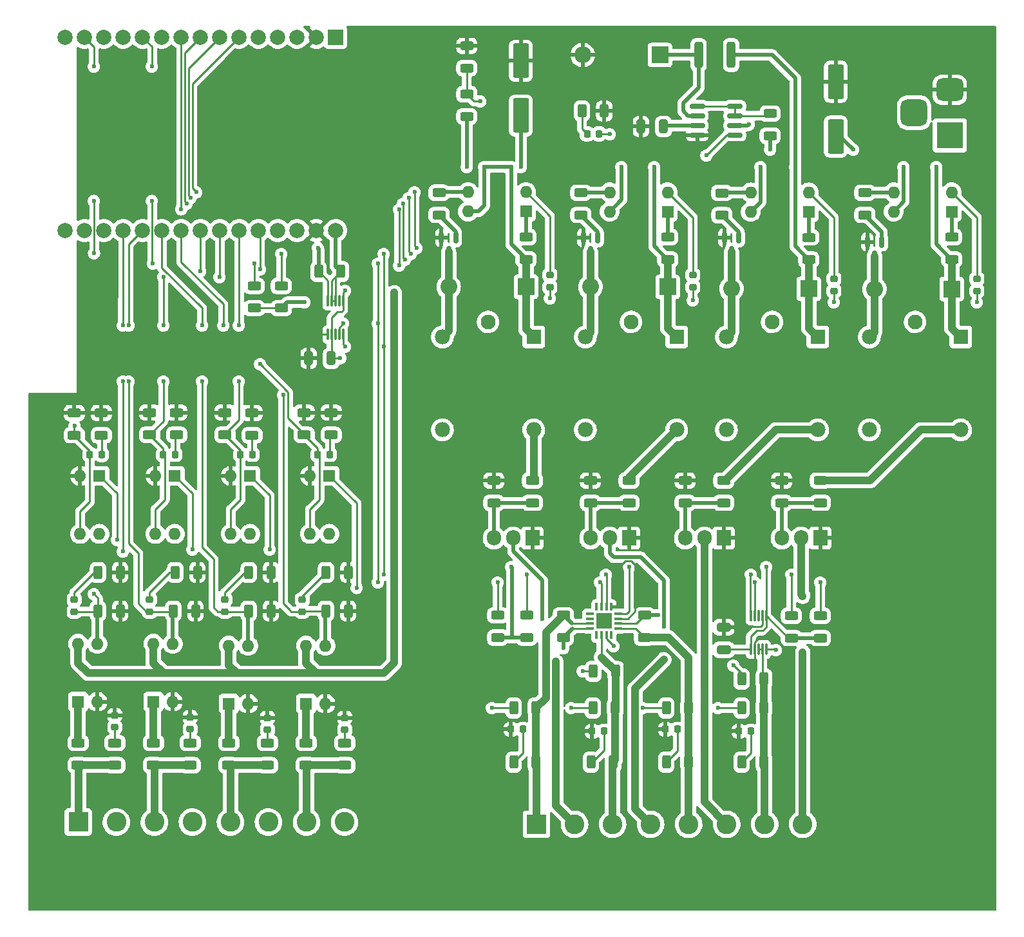
<source format=gbr>
%TF.GenerationSoftware,KiCad,Pcbnew,(6.0.9)*%
%TF.CreationDate,2022-12-14T22:51:03-08:00*%
%TF.ProjectId,halloween vending machine,68616c6c-6f77-4656-956e-2076656e6469,rev?*%
%TF.SameCoordinates,Original*%
%TF.FileFunction,Copper,L1,Top*%
%TF.FilePolarity,Positive*%
%FSLAX46Y46*%
G04 Gerber Fmt 4.6, Leading zero omitted, Abs format (unit mm)*
G04 Created by KiCad (PCBNEW (6.0.9)) date 2022-12-14 22:51:03*
%MOMM*%
%LPD*%
G01*
G04 APERTURE LIST*
G04 Aperture macros list*
%AMRoundRect*
0 Rectangle with rounded corners*
0 $1 Rounding radius*
0 $2 $3 $4 $5 $6 $7 $8 $9 X,Y pos of 4 corners*
0 Add a 4 corners polygon primitive as box body*
4,1,4,$2,$3,$4,$5,$6,$7,$8,$9,$2,$3,0*
0 Add four circle primitives for the rounded corners*
1,1,$1+$1,$2,$3*
1,1,$1+$1,$4,$5*
1,1,$1+$1,$6,$7*
1,1,$1+$1,$8,$9*
0 Add four rect primitives between the rounded corners*
20,1,$1+$1,$2,$3,$4,$5,0*
20,1,$1+$1,$4,$5,$6,$7,0*
20,1,$1+$1,$6,$7,$8,$9,0*
20,1,$1+$1,$8,$9,$2,$3,0*%
G04 Aperture macros list end*
%TA.AperFunction,ComponentPad*%
%ADD10R,1.980000X1.980000*%
%TD*%
%TA.AperFunction,ComponentPad*%
%ADD11C,1.935000*%
%TD*%
%TA.AperFunction,ComponentPad*%
%ADD12C,1.980000*%
%TD*%
%TA.AperFunction,SMDPad,CuDef*%
%ADD13RoundRect,0.218750X-0.218750X-0.256250X0.218750X-0.256250X0.218750X0.256250X-0.218750X0.256250X0*%
%TD*%
%TA.AperFunction,SMDPad,CuDef*%
%ADD14RoundRect,0.218750X0.218750X0.256250X-0.218750X0.256250X-0.218750X-0.256250X0.218750X-0.256250X0*%
%TD*%
%TA.AperFunction,SMDPad,CuDef*%
%ADD15RoundRect,0.218750X-0.256250X0.218750X-0.256250X-0.218750X0.256250X-0.218750X0.256250X0.218750X0*%
%TD*%
%TA.AperFunction,SMDPad,CuDef*%
%ADD16RoundRect,0.218750X0.256250X-0.218750X0.256250X0.218750X-0.256250X0.218750X-0.256250X-0.218750X0*%
%TD*%
%TA.AperFunction,ComponentPad*%
%ADD17R,2.600000X2.600000*%
%TD*%
%TA.AperFunction,ComponentPad*%
%ADD18C,2.600000*%
%TD*%
%TA.AperFunction,SMDPad,CuDef*%
%ADD19RoundRect,0.250000X-0.625000X0.312500X-0.625000X-0.312500X0.625000X-0.312500X0.625000X0.312500X0*%
%TD*%
%TA.AperFunction,SMDPad,CuDef*%
%ADD20RoundRect,0.250000X-0.312500X-0.625000X0.312500X-0.625000X0.312500X0.625000X-0.312500X0.625000X0*%
%TD*%
%TA.AperFunction,SMDPad,CuDef*%
%ADD21RoundRect,0.250000X0.650000X-0.325000X0.650000X0.325000X-0.650000X0.325000X-0.650000X-0.325000X0*%
%TD*%
%TA.AperFunction,ComponentPad*%
%ADD22R,1.600000X1.600000*%
%TD*%
%TA.AperFunction,ComponentPad*%
%ADD23O,1.600000X1.600000*%
%TD*%
%TA.AperFunction,SMDPad,CuDef*%
%ADD24RoundRect,0.250000X0.625000X-0.312500X0.625000X0.312500X-0.625000X0.312500X-0.625000X-0.312500X0*%
%TD*%
%TA.AperFunction,SMDPad,CuDef*%
%ADD25RoundRect,0.075000X0.075000X-0.650000X0.075000X0.650000X-0.075000X0.650000X-0.075000X-0.650000X0*%
%TD*%
%TA.AperFunction,SMDPad,CuDef*%
%ADD26RoundRect,0.150000X-0.150000X0.587500X-0.150000X-0.587500X0.150000X-0.587500X0.150000X0.587500X0*%
%TD*%
%TA.AperFunction,SMDPad,CuDef*%
%ADD27RoundRect,0.087500X0.425000X0.087500X-0.425000X0.087500X-0.425000X-0.087500X0.425000X-0.087500X0*%
%TD*%
%TA.AperFunction,SMDPad,CuDef*%
%ADD28RoundRect,0.087500X0.087500X0.425000X-0.087500X0.425000X-0.087500X-0.425000X0.087500X-0.425000X0*%
%TD*%
%TA.AperFunction,SMDPad,CuDef*%
%ADD29R,2.100000X2.100000*%
%TD*%
%TA.AperFunction,ComponentPad*%
%ADD30R,2.200000X2.200000*%
%TD*%
%TA.AperFunction,ComponentPad*%
%ADD31O,2.200000X2.200000*%
%TD*%
%TA.AperFunction,SMDPad,CuDef*%
%ADD32RoundRect,0.150000X-0.825000X-0.150000X0.825000X-0.150000X0.825000X0.150000X-0.825000X0.150000X0*%
%TD*%
%TA.AperFunction,SMDPad,CuDef*%
%ADD33RoundRect,0.250000X0.312500X0.625000X-0.312500X0.625000X-0.312500X-0.625000X0.312500X-0.625000X0*%
%TD*%
%TA.AperFunction,SMDPad,CuDef*%
%ADD34RoundRect,0.250001X0.799999X-1.999999X0.799999X1.999999X-0.799999X1.999999X-0.799999X-1.999999X0*%
%TD*%
%TA.AperFunction,SMDPad,CuDef*%
%ADD35RoundRect,0.250000X0.325000X0.650000X-0.325000X0.650000X-0.325000X-0.650000X0.325000X-0.650000X0*%
%TD*%
%TA.AperFunction,ComponentPad*%
%ADD36R,2.000000X2.000000*%
%TD*%
%TA.AperFunction,ComponentPad*%
%ADD37C,2.000000*%
%TD*%
%TA.AperFunction,ComponentPad*%
%ADD38R,1.905000X2.000000*%
%TD*%
%TA.AperFunction,ComponentPad*%
%ADD39O,1.905000X2.000000*%
%TD*%
%TA.AperFunction,SMDPad,CuDef*%
%ADD40RoundRect,0.250000X-0.312500X-1.450000X0.312500X-1.450000X0.312500X1.450000X-0.312500X1.450000X0*%
%TD*%
%TA.AperFunction,ComponentPad*%
%ADD41R,3.500000X3.500000*%
%TD*%
%TA.AperFunction,ComponentPad*%
%ADD42RoundRect,0.750000X-1.000000X0.750000X-1.000000X-0.750000X1.000000X-0.750000X1.000000X0.750000X0*%
%TD*%
%TA.AperFunction,ComponentPad*%
%ADD43RoundRect,0.875000X-0.875000X0.875000X-0.875000X-0.875000X0.875000X-0.875000X0.875000X0.875000X0*%
%TD*%
%TA.AperFunction,SMDPad,CuDef*%
%ADD44RoundRect,0.075000X-0.075000X0.650000X-0.075000X-0.650000X0.075000X-0.650000X0.075000X0.650000X0*%
%TD*%
%TA.AperFunction,ViaPad*%
%ADD45C,3.500000*%
%TD*%
%TA.AperFunction,ViaPad*%
%ADD46C,0.600000*%
%TD*%
%TA.AperFunction,Conductor*%
%ADD47C,0.254000*%
%TD*%
%TA.AperFunction,Conductor*%
%ADD48C,0.508000*%
%TD*%
%TA.AperFunction,Conductor*%
%ADD49C,1.000000*%
%TD*%
G04 APERTURE END LIST*
D10*
%TO.P,K4,A1*%
%TO.N,+5V*%
X144176000Y-61210000D03*
D11*
%TO.P,K4,COM*%
%TO.N,+12V*%
X138176000Y-59210000D03*
D12*
%TO.P,K4,A2*%
%TO.N,Net-(D17-Pad2)*%
X132176000Y-61210000D03*
%TO.P,K4,NO*%
%TO.N,unconnected-(K4-PadNO)*%
X132176000Y-73410000D03*
%TO.P,K4,NC*%
%TO.N,/Motor_Start+_4*%
X144176000Y-73410000D03*
%TD*%
D10*
%TO.P,K3,A1*%
%TO.N,+5V*%
X125380000Y-61210000D03*
D11*
%TO.P,K3,COM*%
%TO.N,+12V*%
X119380000Y-59210000D03*
D12*
%TO.P,K3,A2*%
%TO.N,Net-(D16-Pad2)*%
X113380000Y-61210000D03*
%TO.P,K3,NO*%
%TO.N,unconnected-(K3-PadNO)*%
X113380000Y-73410000D03*
%TO.P,K3,NC*%
%TO.N,/Motor_Start+_3*%
X125380000Y-73410000D03*
%TD*%
D10*
%TO.P,K2,A1*%
%TO.N,+5V*%
X106838000Y-61210000D03*
D11*
%TO.P,K2,COM*%
%TO.N,+12V*%
X100838000Y-59210000D03*
D12*
%TO.P,K2,A2*%
%TO.N,Net-(D15-Pad2)*%
X94838000Y-61210000D03*
%TO.P,K2,NO*%
%TO.N,unconnected-(K2-PadNO)*%
X94838000Y-73410000D03*
%TO.P,K2,NC*%
%TO.N,/Motor_Start+_2*%
X106838000Y-73410000D03*
%TD*%
D10*
%TO.P,K1,A1*%
%TO.N,+5V*%
X88042000Y-61210000D03*
D11*
%TO.P,K1,COM*%
%TO.N,+12V*%
X82042000Y-59210000D03*
D12*
%TO.P,K1,A2*%
%TO.N,Net-(D11-Pad2)*%
X76042000Y-61210000D03*
%TO.P,K1,NO*%
%TO.N,unconnected-(K1-PadNO)*%
X76042000Y-73410000D03*
%TO.P,K1,NC*%
%TO.N,/Motor_Start+_1*%
X88042000Y-73410000D03*
%TD*%
D13*
%TO.P,D26,1,K*%
%TO.N,Net-(D26-Pad1)*%
X95057500Y-34500000D03*
%TO.P,D26,2,A*%
%TO.N,+12V*%
X96632500Y-34500000D03*
%TD*%
D14*
%TO.P,D25,1,K*%
%TO.N,Net-(D25-Pad1)*%
X61239500Y-76657000D03*
%TO.P,D25,2,A*%
%TO.N,/MOTOR_RUNNING_4*%
X59664500Y-76657000D03*
%TD*%
%TO.P,D24,1,K*%
%TO.N,Net-(D24-Pad1)*%
X51079500Y-76657000D03*
%TO.P,D24,2,A*%
%TO.N,/MOTOR_RUNNING_3*%
X49504500Y-76657000D03*
%TD*%
%TO.P,D23,1,K*%
%TO.N,Net-(D23-Pad1)*%
X40919500Y-76657000D03*
%TO.P,D23,2,A*%
%TO.N,/MOTOR_RUNNING_2*%
X39344500Y-76657000D03*
%TD*%
%TO.P,D22,1,K*%
%TO.N,Net-(D22-Pad1)*%
X31267500Y-76667000D03*
%TO.P,D22,2,A*%
%TO.N,/MOTOR_RUNNING_1*%
X29692500Y-76667000D03*
%TD*%
D15*
%TO.P,D9,1,K*%
%TO.N,Net-(D9-Pad1)*%
X57618000Y-95732500D03*
%TO.P,D9,2,A*%
%TO.N,/Pedal_4_GPIO*%
X57618000Y-97307500D03*
%TD*%
%TO.P,D8,1,K*%
%TO.N,Net-(D8-Pad1)*%
X47458000Y-95732500D03*
%TO.P,D8,2,A*%
%TO.N,/Pedal_3_GPIO*%
X47458000Y-97307500D03*
%TD*%
%TO.P,D7,1,K*%
%TO.N,Net-(D7-Pad1)*%
X37552000Y-95732500D03*
%TO.P,D7,2,A*%
%TO.N,/Pedal_2_GPIO*%
X37552000Y-97307500D03*
%TD*%
%TO.P,D6,1,K*%
%TO.N,Net-(D6-Pad1)*%
X27646000Y-95732500D03*
%TO.P,D6,2,A*%
%TO.N,/Pedal_1_GPIO*%
X27646000Y-97307500D03*
%TD*%
D16*
%TO.P,D13,1,K*%
%TO.N,/Relay3*%
X127508000Y-55143500D03*
%TO.P,D13,2,A*%
%TO.N,Net-(D13-Pad2)*%
X127508000Y-53568500D03*
%TD*%
D13*
%TO.P,D21,2,A*%
%TO.N,Net-(D21-Pad2)*%
X116611500Y-113030000D03*
%TO.P,D21,1,K*%
%TO.N,GND*%
X115036500Y-113030000D03*
%TD*%
%TO.P,D20,2,A*%
%TO.N,Net-(D20-Pad2)*%
X106959500Y-112776000D03*
%TO.P,D20,1,K*%
%TO.N,GND*%
X105384500Y-112776000D03*
%TD*%
%TO.P,D19,1,K*%
%TO.N,GND*%
X95732500Y-113030000D03*
%TO.P,D19,2,A*%
%TO.N,Net-(D19-Pad2)*%
X97307500Y-113030000D03*
%TD*%
%TO.P,D18,1,K*%
%TO.N,GND*%
X85064500Y-112776000D03*
%TO.P,D18,2,A*%
%TO.N,Net-(D18-Pad2)*%
X86639500Y-112776000D03*
%TD*%
D16*
%TO.P,D14,1,K*%
%TO.N,/Relay4*%
X146304000Y-55143500D03*
%TO.P,D14,2,A*%
%TO.N,Net-(D14-Pad2)*%
X146304000Y-53568500D03*
%TD*%
%TO.P,D12,1,K*%
%TO.N,/Relay2*%
X108966000Y-54635500D03*
%TO.P,D12,2,A*%
%TO.N,Net-(D12-Pad2)*%
X108966000Y-53060500D03*
%TD*%
%TO.P,D10,1,K*%
%TO.N,/Relay1*%
X90170000Y-54635500D03*
%TO.P,D10,2,A*%
%TO.N,Net-(D10-Pad2)*%
X90170000Y-53060500D03*
%TD*%
D15*
%TO.P,D5,1,K*%
%TO.N,GND*%
X63206000Y-111266500D03*
%TO.P,D5,2,A*%
%TO.N,Net-(D5-Pad2)*%
X63206000Y-112841500D03*
%TD*%
%TO.P,D4,1,K*%
%TO.N,GND*%
X53046000Y-111266500D03*
%TO.P,D4,2,A*%
%TO.N,Net-(D4-Pad2)*%
X53046000Y-112841500D03*
%TD*%
%TO.P,D3,1,K*%
%TO.N,GND*%
X42886000Y-111175500D03*
%TO.P,D3,2,A*%
%TO.N,Net-(D3-Pad2)*%
X42886000Y-112750500D03*
%TD*%
%TO.P,D2,1,K*%
%TO.N,GND*%
X32980000Y-110921500D03*
%TO.P,D2,2,A*%
%TO.N,Net-(D2-Pad2)*%
X32980000Y-112496500D03*
%TD*%
D17*
%TO.P,J2,1,Pin_1*%
%TO.N,/Pedal_Return_1*%
X28180000Y-124968000D03*
D18*
%TO.P,J2,2,Pin_2*%
%TO.N,+12V*%
X33180000Y-124968000D03*
%TO.P,J2,3,Pin_3*%
%TO.N,/Pedal_Return_2*%
X38180000Y-124968000D03*
%TO.P,J2,4,Pin_4*%
%TO.N,+12V*%
X43180000Y-124968000D03*
%TO.P,J2,5,Pin_5*%
%TO.N,/Pedal_Return_3*%
X48180000Y-124968000D03*
%TO.P,J2,6,Pin_6*%
%TO.N,+12V*%
X53180000Y-124968000D03*
%TO.P,J2,7,Pin_7*%
%TO.N,/Pedal_Return_4*%
X58180000Y-124968000D03*
%TO.P,J2,8,Pin_8*%
%TO.N,+12V*%
X63180000Y-124968000D03*
%TD*%
D19*
%TO.P,R24,1*%
%TO.N,Net-(R24-Pad1)*%
X87026000Y-48063500D03*
%TO.P,R24,2*%
%TO.N,+5V*%
X87026000Y-50988500D03*
%TD*%
D20*
%TO.P,R21,1*%
%TO.N,Net-(D7-Pad1)*%
X40915500Y-92151000D03*
%TO.P,R21,2*%
%TO.N,GND*%
X43840500Y-92151000D03*
%TD*%
D21*
%TO.P,C4,1*%
%TO.N,+3.3V*%
X113030000Y-102313000D03*
%TO.P,C4,2*%
%TO.N,GND*%
X113030000Y-99363000D03*
%TD*%
D22*
%TO.P,U5,1*%
%TO.N,Net-(R8-Pad2)*%
X28149000Y-109159000D03*
D23*
%TO.P,U5,2*%
%TO.N,GND*%
X30689000Y-109159000D03*
%TO.P,U5,3*%
%TO.N,/Pedal_1_GPIO*%
X30689000Y-101539000D03*
%TO.P,U5,4*%
%TO.N,+3.3V*%
X28149000Y-101539000D03*
%TD*%
D24*
%TO.P,R50,1*%
%TO.N,/MOTOR_RUNNING_3*%
X47458000Y-74055500D03*
%TO.P,R50,2*%
%TO.N,GND*%
X47458000Y-71130500D03*
%TD*%
D25*
%TO.P,U17,1,A1*%
%TO.N,GND*%
X60976000Y-60874000D03*
%TO.P,U17,2,A0*%
%TO.N,+3.3V*%
X61476000Y-60874000D03*
%TO.P,U17,3,~{Alert}*%
%TO.N,unconnected-(U17-Pad3)*%
X61976000Y-60874000D03*
%TO.P,U17,4,SDA*%
%TO.N,/SDA*%
X62476000Y-60874000D03*
%TO.P,U17,5,SCL*%
%TO.N,/SCL*%
X62976000Y-60874000D03*
%TO.P,U17,6,VS*%
%TO.N,+3.3V*%
X62976000Y-56474000D03*
%TO.P,U17,7,GND*%
%TO.N,unconnected-(U17-Pad7)*%
X62476000Y-56474000D03*
%TO.P,U17,8,Vbus*%
%TO.N,/ESP32_5V+*%
X61976000Y-56474000D03*
%TO.P,U17,9,Vin-*%
X61476000Y-56474000D03*
%TO.P,U17,10,Vin+*%
%TO.N,+5V*%
X60976000Y-56474000D03*
%TD*%
D17*
%TO.P,J3,1,Pin_1*%
%TO.N,/MOTOR_12V+_1*%
X88418000Y-125273000D03*
D18*
%TO.P,J3,2,Pin_2*%
%TO.N,/Motor-_1*%
X93418000Y-125273000D03*
%TO.P,J3,3,Pin_3*%
%TO.N,/MOTOR_12V+_2*%
X98418000Y-125273000D03*
%TO.P,J3,4,Pin_4*%
%TO.N,/Motor-_2*%
X103418000Y-125273000D03*
%TO.P,J3,5,Pin_5*%
%TO.N,/MOTOR_12V+_3*%
X108418000Y-125273000D03*
%TO.P,J3,6,Pin_6*%
%TO.N,/Motor-_3*%
X113418000Y-125273000D03*
%TO.P,J3,7,Pin_7*%
%TO.N,/MOTOR_12V+_4*%
X118418000Y-125273000D03*
%TO.P,J3,8,Pin_8*%
%TO.N,/Motor-_4*%
X123418000Y-125273000D03*
%TD*%
D20*
%TO.P,R17,1*%
%TO.N,/Pedal_2_GPIO*%
X40661500Y-97231000D03*
%TO.P,R17,2*%
%TO.N,GND*%
X43586500Y-97231000D03*
%TD*%
D22*
%TO.P,U12,1*%
%TO.N,Net-(R28-Pad1)*%
X142992000Y-44709000D03*
D23*
%TO.P,U12,2*%
%TO.N,Net-(D14-Pad2)*%
X142992000Y-42169000D03*
%TO.P,U12,3*%
%TO.N,Net-(R31-Pad1)*%
X135372000Y-42169000D03*
%TO.P,U12,4*%
%TO.N,+5V*%
X135372000Y-44709000D03*
%TD*%
D26*
%TO.P,Q1,1,G*%
%TO.N,Net-(Q1-Pad1)*%
X77816000Y-48159000D03*
%TO.P,Q1,2,S*%
%TO.N,GND*%
X75916000Y-48159000D03*
%TO.P,Q1,3,D*%
%TO.N,Net-(D11-Pad2)*%
X76866000Y-50034000D03*
%TD*%
D19*
%TO.P,R27,1*%
%TO.N,Net-(R27-Pad1)*%
X124206000Y-48095500D03*
%TO.P,R27,2*%
%TO.N,+5V*%
X124206000Y-51020500D03*
%TD*%
D20*
%TO.P,R18,1*%
%TO.N,/Pedal_3_GPIO*%
X50567500Y-97231000D03*
%TO.P,R18,2*%
%TO.N,GND*%
X53492500Y-97231000D03*
%TD*%
D19*
%TO.P,R31,1*%
%TO.N,Net-(R31-Pad1)*%
X131572000Y-42225500D03*
%TO.P,R31,2*%
%TO.N,Net-(Q4-Pad1)*%
X131572000Y-45150500D03*
%TD*%
D20*
%TO.P,R20,1*%
%TO.N,Net-(D6-Pad1)*%
X30755500Y-92151000D03*
%TO.P,R20,2*%
%TO.N,GND*%
X33680500Y-92151000D03*
%TD*%
D27*
%TO.P,U3,1,IN-3*%
%TO.N,/MOTOR_12V+_3*%
X99144500Y-99527000D03*
%TO.P,U3,2,IN+3*%
%TO.N,+12V*%
X99144500Y-98877000D03*
%TO.P,U3,3,GND*%
%TO.N,GND*%
X99144500Y-98227000D03*
%TO.P,U3,4,VS*%
%TO.N,+3.3V*%
X99144500Y-97577000D03*
D28*
%TO.P,U3,5,A0*%
%TO.N,GND*%
X98257000Y-96689500D03*
%TO.P,U3,6,SCL*%
%TO.N,/SCL*%
X97607000Y-96689500D03*
%TO.P,U3,7,SDA*%
%TO.N,/SDA*%
X96957000Y-96689500D03*
%TO.P,U3,8,WARNING*%
%TO.N,unconnected-(U3-Pad8)*%
X96307000Y-96689500D03*
D27*
%TO.P,U3,9,CRITICAL*%
%TO.N,unconnected-(U3-Pad9)*%
X95419500Y-97577000D03*
%TO.P,U3,10,PV*%
%TO.N,unconnected-(U3-Pad10)*%
X95419500Y-98227000D03*
%TO.P,U3,11,IN-1*%
%TO.N,/MOTOR_12V+_1*%
X95419500Y-98877000D03*
%TO.P,U3,12,IN+1*%
%TO.N,+12V*%
X95419500Y-99527000D03*
D28*
%TO.P,U3,13,TC*%
%TO.N,unconnected-(U3-Pad13)*%
X96307000Y-100414500D03*
%TO.P,U3,14,IN-2*%
%TO.N,/MOTOR_12V+_2*%
X96957000Y-100414500D03*
%TO.P,U3,15,IN+2*%
%TO.N,+12V*%
X97607000Y-100414500D03*
%TO.P,U3,16,VPU*%
%TO.N,unconnected-(U3-Pad16)*%
X98257000Y-100414500D03*
D29*
%TO.P,U3,17,EP*%
%TO.N,unconnected-(U3-Pad17)*%
X97282000Y-98552000D03*
%TD*%
D30*
%TO.P,D15,1,K*%
%TO.N,+5V*%
X105664000Y-54610000D03*
D31*
%TO.P,D15,2,A*%
%TO.N,Net-(D15-Pad2)*%
X95504000Y-54610000D03*
%TD*%
D32*
%TO.P,U2,1,SwC*%
%TO.N,Net-(R1-Pad2)*%
X109539000Y-30861000D03*
%TO.P,U2,2,SwE*%
%TO.N,Net-(D1-Pad1)*%
X109539000Y-32131000D03*
%TO.P,U2,3,TC*%
%TO.N,Net-(C2-Pad1)*%
X109539000Y-33401000D03*
%TO.P,U2,4,GND*%
%TO.N,GND*%
X109539000Y-34671000D03*
%TO.P,U2,5,Vfb*%
%TO.N,Net-(R2-Pad2)*%
X114489000Y-34671000D03*
%TO.P,U2,6,Vin*%
%TO.N,+12V*%
X114489000Y-33401000D03*
%TO.P,U2,7,Ipk*%
%TO.N,Net-(R1-Pad2)*%
X114489000Y-32131000D03*
%TO.P,U2,8,DC*%
X114489000Y-30861000D03*
%TD*%
D33*
%TO.P,R44,1*%
%TO.N,/MOTOR_12V+_3*%
X108396500Y-109982000D03*
%TO.P,R44,2*%
%TO.N,Net-(R44-Pad2)*%
X105471500Y-109982000D03*
%TD*%
D34*
%TO.P,C3,1*%
%TO.N,+5V*%
X86360000Y-32092000D03*
%TO.P,C3,2*%
%TO.N,GND*%
X86360000Y-24892000D03*
%TD*%
D24*
%TO.P,R51,1*%
%TO.N,/MOTOR_RUNNING_4*%
X57872000Y-74055500D03*
%TO.P,R51,2*%
%TO.N,GND*%
X57872000Y-71130500D03*
%TD*%
%TO.P,R8,1*%
%TO.N,/Pedal_Return_1*%
X28154000Y-117489500D03*
%TO.P,R8,2*%
%TO.N,Net-(R8-Pad2)*%
X28154000Y-114564500D03*
%TD*%
%TO.P,R5,1*%
%TO.N,+12V*%
X91948000Y-100715000D03*
%TO.P,R5,2*%
%TO.N,/MOTOR_12V+_1*%
X91948000Y-97790000D03*
%TD*%
%TO.P,R13,1*%
%TO.N,/Pedal_Return_3*%
X53046000Y-117489500D03*
%TO.P,R13,2*%
%TO.N,Net-(D4-Pad2)*%
X53046000Y-114564500D03*
%TD*%
D19*
%TO.P,R26,1*%
%TO.N,Net-(R26-Pad1)*%
X105664000Y-48067500D03*
%TO.P,R26,2*%
%TO.N,+5V*%
X105664000Y-50992500D03*
%TD*%
D24*
%TO.P,R59,1*%
%TO.N,+3.3V*%
X51308000Y-57404000D03*
%TO.P,R59,2*%
%TO.N,/SDA*%
X51308000Y-54479000D03*
%TD*%
D19*
%TO.P,R30,1*%
%TO.N,Net-(R30-Pad1)*%
X112776000Y-42253500D03*
%TO.P,R30,2*%
%TO.N,Net-(Q3-Pad1)*%
X112776000Y-45178500D03*
%TD*%
D22*
%TO.P,U13,1*%
%TO.N,Net-(R40-Pad2)*%
X30953000Y-79461000D03*
D23*
%TO.P,U13,2*%
%TO.N,GND*%
X28413000Y-79461000D03*
%TO.P,U13,3*%
%TO.N,/MOTOR_RUNNING_1*%
X28413000Y-87081000D03*
%TO.P,U13,4*%
%TO.N,+3.3V*%
X30953000Y-87081000D03*
%TD*%
D24*
%TO.P,R12,1*%
%TO.N,/Pedal_Return_3*%
X47966000Y-117489500D03*
%TO.P,R12,2*%
%TO.N,Net-(R12-Pad2)*%
X47966000Y-114564500D03*
%TD*%
D20*
%TO.P,R23,1*%
%TO.N,Net-(D9-Pad1)*%
X60727500Y-92151000D03*
%TO.P,R23,2*%
%TO.N,GND*%
X63652500Y-92151000D03*
%TD*%
D19*
%TO.P,R35,1*%
%TO.N,/Motor_Start+_2*%
X100584000Y-80071500D03*
%TO.P,R35,2*%
%TO.N,Net-(Q8-Pad3)*%
X100584000Y-82996500D03*
%TD*%
D33*
%TO.P,R42,1*%
%TO.N,/MOTOR_12V+_2*%
X98744500Y-109982000D03*
%TO.P,R42,2*%
%TO.N,Net-(R42-Pad2)*%
X95819500Y-109982000D03*
%TD*%
D19*
%TO.P,R33,1*%
%TO.N,/Motor_Start+_4*%
X125730000Y-80071500D03*
%TO.P,R33,2*%
%TO.N,Net-(Q6-Pad3)*%
X125730000Y-82996500D03*
%TD*%
D24*
%TO.P,R60,1*%
%TO.N,+3.3V*%
X125730000Y-100776500D03*
%TO.P,R60,2*%
%TO.N,/SDA*%
X125730000Y-97851500D03*
%TD*%
D33*
%TO.P,R46,1*%
%TO.N,/MOTOR_12V+_4*%
X118302500Y-109982000D03*
%TO.P,R46,2*%
%TO.N,Net-(R46-Pad2)*%
X115377500Y-109982000D03*
%TD*%
D19*
%TO.P,R2,1*%
%TO.N,GND*%
X79248000Y-22921500D03*
%TO.P,R2,2*%
%TO.N,Net-(R2-Pad2)*%
X79248000Y-25846500D03*
%TD*%
D35*
%TO.P,C5,1*%
%TO.N,+3.3V*%
X61419000Y-64008000D03*
%TO.P,C5,2*%
%TO.N,GND*%
X58469000Y-64008000D03*
%TD*%
D24*
%TO.P,R39,1*%
%TO.N,Net-(Q8-Pad3)*%
X95504000Y-82996500D03*
%TO.P,R39,2*%
%TO.N,GND*%
X95504000Y-80071500D03*
%TD*%
%TO.P,R49,1*%
%TO.N,/MOTOR_RUNNING_2*%
X37552000Y-74055500D03*
%TO.P,R49,2*%
%TO.N,GND*%
X37552000Y-71130500D03*
%TD*%
D33*
%TO.P,R57,1*%
%TO.N,/MOTOR_12V+_4*%
X118302500Y-106172000D03*
%TO.P,R57,2*%
%TO.N,+12V*%
X115377500Y-106172000D03*
%TD*%
D24*
%TO.P,R11,1*%
%TO.N,/Pedal_Return_2*%
X42886000Y-117489500D03*
%TO.P,R11,2*%
%TO.N,Net-(D3-Pad2)*%
X42886000Y-114564500D03*
%TD*%
D36*
%TO.P,U1,1,3V3*%
%TO.N,+3.3V*%
X62015000Y-21800000D03*
D37*
%TO.P,U1,2,GND*%
%TO.N,GND*%
X59475000Y-21800000D03*
%TO.P,U1,3,D15*%
%TO.N,unconnected-(U1-Pad3)*%
X56935000Y-21800000D03*
%TO.P,U1,4,D2*%
%TO.N,unconnected-(U1-Pad4)*%
X54395000Y-21800000D03*
%TO.P,U1,5,D4*%
%TO.N,unconnected-(U1-Pad5)*%
X51855000Y-21800000D03*
%TO.P,U1,6,RX2*%
%TO.N,/Relay4*%
X49315000Y-21800000D03*
%TO.P,U1,7,TX2*%
%TO.N,/Relay3*%
X46775000Y-21800000D03*
%TO.P,U1,8,D5*%
%TO.N,/Relay2*%
X44235000Y-21800000D03*
%TO.P,U1,9,D18*%
%TO.N,/Relay1*%
X41695000Y-21800000D03*
%TO.P,U1,10,D19*%
%TO.N,unconnected-(U1-Pad10)*%
X39155000Y-21800000D03*
%TO.P,U1,11,D21*%
%TO.N,/SDA*%
X36615000Y-21800000D03*
%TO.P,U1,12,RX0*%
%TO.N,unconnected-(U1-Pad12)*%
X34075000Y-21800000D03*
%TO.P,U1,13,TX0*%
%TO.N,unconnected-(U1-Pad13)*%
X31535000Y-21800000D03*
%TO.P,U1,14,D22*%
%TO.N,/SCL*%
X28995000Y-21800000D03*
%TO.P,U1,15,D23*%
%TO.N,unconnected-(U1-Pad15)*%
X26455000Y-21800000D03*
%TO.P,U1,16,EN*%
%TO.N,unconnected-(U1-Pad16)*%
X26455000Y-47200000D03*
%TO.P,U1,17,VP*%
%TO.N,unconnected-(U1-Pad17)*%
X28995000Y-47200000D03*
%TO.P,U1,18,VN*%
%TO.N,unconnected-(U1-Pad18)*%
X31535000Y-47200000D03*
%TO.P,U1,19,D34*%
%TO.N,/Pedal_1_GPIO*%
X34075000Y-47200000D03*
%TO.P,U1,20,D35*%
%TO.N,/Pedal_2_GPIO*%
X36615000Y-47200000D03*
%TO.P,U1,21,D32*%
%TO.N,/Pedal_3_GPIO*%
X39155000Y-47200000D03*
%TO.P,U1,22,D33*%
%TO.N,/Pedal_4_GPIO*%
X41695000Y-47200000D03*
%TO.P,U1,23,D25*%
%TO.N,/MOTOR_RUNNING_1*%
X44235000Y-47200000D03*
%TO.P,U1,24,D26*%
%TO.N,/MOTOR_RUNNING_2*%
X46775000Y-47200000D03*
%TO.P,U1,25,D27*%
%TO.N,/MOTOR_RUNNING_3*%
X49315000Y-47200000D03*
%TO.P,U1,26,D14*%
%TO.N,/MOTOR_RUNNING_4*%
X51855000Y-47200000D03*
%TO.P,U1,27,D12*%
%TO.N,unconnected-(U1-Pad27)*%
X54395000Y-47200000D03*
%TO.P,U1,28,D13*%
%TO.N,unconnected-(U1-Pad28)*%
X56935000Y-47200000D03*
%TO.P,U1,29,GND*%
%TO.N,GND*%
X59475000Y-47200000D03*
%TO.P,U1,30,VIN*%
%TO.N,/ESP32_5V+*%
X62015000Y-47200000D03*
%TD*%
D33*
%TO.P,R43,1*%
%TO.N,/MOTOR_12V+_2*%
X98490500Y-117094000D03*
%TO.P,R43,2*%
%TO.N,Net-(D19-Pad2)*%
X95565500Y-117094000D03*
%TD*%
D20*
%TO.P,R19,1*%
%TO.N,/Pedal_4_GPIO*%
X60727500Y-97231000D03*
%TO.P,R19,2*%
%TO.N,GND*%
X63652500Y-97231000D03*
%TD*%
D24*
%TO.P,R62,1*%
%TO.N,+3.3V*%
X54864000Y-57404000D03*
%TO.P,R62,2*%
%TO.N,/SCL*%
X54864000Y-54479000D03*
%TD*%
D19*
%TO.P,R25,1*%
%TO.N,Net-(R25-Pad1)*%
X75596000Y-42221500D03*
%TO.P,R25,2*%
%TO.N,Net-(Q1-Pad1)*%
X75596000Y-45146500D03*
%TD*%
D30*
%TO.P,D17,1,K*%
%TO.N,+5V*%
X143002000Y-54892000D03*
D31*
%TO.P,D17,2,A*%
%TO.N,Net-(D17-Pad2)*%
X132842000Y-54892000D03*
%TD*%
D33*
%TO.P,R40,1*%
%TO.N,/MOTOR_12V+_1*%
X88330500Y-109982000D03*
%TO.P,R40,2*%
%TO.N,Net-(R40-Pad2)*%
X85405500Y-109982000D03*
%TD*%
D24*
%TO.P,R6,1*%
%TO.N,+3.3V*%
X87122000Y-100715000D03*
%TO.P,R6,2*%
%TO.N,/SCL*%
X87122000Y-97790000D03*
%TD*%
D22*
%TO.P,U7,1*%
%TO.N,Net-(R12-Pad2)*%
X47961000Y-109413000D03*
D23*
%TO.P,U7,2*%
%TO.N,GND*%
X50501000Y-109413000D03*
%TO.P,U7,3*%
%TO.N,/Pedal_3_GPIO*%
X50501000Y-101793000D03*
%TO.P,U7,4*%
%TO.N,+3.3V*%
X47961000Y-101793000D03*
%TD*%
D22*
%TO.P,U11,1*%
%TO.N,Net-(R27-Pad1)*%
X124196000Y-44737000D03*
D23*
%TO.P,U11,2*%
%TO.N,Net-(D13-Pad2)*%
X124196000Y-42197000D03*
%TO.P,U11,3*%
%TO.N,Net-(R30-Pad1)*%
X116576000Y-42197000D03*
%TO.P,U11,4*%
%TO.N,+5V*%
X116576000Y-44737000D03*
%TD*%
D33*
%TO.P,R41,1*%
%TO.N,/MOTOR_12V+_1*%
X88330500Y-117094000D03*
%TO.P,R41,2*%
%TO.N,Net-(D18-Pad2)*%
X85405500Y-117094000D03*
%TD*%
D20*
%TO.P,R63,1*%
%TO.N,Net-(D26-Pad1)*%
X94382500Y-31480000D03*
%TO.P,R63,2*%
%TO.N,GND*%
X97307500Y-31480000D03*
%TD*%
%TO.P,R56,1*%
%TO.N,+12V*%
X95881000Y-105156000D03*
%TO.P,R56,2*%
%TO.N,/MOTOR_12V+_2*%
X98806000Y-105156000D03*
%TD*%
D26*
%TO.P,Q3,1,G*%
%TO.N,Net-(Q3-Pad1)*%
X114996000Y-48163000D03*
%TO.P,Q3,2,S*%
%TO.N,GND*%
X113096000Y-48163000D03*
%TO.P,Q3,3,D*%
%TO.N,Net-(D16-Pad2)*%
X114046000Y-50038000D03*
%TD*%
D38*
%TO.P,Q5,1,A1*%
%TO.N,GND*%
X113030000Y-87630000D03*
D39*
%TO.P,Q5,2,A2*%
%TO.N,/Motor-_3*%
X110490000Y-87630000D03*
%TO.P,Q5,3,G*%
%TO.N,Net-(Q5-Pad3)*%
X107950000Y-87630000D03*
%TD*%
D19*
%TO.P,R32,1*%
%TO.N,/Motor_Start+_3*%
X113030000Y-80071500D03*
%TO.P,R32,2*%
%TO.N,Net-(Q5-Pad3)*%
X113030000Y-82996500D03*
%TD*%
D26*
%TO.P,Q4,1,G*%
%TO.N,Net-(Q4-Pad1)*%
X133792000Y-48699000D03*
%TO.P,Q4,2,S*%
%TO.N,GND*%
X131892000Y-48699000D03*
%TO.P,Q4,3,D*%
%TO.N,Net-(D17-Pad2)*%
X132842000Y-50574000D03*
%TD*%
D19*
%TO.P,R29,1*%
%TO.N,Net-(R29-Pad1)*%
X94234000Y-42225500D03*
%TO.P,R29,2*%
%TO.N,Net-(Q2-Pad1)*%
X94234000Y-45150500D03*
%TD*%
%TO.P,R34,1*%
%TO.N,/Motor_Start+_1*%
X87884000Y-80071500D03*
%TO.P,R34,2*%
%TO.N,Net-(Q7-Pad3)*%
X87884000Y-82996500D03*
%TD*%
D40*
%TO.P,L1,1,1*%
%TO.N,Net-(D1-Pad1)*%
X109728000Y-24130000D03*
%TO.P,L1,2,2*%
%TO.N,+5V*%
X114003000Y-24130000D03*
%TD*%
D22*
%TO.P,U10,1*%
%TO.N,Net-(R26-Pad1)*%
X105654000Y-44709000D03*
D23*
%TO.P,U10,2*%
%TO.N,Net-(D12-Pad2)*%
X105654000Y-42169000D03*
%TO.P,U10,3*%
%TO.N,Net-(R29-Pad1)*%
X98034000Y-42169000D03*
%TO.P,U10,4*%
%TO.N,+5V*%
X98034000Y-44709000D03*
%TD*%
D19*
%TO.P,R7,1*%
%TO.N,+12V*%
X102616000Y-97790000D03*
%TO.P,R7,2*%
%TO.N,/MOTOR_12V+_3*%
X102616000Y-100715000D03*
%TD*%
D24*
%TO.P,R48,1*%
%TO.N,/MOTOR_RUNNING_1*%
X27646000Y-74117000D03*
%TO.P,R48,2*%
%TO.N,GND*%
X27646000Y-71192000D03*
%TD*%
D22*
%TO.P,U6,1*%
%TO.N,Net-(R10-Pad2)*%
X38055000Y-109159000D03*
D23*
%TO.P,U6,2*%
%TO.N,GND*%
X40595000Y-109159000D03*
%TO.P,U6,3*%
%TO.N,/Pedal_2_GPIO*%
X40595000Y-101539000D03*
%TO.P,U6,4*%
%TO.N,+3.3V*%
X38055000Y-101539000D03*
%TD*%
D30*
%TO.P,D1,1,K*%
%TO.N,Net-(D1-Pad1)*%
X104648000Y-24130000D03*
D31*
%TO.P,D1,2,A*%
%TO.N,GND*%
X94488000Y-24130000D03*
%TD*%
D35*
%TO.P,C2,1*%
%TO.N,Net-(C2-Pad1)*%
X105107000Y-33528000D03*
%TO.P,C2,2*%
%TO.N,GND*%
X102157000Y-33528000D03*
%TD*%
D22*
%TO.P,U9,1*%
%TO.N,Net-(R24-Pad1)*%
X87026000Y-44700000D03*
D23*
%TO.P,U9,2*%
%TO.N,Net-(D10-Pad2)*%
X87026000Y-42160000D03*
%TO.P,U9,3*%
%TO.N,Net-(R25-Pad1)*%
X79406000Y-42160000D03*
%TO.P,U9,4*%
%TO.N,+5V*%
X79406000Y-44700000D03*
%TD*%
D24*
%TO.P,R38,1*%
%TO.N,Net-(Q7-Pad3)*%
X82804000Y-82996500D03*
%TO.P,R38,2*%
%TO.N,GND*%
X82804000Y-80071500D03*
%TD*%
D19*
%TO.P,R28,1*%
%TO.N,Net-(R28-Pad1)*%
X143002000Y-48067500D03*
%TO.P,R28,2*%
%TO.N,+5V*%
X143002000Y-50992500D03*
%TD*%
D24*
%TO.P,R52,1*%
%TO.N,Net-(D22-Pad1)*%
X31202000Y-74117000D03*
%TO.P,R52,2*%
%TO.N,GND*%
X31202000Y-71192000D03*
%TD*%
D33*
%TO.P,R45,1*%
%TO.N,/MOTOR_12V+_3*%
X108396500Y-117094000D03*
%TO.P,R45,2*%
%TO.N,Net-(D20-Pad2)*%
X105471500Y-117094000D03*
%TD*%
D22*
%TO.P,U8,1*%
%TO.N,Net-(R14-Pad2)*%
X58121000Y-109413000D03*
D23*
%TO.P,U8,2*%
%TO.N,GND*%
X60661000Y-109413000D03*
%TO.P,U8,3*%
%TO.N,/Pedal_4_GPIO*%
X60661000Y-101793000D03*
%TO.P,U8,4*%
%TO.N,+3.3V*%
X58121000Y-101793000D03*
%TD*%
D30*
%TO.P,D11,1,K*%
%TO.N,+5V*%
X87026000Y-54606000D03*
D31*
%TO.P,D11,2,A*%
%TO.N,Net-(D11-Pad2)*%
X76866000Y-54606000D03*
%TD*%
D24*
%TO.P,R54,1*%
%TO.N,Net-(D24-Pad1)*%
X51014000Y-74117000D03*
%TO.P,R54,2*%
%TO.N,GND*%
X51014000Y-71192000D03*
%TD*%
D41*
%TO.P,J1,1*%
%TO.N,+12V*%
X142748000Y-34702000D03*
D42*
%TO.P,J1,2*%
%TO.N,GND*%
X142748000Y-28702000D03*
D43*
%TO.P,J1,3*%
%TO.N,N/C*%
X138048000Y-31702000D03*
%TD*%
D24*
%TO.P,R61,1*%
%TO.N,+3.3V*%
X121920000Y-100776500D03*
%TO.P,R61,2*%
%TO.N,/SCL*%
X121920000Y-97851500D03*
%TD*%
%TO.P,R36,1*%
%TO.N,Net-(Q5-Pad3)*%
X107950000Y-82996500D03*
%TO.P,R36,2*%
%TO.N,GND*%
X107950000Y-80071500D03*
%TD*%
D22*
%TO.P,U15,1*%
%TO.N,Net-(R44-Pad2)*%
X50765000Y-79461000D03*
D23*
%TO.P,U15,2*%
%TO.N,GND*%
X48225000Y-79461000D03*
%TO.P,U15,3*%
%TO.N,/MOTOR_RUNNING_3*%
X48225000Y-87081000D03*
%TO.P,U15,4*%
%TO.N,+3.3V*%
X50765000Y-87081000D03*
%TD*%
D24*
%TO.P,R37,1*%
%TO.N,Net-(Q6-Pad3)*%
X120650000Y-82996500D03*
%TO.P,R37,2*%
%TO.N,GND*%
X120650000Y-80071500D03*
%TD*%
D33*
%TO.P,R58,1*%
%TO.N,/ESP32_5V+*%
X62676500Y-52578000D03*
%TO.P,R58,2*%
%TO.N,+5V*%
X59751500Y-52578000D03*
%TD*%
D38*
%TO.P,Q7,1,A1*%
%TO.N,GND*%
X87884000Y-87630000D03*
D39*
%TO.P,Q7,2,A2*%
%TO.N,/Motor-_1*%
X85344000Y-87630000D03*
%TO.P,Q7,3,G*%
%TO.N,Net-(Q7-Pad3)*%
X82804000Y-87630000D03*
%TD*%
D34*
%TO.P,C1,1*%
%TO.N,+12V*%
X127762000Y-34842000D03*
%TO.P,C1,2*%
%TO.N,GND*%
X127762000Y-27642000D03*
%TD*%
D24*
%TO.P,R55,1*%
%TO.N,Net-(D25-Pad1)*%
X61428000Y-74055500D03*
%TO.P,R55,2*%
%TO.N,GND*%
X61428000Y-71130500D03*
%TD*%
%TO.P,R9,1*%
%TO.N,/Pedal_Return_1*%
X32980000Y-117489500D03*
%TO.P,R9,2*%
%TO.N,Net-(D2-Pad2)*%
X32980000Y-114564500D03*
%TD*%
D26*
%TO.P,Q2,1,G*%
%TO.N,Net-(Q2-Pad1)*%
X96454000Y-48163000D03*
%TO.P,Q2,2,S*%
%TO.N,GND*%
X94554000Y-48163000D03*
%TO.P,Q2,3,D*%
%TO.N,Net-(D15-Pad2)*%
X95504000Y-50038000D03*
%TD*%
D24*
%TO.P,R15,1*%
%TO.N,/Pedal_Return_4*%
X63206000Y-117489500D03*
%TO.P,R15,2*%
%TO.N,Net-(D5-Pad2)*%
X63206000Y-114564500D03*
%TD*%
%TO.P,R1,1*%
%TO.N,+12V*%
X119126000Y-34736500D03*
%TO.P,R1,2*%
%TO.N,Net-(R1-Pad2)*%
X119126000Y-31811500D03*
%TD*%
D38*
%TO.P,Q8,1,A1*%
%TO.N,GND*%
X100584000Y-87630000D03*
D39*
%TO.P,Q8,2,A2*%
%TO.N,/Motor-_2*%
X98044000Y-87630000D03*
%TO.P,Q8,3,G*%
%TO.N,Net-(Q8-Pad3)*%
X95504000Y-87630000D03*
%TD*%
D22*
%TO.P,U14,1*%
%TO.N,Net-(R42-Pad2)*%
X40859000Y-79461000D03*
D23*
%TO.P,U14,2*%
%TO.N,GND*%
X38319000Y-79461000D03*
%TO.P,U14,3*%
%TO.N,/MOTOR_RUNNING_2*%
X38319000Y-87081000D03*
%TO.P,U14,4*%
%TO.N,+3.3V*%
X40859000Y-87081000D03*
%TD*%
D44*
%TO.P,U4,1,A1*%
%TO.N,+3.3V*%
X118602000Y-97876000D03*
%TO.P,U4,2,A0*%
%TO.N,GND*%
X118102000Y-97876000D03*
%TO.P,U4,3,~{Alert}*%
%TO.N,unconnected-(U4-Pad3)*%
X117602000Y-97876000D03*
%TO.P,U4,4,SDA*%
%TO.N,/SDA*%
X117102000Y-97876000D03*
%TO.P,U4,5,SCL*%
%TO.N,/SCL*%
X116602000Y-97876000D03*
%TO.P,U4,6,VS*%
%TO.N,+3.3V*%
X116602000Y-102276000D03*
%TO.P,U4,7,GND*%
%TO.N,GND*%
X117102000Y-102276000D03*
%TO.P,U4,8,Vbus*%
%TO.N,/MOTOR_12V+_4*%
X117602000Y-102276000D03*
%TO.P,U4,9,Vin-*%
X118102000Y-102276000D03*
%TO.P,U4,10,Vin+*%
%TO.N,+12V*%
X118602000Y-102276000D03*
%TD*%
D20*
%TO.P,R16,1*%
%TO.N,/Pedal_1_GPIO*%
X30755500Y-97231000D03*
%TO.P,R16,2*%
%TO.N,GND*%
X33680500Y-97231000D03*
%TD*%
D19*
%TO.P,R3,1*%
%TO.N,Net-(R2-Pad2)*%
X79248000Y-29271500D03*
%TO.P,R3,2*%
%TO.N,+5V*%
X79248000Y-32196500D03*
%TD*%
D24*
%TO.P,R4,1*%
%TO.N,+3.3V*%
X83312000Y-100715000D03*
%TO.P,R4,2*%
%TO.N,/SDA*%
X83312000Y-97790000D03*
%TD*%
D20*
%TO.P,R22,1*%
%TO.N,Net-(D8-Pad1)*%
X50567500Y-92151000D03*
%TO.P,R22,2*%
%TO.N,GND*%
X53492500Y-92151000D03*
%TD*%
D33*
%TO.P,R47,1*%
%TO.N,/MOTOR_12V+_4*%
X118302500Y-117094000D03*
%TO.P,R47,2*%
%TO.N,Net-(D21-Pad2)*%
X115377500Y-117094000D03*
%TD*%
D24*
%TO.P,R10,1*%
%TO.N,/Pedal_Return_2*%
X38060000Y-117489500D03*
%TO.P,R10,2*%
%TO.N,Net-(R10-Pad2)*%
X38060000Y-114564500D03*
%TD*%
%TO.P,R53,1*%
%TO.N,Net-(D23-Pad1)*%
X41108000Y-74055500D03*
%TO.P,R53,2*%
%TO.N,GND*%
X41108000Y-71130500D03*
%TD*%
%TO.P,R14,1*%
%TO.N,/Pedal_Return_4*%
X58126000Y-117489500D03*
%TO.P,R14,2*%
%TO.N,Net-(R14-Pad2)*%
X58126000Y-114564500D03*
%TD*%
D30*
%TO.P,D16,1,K*%
%TO.N,+5V*%
X124206000Y-54864000D03*
D31*
%TO.P,D16,2,A*%
%TO.N,Net-(D16-Pad2)*%
X114046000Y-54864000D03*
%TD*%
D22*
%TO.P,U16,1*%
%TO.N,Net-(R46-Pad2)*%
X61179000Y-79461000D03*
D23*
%TO.P,U16,2*%
%TO.N,GND*%
X58639000Y-79461000D03*
%TO.P,U16,3*%
%TO.N,/MOTOR_RUNNING_4*%
X58639000Y-87081000D03*
%TO.P,U16,4*%
%TO.N,+3.3V*%
X61179000Y-87081000D03*
%TD*%
D38*
%TO.P,Q6,1,A1*%
%TO.N,GND*%
X125730000Y-87630000D03*
D39*
%TO.P,Q6,2,A2*%
%TO.N,/Motor-_4*%
X123190000Y-87630000D03*
%TO.P,Q6,3,G*%
%TO.N,Net-(Q6-Pad3)*%
X120650000Y-87630000D03*
%TD*%
D45*
%TO.N,GND*%
X23876000Y-72644000D03*
D46*
%TO.N,+12V*%
X98044000Y-34544000D03*
D45*
%TO.N,GND*%
X54356000Y-34036000D03*
X122428000Y-22352000D03*
X146304000Y-40132000D03*
X129032000Y-134112000D03*
X24384000Y-134112000D03*
D46*
%TO.N,+12V*%
X119126000Y-36576000D03*
X116332000Y-33274000D03*
X130048000Y-36576000D03*
X98552000Y-101854000D03*
X114300000Y-104394000D03*
X94488000Y-105156000D03*
X91948000Y-102108000D03*
X104394000Y-97790000D03*
X119888000Y-102362000D03*
%TO.N,+5V*%
X136652000Y-38862000D03*
X85090000Y-38862000D03*
X99568000Y-38862000D03*
X59690000Y-49530000D03*
X79248000Y-38862000D03*
X103886000Y-38862000D03*
X122428000Y-38862000D03*
X81534000Y-38862000D03*
X86360000Y-38862000D03*
X140970000Y-38862000D03*
X117856000Y-38862000D03*
%TO.N,Net-(R2-Pad2)*%
X81026000Y-30226000D03*
X110744000Y-37338000D03*
%TO.N,+3.3V*%
X57912000Y-56642000D03*
X100584000Y-91440000D03*
X85090000Y-91440000D03*
X118618000Y-91440000D03*
X69723000Y-55372000D03*
X69723000Y-91440000D03*
X62611000Y-64008000D03*
X69723000Y-87122000D03*
X63246000Y-55118000D03*
%TO.N,/SDA*%
X125730000Y-93472000D03*
X67564000Y-51562000D03*
X37846000Y-25654000D03*
X96774000Y-93472000D03*
X67564000Y-59436000D03*
X62992000Y-59436000D03*
X37973000Y-51562000D03*
X83312000Y-93472000D03*
X37846000Y-43307000D03*
X51308000Y-51562000D03*
X67564000Y-93472000D03*
X117094000Y-93472000D03*
%TO.N,/SCL*%
X68326000Y-50292000D03*
X121920000Y-92456000D03*
X116586000Y-92456000D03*
X68326000Y-92456000D03*
X54864000Y-50292000D03*
X63246000Y-62484000D03*
X87122000Y-92456000D03*
X30226000Y-43307000D03*
X97536000Y-92456000D03*
X68326000Y-62484000D03*
X30249000Y-50188000D03*
X30226000Y-25654000D03*
%TO.N,/Pedal_1_GPIO*%
X34036000Y-59690000D03*
X34036000Y-89408000D03*
X34036000Y-67056000D03*
X30226000Y-94996000D03*
%TO.N,/Pedal_2_GPIO*%
X34798000Y-67056000D03*
X34798000Y-59690000D03*
%TO.N,/Pedal_3_GPIO*%
X44450000Y-67056000D03*
X44450000Y-59690000D03*
%TO.N,/Pedal_4_GPIO*%
X55118000Y-68834000D03*
X47244000Y-59690000D03*
%TO.N,/Relay1*%
X70358000Y-44450000D03*
X90170000Y-56134000D03*
X70358000Y-51816000D03*
X41695000Y-44411000D03*
%TO.N,/Motor-_1*%
X89154000Y-98298000D03*
X90932000Y-103886000D03*
%TO.N,/Motor-_2*%
X105156000Y-103632000D03*
X105156000Y-99314000D03*
%TO.N,/Motor-_4*%
X123444000Y-102616000D03*
X123418000Y-95276000D03*
%TO.N,/Relay2*%
X42418000Y-43688000D03*
X71120000Y-51054000D03*
X70866000Y-43688000D03*
X108966000Y-56388000D03*
%TO.N,/Relay3*%
X71882000Y-50292000D03*
X71628000Y-42926000D03*
X127508000Y-56642000D03*
X42926000Y-42926000D03*
%TO.N,/Relay4*%
X146304000Y-56642000D03*
X72390000Y-42164000D03*
X43688000Y-42164000D03*
X72644000Y-49530000D03*
%TO.N,/MOTOR_RUNNING_1*%
X27686000Y-72898000D03*
X44196000Y-52578000D03*
%TO.N,/MOTOR_RUNNING_2*%
X46736000Y-53340000D03*
X39370000Y-67056000D03*
X39370000Y-59690000D03*
X39370000Y-53340000D03*
%TO.N,/MOTOR_RUNNING_3*%
X49276000Y-59690000D03*
X49276000Y-67056000D03*
%TO.N,/MOTOR_RUNNING_4*%
X52070000Y-52324000D03*
X52070000Y-64770000D03*
%TO.N,Net-(R40-Pad2)*%
X33274000Y-87884000D03*
X82550000Y-109982000D03*
%TO.N,Net-(R42-Pad2)*%
X92964000Y-109982000D03*
X43180000Y-89154000D03*
%TO.N,Net-(R44-Pad2)*%
X102362000Y-109982000D03*
X53340000Y-89154000D03*
%TO.N,Net-(R46-Pad2)*%
X112268000Y-109982000D03*
X64770000Y-94188500D03*
%TD*%
D47*
%TO.N,Net-(D8-Pad1)*%
X47458000Y-94782000D02*
X47458000Y-95732500D01*
%TO.N,+12V*%
X98000000Y-34500000D02*
X98044000Y-34544000D01*
X96632500Y-34500000D02*
X98000000Y-34500000D01*
%TO.N,Net-(D26-Pad1)*%
X94382500Y-33825000D02*
X95057500Y-34500000D01*
X94382500Y-31480000D02*
X94382500Y-33825000D01*
%TO.N,Net-(D5-Pad2)*%
X63206000Y-114564500D02*
X63206000Y-112841500D01*
%TO.N,Net-(D4-Pad2)*%
X53046000Y-114564500D02*
X53046000Y-112841500D01*
%TO.N,Net-(D3-Pad2)*%
X42886000Y-114564500D02*
X42886000Y-112750500D01*
%TO.N,Net-(D2-Pad2)*%
X32980000Y-114564500D02*
X32980000Y-112496500D01*
%TO.N,/Pedal_1_GPIO*%
X30755500Y-95525500D02*
X30226000Y-94996000D01*
X30755500Y-97231000D02*
X30755500Y-95525500D01*
%TO.N,Net-(D6-Pad1)*%
X27646000Y-95732500D02*
X27646000Y-94782000D01*
%TO.N,/Pedal_1_GPIO*%
X30679000Y-97307500D02*
X27646000Y-97307500D01*
X30755500Y-97231000D02*
X30679000Y-97307500D01*
%TO.N,Net-(D7-Pad1)*%
X37552000Y-95732500D02*
X37552000Y-94782000D01*
%TO.N,/Pedal_2_GPIO*%
X37109500Y-97307500D02*
X36068000Y-96266000D01*
X37552000Y-97307500D02*
X37109500Y-97307500D01*
X40585000Y-97307500D02*
X37552000Y-97307500D01*
X40661500Y-97231000D02*
X40585000Y-97307500D01*
%TO.N,/Pedal_3_GPIO*%
X46507500Y-97307500D02*
X45974000Y-96774000D01*
X47458000Y-97307500D02*
X46507500Y-97307500D01*
X50491000Y-97307500D02*
X47458000Y-97307500D01*
X50567500Y-97231000D02*
X50491000Y-97307500D01*
%TO.N,Net-(D9-Pad1)*%
X57618000Y-95260500D02*
X57618000Y-95732500D01*
X60727500Y-92151000D02*
X57618000Y-95260500D01*
%TO.N,/Pedal_4_GPIO*%
X57618000Y-97307500D02*
X56159500Y-97307500D01*
X56159500Y-97307500D02*
X55880000Y-97028000D01*
X55118000Y-96266000D02*
X55880000Y-97028000D01*
X57694500Y-97231000D02*
X57618000Y-97307500D01*
X60727500Y-97231000D02*
X57694500Y-97231000D01*
%TO.N,/MOTOR_RUNNING_1*%
X29692500Y-76163500D02*
X27646000Y-74117000D01*
X29692500Y-76667000D02*
X29692500Y-76163500D01*
%TO.N,Net-(D22-Pad1)*%
X31267500Y-74182500D02*
X31202000Y-74117000D01*
X31267500Y-76667000D02*
X31267500Y-74182500D01*
%TO.N,/MOTOR_RUNNING_1*%
X28413000Y-87081000D02*
X28413000Y-84109000D01*
X29693000Y-82829000D02*
X29693000Y-76667500D01*
X28413000Y-84109000D02*
X29693000Y-82829000D01*
X29693000Y-76667500D02*
X29692500Y-76667000D01*
%TO.N,/MOTOR_RUNNING_2*%
X39344500Y-75848000D02*
X37552000Y-74055500D01*
X39344500Y-76657000D02*
X39344500Y-75848000D01*
%TO.N,Net-(D23-Pad1)*%
X40919500Y-74244000D02*
X41108000Y-74055500D01*
X40919500Y-76657000D02*
X40919500Y-74244000D01*
%TO.N,/MOTOR_RUNNING_2*%
X38319000Y-83855000D02*
X39558000Y-82616000D01*
X39558000Y-82616000D02*
X39558000Y-76870500D01*
X39558000Y-76870500D02*
X39344500Y-76657000D01*
X38319000Y-87081000D02*
X38319000Y-83855000D01*
%TO.N,Net-(D24-Pad1)*%
X51014000Y-76591500D02*
X51079500Y-76657000D01*
X51014000Y-74117000D02*
X51014000Y-76591500D01*
%TO.N,/MOTOR_RUNNING_3*%
X49504500Y-76102000D02*
X47458000Y-74055500D01*
X49504500Y-76657000D02*
X49504500Y-76102000D01*
X49504500Y-82575500D02*
X49504500Y-76657000D01*
X48225000Y-83855000D02*
X49504500Y-82575500D01*
X48225000Y-87081000D02*
X48225000Y-83855000D01*
%TO.N,/MOTOR_RUNNING_4*%
X59664500Y-75848000D02*
X57872000Y-74055500D01*
X59664500Y-76657000D02*
X59664500Y-75848000D01*
%TO.N,Net-(D25-Pad1)*%
X61239500Y-74244000D02*
X61428000Y-74055500D01*
X61239500Y-76657000D02*
X61239500Y-74244000D01*
%TO.N,/MOTOR_RUNNING_4*%
X59878000Y-76870500D02*
X59664500Y-76657000D01*
X59878000Y-82616000D02*
X59878000Y-76870500D01*
%TO.N,Net-(D10-Pad2)*%
X90170000Y-53060500D02*
X90170000Y-45304000D01*
%TO.N,/Relay1*%
X90170000Y-56134000D02*
X90170000Y-54635500D01*
%TO.N,/Relay2*%
X108966000Y-54635500D02*
X108966000Y-56388000D01*
%TO.N,Net-(D12-Pad2)*%
X108966000Y-45481000D02*
X108966000Y-53060500D01*
%TO.N,Net-(D13-Pad2)*%
X127508000Y-45509000D02*
X127508000Y-53568500D01*
%TO.N,/Relay3*%
X127508000Y-55143500D02*
X127508000Y-56642000D01*
%TO.N,/Relay4*%
X146304000Y-55143500D02*
X146304000Y-56642000D01*
%TO.N,Net-(D14-Pad2)*%
X146304000Y-45481000D02*
X146304000Y-53568500D01*
%TO.N,Net-(D21-Pad2)*%
X116611500Y-115860000D02*
X116611500Y-113030000D01*
X115377500Y-117094000D02*
X116611500Y-115860000D01*
%TO.N,Net-(D20-Pad2)*%
X106959500Y-115606000D02*
X106959500Y-112776000D01*
X105471500Y-117094000D02*
X106959500Y-115606000D01*
%TO.N,Net-(D19-Pad2)*%
X97307500Y-115544500D02*
X97307500Y-113030000D01*
X95758000Y-117094000D02*
X97307500Y-115544500D01*
X95565500Y-117094000D02*
X95758000Y-117094000D01*
%TO.N,Net-(D18-Pad2)*%
X86639500Y-115860000D02*
X86639500Y-112776000D01*
X85405500Y-117094000D02*
X86639500Y-115860000D01*
D48*
%TO.N,+12V*%
X91948000Y-100715000D02*
X91948000Y-102108000D01*
D47*
X95881000Y-105156000D02*
X94488000Y-105156000D01*
X115377500Y-105471500D02*
X114300000Y-104394000D01*
X99144500Y-98877000D02*
X101529000Y-98877000D01*
D48*
X128314000Y-34842000D02*
X130048000Y-36576000D01*
D47*
X97607000Y-100414500D02*
X97607000Y-100909000D01*
D48*
X114489000Y-33401000D02*
X116205000Y-33401000D01*
D47*
X119802000Y-102276000D02*
X119888000Y-102362000D01*
D48*
X102616000Y-97790000D02*
X104394000Y-97790000D01*
D47*
X97607000Y-100909000D02*
X98552000Y-101854000D01*
X95419500Y-99527000D02*
X93136000Y-99527000D01*
D48*
X119126000Y-34736500D02*
X119126000Y-36576000D01*
X116205000Y-33401000D02*
X116332000Y-33274000D01*
X93136000Y-99527000D02*
X91948000Y-100715000D01*
D47*
X101529000Y-98877000D02*
X102616000Y-97790000D01*
X118602000Y-102276000D02*
X119802000Y-102276000D01*
%TO.N,GND*%
X117102000Y-102276000D02*
X117102000Y-101338000D01*
X98257000Y-96689500D02*
X98890500Y-96689500D01*
X118102000Y-97876000D02*
X118102000Y-99052000D01*
X117102000Y-101338000D02*
X117602000Y-100838000D01*
X117102000Y-102276000D02*
X117102000Y-103624000D01*
X101346000Y-91186000D02*
X100838000Y-90678000D01*
X117840000Y-99314000D02*
X116078000Y-99314000D01*
X118102000Y-99052000D02*
X117840000Y-99314000D01*
X101346000Y-97282000D02*
X101346000Y-91186000D01*
X100838000Y-90678000D02*
X100076000Y-90678000D01*
X100401000Y-98227000D02*
X101346000Y-97282000D01*
X100076000Y-90678000D02*
X99568000Y-91186000D01*
X99144500Y-98227000D02*
X100401000Y-98227000D01*
X60976000Y-60874000D02*
X60284000Y-60874000D01*
D48*
%TO.N,Net-(C2-Pad1)*%
X109539000Y-33401000D02*
X105234000Y-33401000D01*
%TO.N,+5V*%
X119380000Y-24130000D02*
X122428000Y-27178000D01*
D49*
X105664000Y-60036000D02*
X106838000Y-61210000D01*
D48*
X124172500Y-51020500D02*
X122428000Y-49276000D01*
X81534000Y-38862000D02*
X85090000Y-38862000D01*
D49*
X143002000Y-50992500D02*
X143002000Y-54892000D01*
D47*
X60976000Y-53802500D02*
X59751500Y-52578000D01*
D49*
X87026000Y-54606000D02*
X87026000Y-60194000D01*
X143002000Y-54892000D02*
X143002000Y-60036000D01*
D48*
X116576000Y-44737000D02*
X117856000Y-43457000D01*
X122428000Y-49276000D02*
X122428000Y-38862000D01*
X79406000Y-44700000D02*
X80776000Y-44700000D01*
X86360000Y-32092000D02*
X86360000Y-38862000D01*
D49*
X124206000Y-54864000D02*
X124206000Y-60036000D01*
D48*
X135372000Y-44709000D02*
X136652000Y-43429000D01*
D49*
X87026000Y-50988500D02*
X87026000Y-54606000D01*
D48*
X81534000Y-43942000D02*
X81534000Y-38862000D01*
X59751500Y-52578000D02*
X59751500Y-49591500D01*
X140970000Y-49022000D02*
X140970000Y-38862000D01*
D47*
X59751500Y-49591500D02*
X59690000Y-49530000D01*
D49*
X87026000Y-60194000D02*
X88042000Y-61210000D01*
D48*
X99568000Y-43175000D02*
X99568000Y-38862000D01*
D49*
X105664000Y-50992500D02*
X105664000Y-54610000D01*
D48*
X105602500Y-50992500D02*
X103886000Y-49276000D01*
X136652000Y-43429000D02*
X136652000Y-38862000D01*
X103886000Y-49276000D02*
X103886000Y-38862000D01*
X79248000Y-32196500D02*
X79248000Y-38862000D01*
X80776000Y-44700000D02*
X81534000Y-43942000D01*
X122428000Y-27178000D02*
X122428000Y-38862000D01*
X87026000Y-50958000D02*
X85090000Y-49022000D01*
D49*
X105664000Y-54610000D02*
X105664000Y-60036000D01*
D48*
X117856000Y-43457000D02*
X117856000Y-38862000D01*
D47*
X60976000Y-56474000D02*
X60976000Y-53802500D01*
D48*
X114003000Y-24130000D02*
X119380000Y-24130000D01*
D49*
X124206000Y-60036000D02*
X125380000Y-61210000D01*
D48*
X85090000Y-49022000D02*
X85090000Y-38862000D01*
X98034000Y-44709000D02*
X99568000Y-43175000D01*
D49*
X124206000Y-51020500D02*
X124206000Y-54864000D01*
D48*
X142940500Y-50992500D02*
X140970000Y-49022000D01*
D49*
X143002000Y-60036000D02*
X144176000Y-61210000D01*
D48*
%TO.N,Net-(D1-Pad1)*%
X109728000Y-24130000D02*
X109728000Y-28448000D01*
X108331000Y-32131000D02*
X109539000Y-32131000D01*
X109728000Y-24130000D02*
X104648000Y-24130000D01*
X107696000Y-31496000D02*
X108331000Y-32131000D01*
X109728000Y-28448000D02*
X107696000Y-30480000D01*
X107696000Y-30480000D02*
X107696000Y-31496000D01*
D47*
%TO.N,Net-(R1-Pad2)*%
X114489000Y-30861000D02*
X114489000Y-32131000D01*
X109539000Y-30861000D02*
X114489000Y-30861000D01*
X114489000Y-32131000D02*
X118806500Y-32131000D01*
%TO.N,Net-(R2-Pad2)*%
X113411000Y-34671000D02*
X110744000Y-37338000D01*
X81026000Y-30226000D02*
X80202500Y-30226000D01*
X79248000Y-29271500D02*
X79248000Y-25846500D01*
X114489000Y-34671000D02*
X113411000Y-34671000D01*
X80202500Y-30226000D02*
X79248000Y-29271500D01*
%TO.N,+3.3V*%
X100584000Y-97282000D02*
X100584000Y-91440000D01*
D49*
X58121000Y-104095000D02*
X59436000Y-105410000D01*
D47*
X118602000Y-99330000D02*
X118110000Y-99822000D01*
D49*
X69723000Y-104013000D02*
X68326000Y-105410000D01*
D48*
X85213000Y-100715000D02*
X87122000Y-100715000D01*
D47*
X62976000Y-57674000D02*
X62976000Y-56474000D01*
X62976000Y-55388000D02*
X63246000Y-55118000D01*
D49*
X47961000Y-104349000D02*
X49022000Y-105410000D01*
X69723000Y-87122000D02*
X69723000Y-91440000D01*
D48*
X125730000Y-100776500D02*
X121920000Y-100776500D01*
D49*
X47961000Y-101793000D02*
X47961000Y-104349000D01*
D47*
X61476000Y-58666000D02*
X62230000Y-57912000D01*
X62976000Y-56474000D02*
X62976000Y-55388000D01*
X99144500Y-97577000D02*
X100289000Y-97577000D01*
X100289000Y-97577000D02*
X100584000Y-97282000D01*
X61476000Y-60874000D02*
X61476000Y-63951000D01*
X118110000Y-99822000D02*
X117348000Y-99822000D01*
X116602000Y-102276000D02*
X113067000Y-102276000D01*
X121502500Y-100776500D02*
X118602000Y-97876000D01*
D48*
X83312000Y-100715000D02*
X85213000Y-100715000D01*
X85213000Y-100715000D02*
X85213000Y-91563000D01*
D49*
X69723000Y-91440000D02*
X69723000Y-104013000D01*
X49022000Y-105410000D02*
X59436000Y-105410000D01*
D47*
X62738000Y-57912000D02*
X62976000Y-57674000D01*
D48*
X55626000Y-56642000D02*
X57912000Y-56642000D01*
D47*
X117348000Y-99822000D02*
X116602000Y-100568000D01*
D49*
X68326000Y-105410000D02*
X59436000Y-105410000D01*
D47*
X116602000Y-100568000D02*
X116602000Y-102276000D01*
D48*
X85213000Y-91563000D02*
X85090000Y-91440000D01*
D47*
X61476000Y-60874000D02*
X61476000Y-58666000D01*
X118618000Y-91440000D02*
X118618000Y-97860000D01*
D49*
X39370000Y-105410000D02*
X49022000Y-105410000D01*
D47*
X118602000Y-97876000D02*
X118602000Y-99330000D01*
D49*
X28149000Y-101539000D02*
X28149000Y-104095000D01*
X28149000Y-104095000D02*
X29464000Y-105410000D01*
D47*
X62230000Y-57912000D02*
X62738000Y-57912000D01*
X54864000Y-57404000D02*
X51308000Y-57404000D01*
D49*
X69723000Y-55372000D02*
X69723000Y-87122000D01*
D48*
X54864000Y-57404000D02*
X55626000Y-56642000D01*
D47*
X61419000Y-64008000D02*
X62611000Y-64008000D01*
D49*
X29464000Y-105410000D02*
X39370000Y-105410000D01*
X38055000Y-104095000D02*
X39370000Y-105410000D01*
X58121000Y-101793000D02*
X58121000Y-104095000D01*
X38055000Y-101539000D02*
X38055000Y-104095000D01*
D47*
%TO.N,/SDA*%
X96957000Y-93655000D02*
X96774000Y-93472000D01*
X37869000Y-25631000D02*
X37846000Y-25654000D01*
X117102000Y-93480000D02*
X117094000Y-93472000D01*
X96957000Y-96689500D02*
X96957000Y-93655000D01*
X62476000Y-59952000D02*
X62992000Y-59436000D01*
X37869000Y-51458000D02*
X37973000Y-51562000D01*
X51308000Y-54479000D02*
X51308000Y-51562000D01*
X125730000Y-97851500D02*
X125730000Y-93472000D01*
X37846000Y-23031000D02*
X37869000Y-23054000D01*
X36615000Y-21800000D02*
X37846000Y-23031000D01*
X67564000Y-59436000D02*
X67564000Y-93472000D01*
X37901000Y-43362000D02*
X37901000Y-51490000D01*
X62476000Y-60874000D02*
X62476000Y-59952000D01*
X37846000Y-43307000D02*
X37901000Y-43362000D01*
X37901000Y-51490000D02*
X37973000Y-51562000D01*
X83312000Y-97343500D02*
X83312000Y-93472000D01*
X37869000Y-23054000D02*
X37869000Y-25631000D01*
X117102000Y-97876000D02*
X117102000Y-93480000D01*
X67564000Y-51562000D02*
X67564000Y-59436000D01*
%TO.N,/SCL*%
X68326000Y-62484000D02*
X68326000Y-50292000D01*
X54864000Y-54479000D02*
X54864000Y-50292000D01*
X116540000Y-97814000D02*
X116540000Y-92502000D01*
X97607000Y-92527000D02*
X97536000Y-92456000D01*
X30226000Y-23077000D02*
X30249000Y-23054000D01*
X30249000Y-43330000D02*
X30226000Y-43307000D01*
X87122000Y-97536000D02*
X87122000Y-92456000D01*
X116602000Y-97876000D02*
X116540000Y-97814000D01*
X28995000Y-21800000D02*
X30249000Y-23054000D01*
X68326000Y-62484000D02*
X68326000Y-92456000D01*
X30226000Y-25654000D02*
X30226000Y-23077000D01*
X62976000Y-62214000D02*
X63246000Y-62484000D01*
X116540000Y-92502000D02*
X116586000Y-92456000D01*
X121920000Y-92456000D02*
X121920000Y-97851500D01*
X62976000Y-60874000D02*
X62976000Y-62214000D01*
X30249000Y-50188000D02*
X30249000Y-43330000D01*
X97607000Y-96689500D02*
X97607000Y-92527000D01*
%TO.N,/MOTOR_12V+_3*%
X99144500Y-99527000D02*
X101428000Y-99527000D01*
D49*
X108418000Y-117115500D02*
X108418000Y-125273000D01*
X102616000Y-100715000D02*
X105795000Y-100715000D01*
X108396500Y-103316500D02*
X108396500Y-109982000D01*
X105795000Y-100715000D02*
X108396500Y-103316500D01*
D47*
X101428000Y-99527000D02*
X102616000Y-100715000D01*
D49*
X108396500Y-109982000D02*
X108396500Y-117094000D01*
%TO.N,/MOTOR_12V+_1*%
X88418000Y-117181500D02*
X88418000Y-125273000D01*
D47*
X95419500Y-98877000D02*
X93035000Y-98877000D01*
D49*
X89662000Y-100076000D02*
X89662000Y-108650500D01*
X91948000Y-97790000D02*
X89662000Y-100076000D01*
X88330500Y-109982000D02*
X88330500Y-117094000D01*
D48*
X93035000Y-98877000D02*
X91948000Y-97790000D01*
D49*
X89662000Y-108650500D02*
X88330500Y-109982000D01*
%TO.N,/MOTOR_12V+_2*%
X98806000Y-105156000D02*
X98806000Y-109920500D01*
X98418000Y-117166500D02*
X98418000Y-125273000D01*
X98744500Y-109982000D02*
X98744500Y-116840000D01*
D47*
X96957000Y-100414500D02*
X96957000Y-103307000D01*
D49*
X96957000Y-103307000D02*
X98806000Y-105156000D01*
D47*
%TO.N,/ESP32_5V+*%
X61976000Y-53278500D02*
X62676500Y-52578000D01*
D48*
X62015000Y-51916500D02*
X62015000Y-47200000D01*
D47*
X61476000Y-56474000D02*
X61976000Y-56474000D01*
X61976000Y-56474000D02*
X61976000Y-53278500D01*
D48*
X62676500Y-52578000D02*
X62015000Y-51916500D01*
D47*
X61476000Y-56474000D02*
X61476000Y-53778500D01*
X61476000Y-53778500D02*
X62676500Y-52578000D01*
%TO.N,/MOTOR_12V+_4*%
X117602000Y-102276000D02*
X118102000Y-102276000D01*
D49*
X118302500Y-109982000D02*
X118302500Y-117094000D01*
D47*
X118102000Y-102276000D02*
X118102000Y-105971500D01*
D49*
X118302500Y-106172000D02*
X118302500Y-109982000D01*
X118418000Y-117209500D02*
X118418000Y-125273000D01*
%TO.N,/Pedal_Return_1*%
X28180000Y-117515500D02*
X28180000Y-124968000D01*
X28154000Y-117489500D02*
X32980000Y-117489500D01*
%TO.N,/Pedal_Return_2*%
X38180000Y-124968000D02*
X38180000Y-117609500D01*
X38060000Y-117489500D02*
X42886000Y-117489500D01*
%TO.N,/Pedal_Return_3*%
X47966000Y-117489500D02*
X53046000Y-117489500D01*
X48180000Y-124968000D02*
X48180000Y-117703500D01*
%TO.N,/Pedal_Return_4*%
X58126000Y-117489500D02*
X63206000Y-117489500D01*
X58180000Y-124968000D02*
X58180000Y-117543500D01*
D47*
%TO.N,Net-(D6-Pad1)*%
X30755500Y-92151000D02*
X30277000Y-92151000D01*
X30277000Y-92151000D02*
X27646000Y-94782000D01*
%TO.N,/Pedal_1_GPIO*%
X34075000Y-53301000D02*
X34075000Y-47200000D01*
D48*
X30689000Y-97297500D02*
X30689000Y-101539000D01*
D47*
X34036000Y-89408000D02*
X34036000Y-67056000D01*
X34036000Y-59690000D02*
X34075000Y-53301000D01*
%TO.N,Net-(D7-Pad1)*%
X40915500Y-92151000D02*
X40183000Y-92151000D01*
X40183000Y-92151000D02*
X37552000Y-94782000D01*
%TO.N,/Pedal_2_GPIO*%
X34798000Y-67056000D02*
X34798000Y-88392000D01*
X36615000Y-47200000D02*
X34798000Y-49017000D01*
D48*
X40595000Y-97297500D02*
X40595000Y-101539000D01*
D47*
X34798000Y-88392000D02*
X36068000Y-89662000D01*
X36068000Y-89662000D02*
X36068000Y-96266000D01*
X34798000Y-49017000D02*
X34798000Y-59690000D01*
%TO.N,Net-(D8-Pad1)*%
X50089000Y-92151000D02*
X47458000Y-94782000D01*
X50567500Y-92151000D02*
X50089000Y-92151000D01*
%TO.N,/Pedal_3_GPIO*%
X44450000Y-88900000D02*
X44450000Y-67056000D01*
X44450000Y-88900000D02*
X45974000Y-90424000D01*
X39155000Y-47200000D02*
X39155000Y-52109000D01*
X39155000Y-52109000D02*
X44450000Y-57404000D01*
D48*
X50501000Y-97297500D02*
X50501000Y-101793000D01*
D47*
X44450000Y-59690000D02*
X44450000Y-57404000D01*
X45974000Y-90424000D02*
X45974000Y-96774000D01*
%TO.N,/Pedal_4_GPIO*%
X47244000Y-59690000D02*
X47244000Y-56896000D01*
X55118000Y-96266000D02*
X55118000Y-68834000D01*
X41695000Y-51347000D02*
X41695000Y-47200000D01*
D48*
X60661000Y-97297500D02*
X60661000Y-101793000D01*
D47*
X47244000Y-56896000D02*
X41695000Y-51347000D01*
%TO.N,/Relay1*%
X41695000Y-21800000D02*
X41695000Y-44411000D01*
X70358000Y-44450000D02*
X70358000Y-51816000D01*
D49*
%TO.N,Net-(R10-Pad2)*%
X38055000Y-109159000D02*
X38055000Y-114559500D01*
%TO.N,Net-(R12-Pad2)*%
X47961000Y-109413000D02*
X47961000Y-114559500D01*
%TO.N,Net-(R14-Pad2)*%
X58121000Y-109413000D02*
X58121000Y-114559500D01*
D47*
%TO.N,Net-(D10-Pad2)*%
X90170000Y-45304000D02*
X87026000Y-42160000D01*
D49*
%TO.N,Net-(D11-Pad2)*%
X76866000Y-60386000D02*
X76042000Y-61210000D01*
X76866000Y-50034000D02*
X76866000Y-54606000D01*
X76866000Y-54606000D02*
X76866000Y-60386000D01*
D48*
%TO.N,Net-(Q1-Pad1)*%
X77816000Y-47366500D02*
X77816000Y-48159000D01*
X75596000Y-45146500D02*
X77816000Y-47366500D01*
%TO.N,Net-(R24-Pad1)*%
X87026000Y-44700000D02*
X87026000Y-48063500D01*
%TO.N,Net-(R25-Pad1)*%
X79406000Y-42160000D02*
X75657500Y-42160000D01*
D47*
%TO.N,Net-(D12-Pad2)*%
X108966000Y-45481000D02*
X105654000Y-42169000D01*
%TO.N,Net-(D13-Pad2)*%
X127508000Y-45509000D02*
X124196000Y-42197000D01*
%TO.N,Net-(D14-Pad2)*%
X146304000Y-45481000D02*
X142992000Y-42169000D01*
D49*
%TO.N,Net-(D15-Pad2)*%
X95504000Y-54610000D02*
X95504000Y-60544000D01*
X95504000Y-50038000D02*
X95504000Y-54610000D01*
X95504000Y-60544000D02*
X94838000Y-61210000D01*
%TO.N,Net-(D16-Pad2)*%
X114046000Y-60544000D02*
X113380000Y-61210000D01*
X114046000Y-50038000D02*
X114046000Y-54864000D01*
X114046000Y-54864000D02*
X114046000Y-60544000D01*
%TO.N,Net-(D17-Pad2)*%
X132842000Y-54892000D02*
X132842000Y-60544000D01*
X132842000Y-60544000D02*
X132176000Y-61210000D01*
X132842000Y-50574000D02*
X132842000Y-54892000D01*
D48*
%TO.N,Net-(Q2-Pad1)*%
X94234000Y-45150500D02*
X96454000Y-47370500D01*
X96454000Y-47370500D02*
X96454000Y-48163000D01*
%TO.N,Net-(Q3-Pad1)*%
X114996000Y-47398500D02*
X114996000Y-48163000D01*
X112776000Y-45178500D02*
X114996000Y-47398500D01*
%TO.N,Net-(Q4-Pad1)*%
X133792000Y-47370500D02*
X133792000Y-48699000D01*
X131572000Y-45150500D02*
X133792000Y-47370500D01*
%TO.N,Net-(R26-Pad1)*%
X105654000Y-44709000D02*
X105654000Y-48057500D01*
%TO.N,Net-(R27-Pad1)*%
X124196000Y-44737000D02*
X124196000Y-48085500D01*
%TO.N,Net-(R28-Pad1)*%
X142992000Y-44709000D02*
X142992000Y-48057500D01*
%TO.N,Net-(R29-Pad1)*%
X98034000Y-42169000D02*
X94290500Y-42169000D01*
%TO.N,Net-(R30-Pad1)*%
X112832500Y-42197000D02*
X116576000Y-42197000D01*
%TO.N,Net-(R31-Pad1)*%
X135372000Y-42169000D02*
X131628500Y-42169000D01*
D49*
%TO.N,/Motor-_1*%
X90932000Y-122787000D02*
X90932000Y-103886000D01*
X93418000Y-125273000D02*
X90932000Y-122787000D01*
D48*
X89154000Y-93218000D02*
X85344000Y-89408000D01*
X85344000Y-89408000D02*
X85344000Y-87630000D01*
X89154000Y-98298000D02*
X89154000Y-93218000D01*
%TO.N,/Motor-_2*%
X98552000Y-90170000D02*
X98044000Y-89662000D01*
X105156000Y-99314000D02*
X105156000Y-93218000D01*
X102108000Y-90170000D02*
X98552000Y-90170000D01*
D49*
X101346000Y-123201000D02*
X101346000Y-107442000D01*
X101346000Y-107442000D02*
X105156000Y-103632000D01*
D48*
X98044000Y-89662000D02*
X98044000Y-87630000D01*
D49*
X103418000Y-125273000D02*
X101346000Y-123201000D01*
D48*
X105156000Y-93218000D02*
X102108000Y-90170000D01*
D49*
%TO.N,/Motor-_3*%
X110490000Y-122345000D02*
X110490000Y-87630000D01*
X113418000Y-125273000D02*
X110490000Y-122345000D01*
%TO.N,/Motor-_4*%
X123190000Y-87630000D02*
X123190000Y-95048000D01*
X123190000Y-95048000D02*
X123418000Y-95276000D01*
X123418000Y-125273000D02*
X123418000Y-102642000D01*
D47*
X123418000Y-102642000D02*
X123444000Y-102616000D01*
D49*
%TO.N,/Motor_Start+_1*%
X88042000Y-79913500D02*
X88042000Y-73410000D01*
%TO.N,/Motor_Start+_2*%
X100584000Y-79664000D02*
X106838000Y-73410000D01*
%TO.N,/Motor_Start+_3*%
X113222500Y-80071500D02*
X119888000Y-73406000D01*
X119888000Y-73406000D02*
X119892000Y-73410000D01*
X119892000Y-73410000D02*
X125380000Y-73410000D01*
%TO.N,/Motor_Start+_4*%
X125730000Y-80071500D02*
X132272500Y-80071500D01*
X138942000Y-73410000D02*
X144176000Y-73410000D01*
X132272500Y-80071500D02*
X138938000Y-73406000D01*
X138938000Y-73406000D02*
X138942000Y-73410000D01*
D48*
%TO.N,Net-(Q5-Pad3)*%
X113030000Y-82996500D02*
X107950000Y-82996500D01*
X107950000Y-87630000D02*
X107950000Y-82996500D01*
%TO.N,Net-(Q6-Pad3)*%
X120650000Y-82996500D02*
X125730000Y-82996500D01*
X120650000Y-87630000D02*
X120650000Y-82996500D01*
%TO.N,Net-(Q7-Pad3)*%
X82804000Y-82996500D02*
X82804000Y-87630000D01*
X87884000Y-82996500D02*
X82804000Y-82996500D01*
%TO.N,Net-(Q8-Pad3)*%
X95504000Y-87630000D02*
X95504000Y-82996500D01*
X95504000Y-82996500D02*
X100584000Y-82996500D01*
D47*
%TO.N,/Relay2*%
X70866000Y-43688000D02*
X70912000Y-43734000D01*
X44235000Y-21800000D02*
X42164000Y-23871000D01*
X42164000Y-23871000D02*
X42164000Y-43434000D01*
X70912000Y-50846000D02*
X71120000Y-51054000D01*
X42164000Y-43434000D02*
X42418000Y-43688000D01*
X70912000Y-43734000D02*
X70912000Y-50846000D01*
%TO.N,/Relay3*%
X71628000Y-42926000D02*
X71628000Y-50038000D01*
X42672000Y-25903000D02*
X42672000Y-42672000D01*
X71628000Y-50038000D02*
X71882000Y-50292000D01*
X42672000Y-42672000D02*
X42926000Y-42926000D01*
X46775000Y-21800000D02*
X42672000Y-25903000D01*
%TO.N,/Relay4*%
X43180000Y-41656000D02*
X43688000Y-42164000D01*
X43180000Y-27935000D02*
X43180000Y-41656000D01*
X49315000Y-21800000D02*
X43180000Y-27935000D01*
X72390000Y-42164000D02*
X72390000Y-49276000D01*
X72390000Y-49276000D02*
X72644000Y-49530000D01*
%TO.N,/MOTOR_RUNNING_1*%
X27646000Y-72938000D02*
X27686000Y-72898000D01*
X44235000Y-47200000D02*
X44235000Y-52539000D01*
X27646000Y-74117000D02*
X27646000Y-72938000D01*
X44235000Y-52539000D02*
X44196000Y-52578000D01*
%TO.N,/MOTOR_RUNNING_2*%
X46775000Y-47200000D02*
X46775000Y-53301000D01*
X39370000Y-72237500D02*
X39370000Y-67056000D01*
X39370000Y-59690000D02*
X39370000Y-53340000D01*
X39370000Y-72237500D02*
X37552000Y-74055500D01*
X46775000Y-53301000D02*
X46736000Y-53340000D01*
%TO.N,/MOTOR_RUNNING_3*%
X49276000Y-72136000D02*
X49276000Y-67056000D01*
X49315000Y-47200000D02*
X49315000Y-59651000D01*
X49315000Y-59651000D02*
X49276000Y-59690000D01*
X47458000Y-73954000D02*
X49276000Y-72136000D01*
%TO.N,/MOTOR_RUNNING_4*%
X51855000Y-47200000D02*
X52070000Y-47415000D01*
X52070000Y-64770000D02*
X55753000Y-68453000D01*
X58639000Y-83855000D02*
X58639000Y-87081000D01*
X52070000Y-47415000D02*
X52070000Y-52324000D01*
X55753000Y-68453000D02*
X55753000Y-71882000D01*
X57872000Y-74001000D02*
X57872000Y-74055500D01*
X59878000Y-82616000D02*
X58639000Y-83855000D01*
X55753000Y-71882000D02*
X57872000Y-74001000D01*
%TO.N,Net-(R40-Pad2)*%
X85405500Y-109982000D02*
X82550000Y-109982000D01*
X33274000Y-87884000D02*
X33274000Y-81782000D01*
X33274000Y-81782000D02*
X30953000Y-79461000D01*
%TO.N,Net-(R42-Pad2)*%
X43180000Y-81782000D02*
X40859000Y-79461000D01*
X43180000Y-89154000D02*
X43180000Y-81782000D01*
X95819500Y-109982000D02*
X92964000Y-109982000D01*
%TO.N,Net-(R44-Pad2)*%
X105471500Y-109982000D02*
X102362000Y-109982000D01*
X53340000Y-89154000D02*
X53340000Y-82036000D01*
X53340000Y-82036000D02*
X50765000Y-79461000D01*
%TO.N,Net-(R46-Pad2)*%
X64770000Y-83052000D02*
X61179000Y-79461000D01*
X64770000Y-94188500D02*
X64770000Y-83052000D01*
X115377500Y-109982000D02*
X112268000Y-109982000D01*
D49*
%TO.N,Net-(R8-Pad2)*%
X28149000Y-109159000D02*
X28149000Y-114559500D01*
%TD*%
%TA.AperFunction,Conductor*%
%TO.N,GND*%
G36*
X58624552Y-20340502D02*
G01*
X58671045Y-20394158D01*
X58681149Y-20464432D01*
X58651655Y-20529012D01*
X58622267Y-20553932D01*
X58616554Y-20557433D01*
X58607093Y-20567890D01*
X58610876Y-20576666D01*
X59745115Y-21710905D01*
X59779141Y-21773217D01*
X59774076Y-21844032D01*
X59745115Y-21889095D01*
X58613920Y-23020290D01*
X58607160Y-23032670D01*
X58612887Y-23040320D01*
X58784042Y-23145205D01*
X58792837Y-23149687D01*
X59002988Y-23236734D01*
X59012373Y-23239783D01*
X59233554Y-23292885D01*
X59243301Y-23294428D01*
X59470070Y-23312275D01*
X59479930Y-23312275D01*
X59706699Y-23294428D01*
X59716446Y-23292885D01*
X59937627Y-23239783D01*
X59947012Y-23236734D01*
X60157163Y-23149687D01*
X60165958Y-23145205D01*
X60359899Y-23026357D01*
X60367883Y-23020557D01*
X60375114Y-23014381D01*
X60439904Y-22985349D01*
X60510104Y-22995953D01*
X60562688Y-23042177D01*
X60564385Y-23046705D01*
X60569770Y-23053890D01*
X60569771Y-23053892D01*
X60581731Y-23069850D01*
X60651739Y-23163261D01*
X60768295Y-23250615D01*
X60904684Y-23301745D01*
X60966866Y-23308500D01*
X63063134Y-23308500D01*
X63125316Y-23301745D01*
X63180400Y-23281095D01*
X77865001Y-23281095D01*
X77865338Y-23287614D01*
X77875257Y-23383206D01*
X77878149Y-23396600D01*
X77929588Y-23550784D01*
X77935761Y-23563962D01*
X78021063Y-23701807D01*
X78030099Y-23713208D01*
X78144829Y-23827739D01*
X78156240Y-23836751D01*
X78294243Y-23921816D01*
X78307424Y-23927963D01*
X78461710Y-23979138D01*
X78475086Y-23982005D01*
X78569438Y-23991672D01*
X78575854Y-23992000D01*
X78975885Y-23992000D01*
X78991124Y-23987525D01*
X78992329Y-23986135D01*
X78994000Y-23978452D01*
X78994000Y-23973884D01*
X79502000Y-23973884D01*
X79506475Y-23989123D01*
X79507865Y-23990328D01*
X79515548Y-23991999D01*
X79920095Y-23991999D01*
X79926614Y-23991662D01*
X80022206Y-23981743D01*
X80035600Y-23978851D01*
X80189784Y-23927412D01*
X80202962Y-23921239D01*
X80340807Y-23835937D01*
X80352208Y-23826901D01*
X80466739Y-23712171D01*
X80475751Y-23700760D01*
X80560816Y-23562757D01*
X80566963Y-23549576D01*
X80618138Y-23395290D01*
X80621005Y-23381914D01*
X80630672Y-23287562D01*
X80631000Y-23281146D01*
X80631000Y-23193615D01*
X80626525Y-23178376D01*
X80625135Y-23177171D01*
X80617452Y-23175500D01*
X79520115Y-23175500D01*
X79504876Y-23179975D01*
X79503671Y-23181365D01*
X79502000Y-23189048D01*
X79502000Y-23973884D01*
X78994000Y-23973884D01*
X78994000Y-23193615D01*
X78989525Y-23178376D01*
X78988135Y-23177171D01*
X78980452Y-23175500D01*
X77883116Y-23175500D01*
X77867877Y-23179975D01*
X77866672Y-23181365D01*
X77865001Y-23189048D01*
X77865001Y-23281095D01*
X63180400Y-23281095D01*
X63261705Y-23250615D01*
X63378261Y-23163261D01*
X63465615Y-23046705D01*
X63516745Y-22910316D01*
X63523500Y-22848134D01*
X63523500Y-22649385D01*
X77865000Y-22649385D01*
X77869475Y-22664624D01*
X77870865Y-22665829D01*
X77878548Y-22667500D01*
X78975885Y-22667500D01*
X78991124Y-22663025D01*
X78992329Y-22661635D01*
X78994000Y-22653952D01*
X78994000Y-22649385D01*
X79502000Y-22649385D01*
X79506475Y-22664624D01*
X79507865Y-22665829D01*
X79515548Y-22667500D01*
X80612884Y-22667500D01*
X80628123Y-22663025D01*
X80629328Y-22661635D01*
X80630999Y-22653952D01*
X80630999Y-22561905D01*
X80630662Y-22555386D01*
X80620743Y-22459794D01*
X80617851Y-22446400D01*
X80566412Y-22292216D01*
X80560239Y-22279038D01*
X80474937Y-22141193D01*
X80465901Y-22129792D01*
X80351171Y-22015261D01*
X80339760Y-22006249D01*
X80201757Y-21921184D01*
X80188576Y-21915037D01*
X80034290Y-21863862D01*
X80020914Y-21860995D01*
X79926562Y-21851328D01*
X79920145Y-21851000D01*
X79520115Y-21851000D01*
X79504876Y-21855475D01*
X79503671Y-21856865D01*
X79502000Y-21864548D01*
X79502000Y-22649385D01*
X78994000Y-22649385D01*
X78994000Y-21869116D01*
X78989525Y-21853877D01*
X78988135Y-21852672D01*
X78980452Y-21851001D01*
X78575905Y-21851001D01*
X78569386Y-21851338D01*
X78473794Y-21861257D01*
X78460400Y-21864149D01*
X78306216Y-21915588D01*
X78293038Y-21921761D01*
X78155193Y-22007063D01*
X78143792Y-22016099D01*
X78029261Y-22130829D01*
X78020249Y-22142240D01*
X77935184Y-22280243D01*
X77929037Y-22293424D01*
X77877862Y-22447710D01*
X77874995Y-22461086D01*
X77865328Y-22555438D01*
X77865000Y-22561855D01*
X77865000Y-22649385D01*
X63523500Y-22649385D01*
X63523500Y-20751866D01*
X63516745Y-20689684D01*
X63465615Y-20553295D01*
X63442208Y-20522063D01*
X63417361Y-20455560D01*
X63432413Y-20386177D01*
X63482587Y-20335947D01*
X63543035Y-20320500D01*
X148717500Y-20320500D01*
X148785621Y-20340502D01*
X148832114Y-20394158D01*
X148843500Y-20446500D01*
X148843500Y-136525500D01*
X148823498Y-136593621D01*
X148769842Y-136640114D01*
X148717500Y-136651500D01*
X21716500Y-136651500D01*
X21648379Y-136631498D01*
X21601886Y-136577842D01*
X21590500Y-136525500D01*
X21590500Y-126316134D01*
X26371500Y-126316134D01*
X26378255Y-126378316D01*
X26429385Y-126514705D01*
X26516739Y-126631261D01*
X26633295Y-126718615D01*
X26769684Y-126769745D01*
X26831866Y-126776500D01*
X29528134Y-126776500D01*
X29590316Y-126769745D01*
X29726705Y-126718615D01*
X29843261Y-126631261D01*
X29930615Y-126514705D01*
X29981745Y-126378316D01*
X29988500Y-126316134D01*
X29988500Y-124920526D01*
X31367050Y-124920526D01*
X31367274Y-124925192D01*
X31367274Y-124925197D01*
X31369077Y-124962735D01*
X31379947Y-125189019D01*
X31432388Y-125452656D01*
X31523220Y-125705646D01*
X31650450Y-125942431D01*
X31653241Y-125946168D01*
X31653245Y-125946175D01*
X31704464Y-126014765D01*
X31811281Y-126157810D01*
X31814590Y-126161090D01*
X31814595Y-126161096D01*
X31998863Y-126343762D01*
X32002180Y-126347050D01*
X32005942Y-126349808D01*
X32005945Y-126349811D01*
X32215183Y-126503230D01*
X32218954Y-126505995D01*
X32223089Y-126508171D01*
X32223093Y-126508173D01*
X32452698Y-126628975D01*
X32456840Y-126631154D01*
X32710613Y-126719775D01*
X32715206Y-126720647D01*
X32970109Y-126769042D01*
X32970112Y-126769042D01*
X32974698Y-126769913D01*
X33102370Y-126774929D01*
X33238625Y-126780283D01*
X33238630Y-126780283D01*
X33243293Y-126780466D01*
X33347607Y-126769042D01*
X33505844Y-126751713D01*
X33505850Y-126751712D01*
X33510497Y-126751203D01*
X33515021Y-126750012D01*
X33765918Y-126683956D01*
X33765920Y-126683955D01*
X33770441Y-126682765D01*
X33877795Y-126636642D01*
X34013120Y-126578502D01*
X34013122Y-126578501D01*
X34017414Y-126576657D01*
X34201389Y-126462810D01*
X34242017Y-126437669D01*
X34242021Y-126437666D01*
X34245990Y-126435210D01*
X34451149Y-126261530D01*
X34628382Y-126059434D01*
X34659764Y-126010646D01*
X34771269Y-125837291D01*
X34773797Y-125833361D01*
X34884199Y-125588278D01*
X34921209Y-125457051D01*
X34955893Y-125334072D01*
X34955894Y-125334069D01*
X34957163Y-125329568D01*
X34975043Y-125189019D01*
X34990688Y-125066045D01*
X34990688Y-125066041D01*
X34991086Y-125062915D01*
X34993571Y-124968000D01*
X34990043Y-124920526D01*
X36367050Y-124920526D01*
X36367274Y-124925192D01*
X36367274Y-124925197D01*
X36369077Y-124962735D01*
X36379947Y-125189019D01*
X36432388Y-125452656D01*
X36523220Y-125705646D01*
X36650450Y-125942431D01*
X36653241Y-125946168D01*
X36653245Y-125946175D01*
X36704464Y-126014765D01*
X36811281Y-126157810D01*
X36814590Y-126161090D01*
X36814595Y-126161096D01*
X36998863Y-126343762D01*
X37002180Y-126347050D01*
X37005942Y-126349808D01*
X37005945Y-126349811D01*
X37215183Y-126503230D01*
X37218954Y-126505995D01*
X37223089Y-126508171D01*
X37223093Y-126508173D01*
X37452698Y-126628975D01*
X37456840Y-126631154D01*
X37710613Y-126719775D01*
X37715206Y-126720647D01*
X37970109Y-126769042D01*
X37970112Y-126769042D01*
X37974698Y-126769913D01*
X38102370Y-126774929D01*
X38238625Y-126780283D01*
X38238630Y-126780283D01*
X38243293Y-126780466D01*
X38347607Y-126769042D01*
X38505844Y-126751713D01*
X38505850Y-126751712D01*
X38510497Y-126751203D01*
X38515021Y-126750012D01*
X38765918Y-126683956D01*
X38765920Y-126683955D01*
X38770441Y-126682765D01*
X38877795Y-126636642D01*
X39013120Y-126578502D01*
X39013122Y-126578501D01*
X39017414Y-126576657D01*
X39201389Y-126462810D01*
X39242017Y-126437669D01*
X39242021Y-126437666D01*
X39245990Y-126435210D01*
X39451149Y-126261530D01*
X39628382Y-126059434D01*
X39659764Y-126010646D01*
X39771269Y-125837291D01*
X39773797Y-125833361D01*
X39884199Y-125588278D01*
X39921209Y-125457051D01*
X39955893Y-125334072D01*
X39955894Y-125334069D01*
X39957163Y-125329568D01*
X39975043Y-125189019D01*
X39990688Y-125066045D01*
X39990688Y-125066041D01*
X39991086Y-125062915D01*
X39993571Y-124968000D01*
X39990043Y-124920526D01*
X41367050Y-124920526D01*
X41367274Y-124925192D01*
X41367274Y-124925197D01*
X41369077Y-124962735D01*
X41379947Y-125189019D01*
X41432388Y-125452656D01*
X41523220Y-125705646D01*
X41650450Y-125942431D01*
X41653241Y-125946168D01*
X41653245Y-125946175D01*
X41704464Y-126014765D01*
X41811281Y-126157810D01*
X41814590Y-126161090D01*
X41814595Y-126161096D01*
X41998863Y-126343762D01*
X42002180Y-126347050D01*
X42005942Y-126349808D01*
X42005945Y-126349811D01*
X42215183Y-126503230D01*
X42218954Y-126505995D01*
X42223089Y-126508171D01*
X42223093Y-126508173D01*
X42452698Y-126628975D01*
X42456840Y-126631154D01*
X42710613Y-126719775D01*
X42715206Y-126720647D01*
X42970109Y-126769042D01*
X42970112Y-126769042D01*
X42974698Y-126769913D01*
X43102370Y-126774929D01*
X43238625Y-126780283D01*
X43238630Y-126780283D01*
X43243293Y-126780466D01*
X43347607Y-126769042D01*
X43505844Y-126751713D01*
X43505850Y-126751712D01*
X43510497Y-126751203D01*
X43515021Y-126750012D01*
X43765918Y-126683956D01*
X43765920Y-126683955D01*
X43770441Y-126682765D01*
X43877795Y-126636642D01*
X44013120Y-126578502D01*
X44013122Y-126578501D01*
X44017414Y-126576657D01*
X44201389Y-126462810D01*
X44242017Y-126437669D01*
X44242021Y-126437666D01*
X44245990Y-126435210D01*
X44451149Y-126261530D01*
X44628382Y-126059434D01*
X44659764Y-126010646D01*
X44771269Y-125837291D01*
X44773797Y-125833361D01*
X44884199Y-125588278D01*
X44921209Y-125457051D01*
X44955893Y-125334072D01*
X44955894Y-125334069D01*
X44957163Y-125329568D01*
X44975043Y-125189019D01*
X44990688Y-125066045D01*
X44990688Y-125066041D01*
X44991086Y-125062915D01*
X44993571Y-124968000D01*
X44990043Y-124920526D01*
X46367050Y-124920526D01*
X46367274Y-124925192D01*
X46367274Y-124925197D01*
X46369077Y-124962735D01*
X46379947Y-125189019D01*
X46432388Y-125452656D01*
X46523220Y-125705646D01*
X46650450Y-125942431D01*
X46653241Y-125946168D01*
X46653245Y-125946175D01*
X46704464Y-126014765D01*
X46811281Y-126157810D01*
X46814590Y-126161090D01*
X46814595Y-126161096D01*
X46998863Y-126343762D01*
X47002180Y-126347050D01*
X47005942Y-126349808D01*
X47005945Y-126349811D01*
X47215183Y-126503230D01*
X47218954Y-126505995D01*
X47223089Y-126508171D01*
X47223093Y-126508173D01*
X47452698Y-126628975D01*
X47456840Y-126631154D01*
X47710613Y-126719775D01*
X47715206Y-126720647D01*
X47970109Y-126769042D01*
X47970112Y-126769042D01*
X47974698Y-126769913D01*
X48102370Y-126774929D01*
X48238625Y-126780283D01*
X48238630Y-126780283D01*
X48243293Y-126780466D01*
X48347607Y-126769042D01*
X48505844Y-126751713D01*
X48505850Y-126751712D01*
X48510497Y-126751203D01*
X48515021Y-126750012D01*
X48765918Y-126683956D01*
X48765920Y-126683955D01*
X48770441Y-126682765D01*
X48877795Y-126636642D01*
X49013120Y-126578502D01*
X49013122Y-126578501D01*
X49017414Y-126576657D01*
X49201389Y-126462810D01*
X49242017Y-126437669D01*
X49242021Y-126437666D01*
X49245990Y-126435210D01*
X49451149Y-126261530D01*
X49628382Y-126059434D01*
X49659764Y-126010646D01*
X49771269Y-125837291D01*
X49773797Y-125833361D01*
X49884199Y-125588278D01*
X49921209Y-125457051D01*
X49955893Y-125334072D01*
X49955894Y-125334069D01*
X49957163Y-125329568D01*
X49975043Y-125189019D01*
X49990688Y-125066045D01*
X49990688Y-125066041D01*
X49991086Y-125062915D01*
X49993571Y-124968000D01*
X49990043Y-124920526D01*
X51367050Y-124920526D01*
X51367274Y-124925192D01*
X51367274Y-124925197D01*
X51369077Y-124962735D01*
X51379947Y-125189019D01*
X51432388Y-125452656D01*
X51523220Y-125705646D01*
X51650450Y-125942431D01*
X51653241Y-125946168D01*
X51653245Y-125946175D01*
X51704464Y-126014765D01*
X51811281Y-126157810D01*
X51814590Y-126161090D01*
X51814595Y-126161096D01*
X51998863Y-126343762D01*
X52002180Y-126347050D01*
X52005942Y-126349808D01*
X52005945Y-126349811D01*
X52215183Y-126503230D01*
X52218954Y-126505995D01*
X52223089Y-126508171D01*
X52223093Y-126508173D01*
X52452698Y-126628975D01*
X52456840Y-126631154D01*
X52710613Y-126719775D01*
X52715206Y-126720647D01*
X52970109Y-126769042D01*
X52970112Y-126769042D01*
X52974698Y-126769913D01*
X53102370Y-126774929D01*
X53238625Y-126780283D01*
X53238630Y-126780283D01*
X53243293Y-126780466D01*
X53347607Y-126769042D01*
X53505844Y-126751713D01*
X53505850Y-126751712D01*
X53510497Y-126751203D01*
X53515021Y-126750012D01*
X53765918Y-126683956D01*
X53765920Y-126683955D01*
X53770441Y-126682765D01*
X53877795Y-126636642D01*
X54013120Y-126578502D01*
X54013122Y-126578501D01*
X54017414Y-126576657D01*
X54201389Y-126462810D01*
X54242017Y-126437669D01*
X54242021Y-126437666D01*
X54245990Y-126435210D01*
X54451149Y-126261530D01*
X54628382Y-126059434D01*
X54659764Y-126010646D01*
X54771269Y-125837291D01*
X54773797Y-125833361D01*
X54884199Y-125588278D01*
X54921209Y-125457051D01*
X54955893Y-125334072D01*
X54955894Y-125334069D01*
X54957163Y-125329568D01*
X54975043Y-125189019D01*
X54990688Y-125066045D01*
X54990688Y-125066041D01*
X54991086Y-125062915D01*
X54993571Y-124968000D01*
X54990043Y-124920526D01*
X56367050Y-124920526D01*
X56367274Y-124925192D01*
X56367274Y-124925197D01*
X56369077Y-124962735D01*
X56379947Y-125189019D01*
X56432388Y-125452656D01*
X56523220Y-125705646D01*
X56650450Y-125942431D01*
X56653241Y-125946168D01*
X56653245Y-125946175D01*
X56704464Y-126014765D01*
X56811281Y-126157810D01*
X56814590Y-126161090D01*
X56814595Y-126161096D01*
X56998863Y-126343762D01*
X57002180Y-126347050D01*
X57005942Y-126349808D01*
X57005945Y-126349811D01*
X57215183Y-126503230D01*
X57218954Y-126505995D01*
X57223089Y-126508171D01*
X57223093Y-126508173D01*
X57452698Y-126628975D01*
X57456840Y-126631154D01*
X57710613Y-126719775D01*
X57715206Y-126720647D01*
X57970109Y-126769042D01*
X57970112Y-126769042D01*
X57974698Y-126769913D01*
X58102370Y-126774929D01*
X58238625Y-126780283D01*
X58238630Y-126780283D01*
X58243293Y-126780466D01*
X58347607Y-126769042D01*
X58505844Y-126751713D01*
X58505850Y-126751712D01*
X58510497Y-126751203D01*
X58515021Y-126750012D01*
X58765918Y-126683956D01*
X58765920Y-126683955D01*
X58770441Y-126682765D01*
X58877795Y-126636642D01*
X59013120Y-126578502D01*
X59013122Y-126578501D01*
X59017414Y-126576657D01*
X59201389Y-126462810D01*
X59242017Y-126437669D01*
X59242021Y-126437666D01*
X59245990Y-126435210D01*
X59451149Y-126261530D01*
X59628382Y-126059434D01*
X59659764Y-126010646D01*
X59771269Y-125837291D01*
X59773797Y-125833361D01*
X59884199Y-125588278D01*
X59921209Y-125457051D01*
X59955893Y-125334072D01*
X59955894Y-125334069D01*
X59957163Y-125329568D01*
X59975043Y-125189019D01*
X59990688Y-125066045D01*
X59990688Y-125066041D01*
X59991086Y-125062915D01*
X59993571Y-124968000D01*
X59990043Y-124920526D01*
X61367050Y-124920526D01*
X61367274Y-124925192D01*
X61367274Y-124925197D01*
X61369077Y-124962735D01*
X61379947Y-125189019D01*
X61432388Y-125452656D01*
X61523220Y-125705646D01*
X61650450Y-125942431D01*
X61653241Y-125946168D01*
X61653245Y-125946175D01*
X61704464Y-126014765D01*
X61811281Y-126157810D01*
X61814590Y-126161090D01*
X61814595Y-126161096D01*
X61998863Y-126343762D01*
X62002180Y-126347050D01*
X62005942Y-126349808D01*
X62005945Y-126349811D01*
X62215183Y-126503230D01*
X62218954Y-126505995D01*
X62223089Y-126508171D01*
X62223093Y-126508173D01*
X62452698Y-126628975D01*
X62456840Y-126631154D01*
X62710613Y-126719775D01*
X62715206Y-126720647D01*
X62970109Y-126769042D01*
X62970112Y-126769042D01*
X62974698Y-126769913D01*
X63102370Y-126774929D01*
X63238625Y-126780283D01*
X63238630Y-126780283D01*
X63243293Y-126780466D01*
X63347607Y-126769042D01*
X63505844Y-126751713D01*
X63505850Y-126751712D01*
X63510497Y-126751203D01*
X63515021Y-126750012D01*
X63765918Y-126683956D01*
X63765920Y-126683955D01*
X63770441Y-126682765D01*
X63877795Y-126636642D01*
X64013120Y-126578502D01*
X64013122Y-126578501D01*
X64017414Y-126576657D01*
X64201389Y-126462810D01*
X64242017Y-126437669D01*
X64242021Y-126437666D01*
X64245990Y-126435210D01*
X64451149Y-126261530D01*
X64628382Y-126059434D01*
X64659764Y-126010646D01*
X64771269Y-125837291D01*
X64773797Y-125833361D01*
X64884199Y-125588278D01*
X64921209Y-125457051D01*
X64955893Y-125334072D01*
X64955894Y-125334069D01*
X64957163Y-125329568D01*
X64975043Y-125189019D01*
X64990688Y-125066045D01*
X64990688Y-125066041D01*
X64991086Y-125062915D01*
X64993571Y-124968000D01*
X64973650Y-124699937D01*
X64962020Y-124648538D01*
X64915361Y-124442331D01*
X64915360Y-124442326D01*
X64914327Y-124437763D01*
X64816902Y-124187238D01*
X64683518Y-123953864D01*
X64678952Y-123948071D01*
X64589722Y-123834884D01*
X64517105Y-123742769D01*
X64321317Y-123558591D01*
X64122029Y-123420339D01*
X64104299Y-123408039D01*
X64104296Y-123408037D01*
X64100457Y-123405374D01*
X64087169Y-123398821D01*
X63863564Y-123288551D01*
X63863561Y-123288550D01*
X63859376Y-123286486D01*
X63811745Y-123271239D01*
X63730442Y-123245214D01*
X63603370Y-123204538D01*
X63598763Y-123203788D01*
X63598760Y-123203787D01*
X63375555Y-123167436D01*
X63338063Y-123161330D01*
X63207719Y-123159624D01*
X63073961Y-123157873D01*
X63073958Y-123157873D01*
X63069284Y-123157812D01*
X62802937Y-123194060D01*
X62798451Y-123195368D01*
X62798449Y-123195368D01*
X62769565Y-123203787D01*
X62544874Y-123269278D01*
X62300763Y-123381815D01*
X62274825Y-123398821D01*
X62079881Y-123526631D01*
X62079877Y-123526634D01*
X62075968Y-123529197D01*
X62072476Y-123532314D01*
X61880671Y-123703507D01*
X61875426Y-123708188D01*
X61703544Y-123914854D01*
X61564096Y-124144656D01*
X61562287Y-124148970D01*
X61562285Y-124148974D01*
X61517743Y-124255195D01*
X61460148Y-124392545D01*
X61393981Y-124653077D01*
X61367050Y-124920526D01*
X59990043Y-124920526D01*
X59973650Y-124699937D01*
X59962020Y-124648538D01*
X59915361Y-124442331D01*
X59915360Y-124442326D01*
X59914327Y-124437763D01*
X59816902Y-124187238D01*
X59683518Y-123953864D01*
X59678952Y-123948071D01*
X59589722Y-123834884D01*
X59517105Y-123742769D01*
X59321317Y-123558591D01*
X59278946Y-123529197D01*
X59242680Y-123504038D01*
X59198110Y-123448775D01*
X59188500Y-123400511D01*
X59188500Y-118624000D01*
X59208502Y-118555879D01*
X59262158Y-118509386D01*
X59314500Y-118498000D01*
X62249625Y-118498000D01*
X62289292Y-118504407D01*
X62419611Y-118547632D01*
X62419613Y-118547632D01*
X62426139Y-118549797D01*
X62432975Y-118550497D01*
X62432978Y-118550498D01*
X62476031Y-118554909D01*
X62530600Y-118560500D01*
X63881400Y-118560500D01*
X63884646Y-118560163D01*
X63884650Y-118560163D01*
X63980308Y-118550238D01*
X63980312Y-118550237D01*
X63987166Y-118549526D01*
X63993702Y-118547345D01*
X63993704Y-118547345D01*
X64141608Y-118498000D01*
X64154946Y-118493550D01*
X64305348Y-118400478D01*
X64430305Y-118275303D01*
X64469760Y-118211295D01*
X64519275Y-118130968D01*
X64519276Y-118130966D01*
X64523115Y-118124738D01*
X64578797Y-117956861D01*
X64589500Y-117852400D01*
X64589500Y-117126600D01*
X64588115Y-117113251D01*
X64579238Y-117027692D01*
X64579237Y-117027688D01*
X64578526Y-117020834D01*
X64575802Y-117012667D01*
X64524868Y-116860002D01*
X64522550Y-116853054D01*
X64429478Y-116702652D01*
X64304303Y-116577695D01*
X64298072Y-116573854D01*
X64159968Y-116488725D01*
X64159966Y-116488724D01*
X64153738Y-116484885D01*
X64073995Y-116458436D01*
X63992389Y-116431368D01*
X63992387Y-116431368D01*
X63985861Y-116429203D01*
X63979025Y-116428503D01*
X63979022Y-116428502D01*
X63935969Y-116424091D01*
X63881400Y-116418500D01*
X62530600Y-116418500D01*
X62527354Y-116418837D01*
X62527350Y-116418837D01*
X62431692Y-116428762D01*
X62431688Y-116428763D01*
X62424834Y-116429474D01*
X62418298Y-116431655D01*
X62418296Y-116431655D01*
X62289803Y-116474524D01*
X62249927Y-116481000D01*
X59082375Y-116481000D01*
X59042708Y-116474593D01*
X58912389Y-116431368D01*
X58912387Y-116431368D01*
X58905861Y-116429203D01*
X58899025Y-116428503D01*
X58899022Y-116428502D01*
X58855969Y-116424091D01*
X58801400Y-116418500D01*
X57450600Y-116418500D01*
X57447354Y-116418837D01*
X57447350Y-116418837D01*
X57351692Y-116428762D01*
X57351688Y-116428763D01*
X57344834Y-116429474D01*
X57338298Y-116431655D01*
X57338296Y-116431655D01*
X57209803Y-116474524D01*
X57177054Y-116485450D01*
X57026652Y-116578522D01*
X56901695Y-116703697D01*
X56808885Y-116854262D01*
X56806581Y-116861209D01*
X56756345Y-117012667D01*
X56753203Y-117022139D01*
X56742500Y-117126600D01*
X56742500Y-117852400D01*
X56742837Y-117855646D01*
X56742837Y-117855650D01*
X56745541Y-117881704D01*
X56753474Y-117958166D01*
X56755655Y-117964702D01*
X56755655Y-117964704D01*
X56790951Y-118070498D01*
X56809450Y-118125946D01*
X56902522Y-118276348D01*
X57027697Y-118401305D01*
X57033927Y-118405145D01*
X57033928Y-118405146D01*
X57111616Y-118453034D01*
X57159110Y-118505807D01*
X57171500Y-118560294D01*
X57171500Y-123398507D01*
X57151498Y-123466628D01*
X57114586Y-123503878D01*
X57075968Y-123529197D01*
X57072476Y-123532314D01*
X56880671Y-123703507D01*
X56875426Y-123708188D01*
X56703544Y-123914854D01*
X56564096Y-124144656D01*
X56562287Y-124148970D01*
X56562285Y-124148974D01*
X56517743Y-124255195D01*
X56460148Y-124392545D01*
X56393981Y-124653077D01*
X56367050Y-124920526D01*
X54990043Y-124920526D01*
X54973650Y-124699937D01*
X54962020Y-124648538D01*
X54915361Y-124442331D01*
X54915360Y-124442326D01*
X54914327Y-124437763D01*
X54816902Y-124187238D01*
X54683518Y-123953864D01*
X54678952Y-123948071D01*
X54589722Y-123834884D01*
X54517105Y-123742769D01*
X54321317Y-123558591D01*
X54122029Y-123420339D01*
X54104299Y-123408039D01*
X54104296Y-123408037D01*
X54100457Y-123405374D01*
X54087169Y-123398821D01*
X53863564Y-123288551D01*
X53863561Y-123288550D01*
X53859376Y-123286486D01*
X53811745Y-123271239D01*
X53730442Y-123245214D01*
X53603370Y-123204538D01*
X53598763Y-123203788D01*
X53598760Y-123203787D01*
X53375555Y-123167436D01*
X53338063Y-123161330D01*
X53207719Y-123159624D01*
X53073961Y-123157873D01*
X53073958Y-123157873D01*
X53069284Y-123157812D01*
X52802937Y-123194060D01*
X52798451Y-123195368D01*
X52798449Y-123195368D01*
X52769565Y-123203787D01*
X52544874Y-123269278D01*
X52300763Y-123381815D01*
X52274825Y-123398821D01*
X52079881Y-123526631D01*
X52079877Y-123526634D01*
X52075968Y-123529197D01*
X52072476Y-123532314D01*
X51880671Y-123703507D01*
X51875426Y-123708188D01*
X51703544Y-123914854D01*
X51564096Y-124144656D01*
X51562287Y-124148970D01*
X51562285Y-124148974D01*
X51517743Y-124255195D01*
X51460148Y-124392545D01*
X51393981Y-124653077D01*
X51367050Y-124920526D01*
X49990043Y-124920526D01*
X49973650Y-124699937D01*
X49962020Y-124648538D01*
X49915361Y-124442331D01*
X49915360Y-124442326D01*
X49914327Y-124437763D01*
X49816902Y-124187238D01*
X49683518Y-123953864D01*
X49678952Y-123948071D01*
X49589722Y-123834884D01*
X49517105Y-123742769D01*
X49321317Y-123558591D01*
X49278946Y-123529197D01*
X49242680Y-123504038D01*
X49198110Y-123448775D01*
X49188500Y-123400511D01*
X49188500Y-118624000D01*
X49208502Y-118555879D01*
X49262158Y-118509386D01*
X49314500Y-118498000D01*
X52089625Y-118498000D01*
X52129292Y-118504407D01*
X52259611Y-118547632D01*
X52259613Y-118547632D01*
X52266139Y-118549797D01*
X52272975Y-118550497D01*
X52272978Y-118550498D01*
X52316031Y-118554909D01*
X52370600Y-118560500D01*
X53721400Y-118560500D01*
X53724646Y-118560163D01*
X53724650Y-118560163D01*
X53820308Y-118550238D01*
X53820312Y-118550237D01*
X53827166Y-118549526D01*
X53833702Y-118547345D01*
X53833704Y-118547345D01*
X53981608Y-118498000D01*
X53994946Y-118493550D01*
X54145348Y-118400478D01*
X54270305Y-118275303D01*
X54309760Y-118211295D01*
X54359275Y-118130968D01*
X54359276Y-118130966D01*
X54363115Y-118124738D01*
X54418797Y-117956861D01*
X54429500Y-117852400D01*
X54429500Y-117126600D01*
X54428115Y-117113251D01*
X54419238Y-117027692D01*
X54419237Y-117027688D01*
X54418526Y-117020834D01*
X54415802Y-117012667D01*
X54364868Y-116860002D01*
X54362550Y-116853054D01*
X54269478Y-116702652D01*
X54144303Y-116577695D01*
X54138072Y-116573854D01*
X53999968Y-116488725D01*
X53999966Y-116488724D01*
X53993738Y-116484885D01*
X53913995Y-116458436D01*
X53832389Y-116431368D01*
X53832387Y-116431368D01*
X53825861Y-116429203D01*
X53819025Y-116428503D01*
X53819022Y-116428502D01*
X53775969Y-116424091D01*
X53721400Y-116418500D01*
X52370600Y-116418500D01*
X52367354Y-116418837D01*
X52367350Y-116418837D01*
X52271692Y-116428762D01*
X52271688Y-116428763D01*
X52264834Y-116429474D01*
X52258298Y-116431655D01*
X52258296Y-116431655D01*
X52129803Y-116474524D01*
X52089927Y-116481000D01*
X48922375Y-116481000D01*
X48882708Y-116474593D01*
X48752389Y-116431368D01*
X48752387Y-116431368D01*
X48745861Y-116429203D01*
X48739025Y-116428503D01*
X48739022Y-116428502D01*
X48695969Y-116424091D01*
X48641400Y-116418500D01*
X47290600Y-116418500D01*
X47287354Y-116418837D01*
X47287350Y-116418837D01*
X47191692Y-116428762D01*
X47191688Y-116428763D01*
X47184834Y-116429474D01*
X47178298Y-116431655D01*
X47178296Y-116431655D01*
X47049803Y-116474524D01*
X47017054Y-116485450D01*
X46866652Y-116578522D01*
X46741695Y-116703697D01*
X46648885Y-116854262D01*
X46646581Y-116861209D01*
X46596345Y-117012667D01*
X46593203Y-117022139D01*
X46582500Y-117126600D01*
X46582500Y-117852400D01*
X46582837Y-117855646D01*
X46582837Y-117855650D01*
X46585541Y-117881704D01*
X46593474Y-117958166D01*
X46595655Y-117964702D01*
X46595655Y-117964704D01*
X46630951Y-118070498D01*
X46649450Y-118125946D01*
X46742522Y-118276348D01*
X46867697Y-118401305D01*
X46873927Y-118405145D01*
X46873928Y-118405146D01*
X47011090Y-118489694D01*
X47018262Y-118494115D01*
X47077500Y-118513763D01*
X47085167Y-118516306D01*
X47143527Y-118556736D01*
X47170764Y-118622300D01*
X47171500Y-118635899D01*
X47171500Y-123398507D01*
X47151498Y-123466628D01*
X47114586Y-123503878D01*
X47075968Y-123529197D01*
X47072476Y-123532314D01*
X46880671Y-123703507D01*
X46875426Y-123708188D01*
X46703544Y-123914854D01*
X46564096Y-124144656D01*
X46562287Y-124148970D01*
X46562285Y-124148974D01*
X46517743Y-124255195D01*
X46460148Y-124392545D01*
X46393981Y-124653077D01*
X46367050Y-124920526D01*
X44990043Y-124920526D01*
X44973650Y-124699937D01*
X44962020Y-124648538D01*
X44915361Y-124442331D01*
X44915360Y-124442326D01*
X44914327Y-124437763D01*
X44816902Y-124187238D01*
X44683518Y-123953864D01*
X44678952Y-123948071D01*
X44589722Y-123834884D01*
X44517105Y-123742769D01*
X44321317Y-123558591D01*
X44122029Y-123420339D01*
X44104299Y-123408039D01*
X44104296Y-123408037D01*
X44100457Y-123405374D01*
X44087169Y-123398821D01*
X43863564Y-123288551D01*
X43863561Y-123288550D01*
X43859376Y-123286486D01*
X43811745Y-123271239D01*
X43730442Y-123245214D01*
X43603370Y-123204538D01*
X43598763Y-123203788D01*
X43598760Y-123203787D01*
X43375555Y-123167436D01*
X43338063Y-123161330D01*
X43207719Y-123159624D01*
X43073961Y-123157873D01*
X43073958Y-123157873D01*
X43069284Y-123157812D01*
X42802937Y-123194060D01*
X42798451Y-123195368D01*
X42798449Y-123195368D01*
X42769565Y-123203787D01*
X42544874Y-123269278D01*
X42300763Y-123381815D01*
X42274825Y-123398821D01*
X42079881Y-123526631D01*
X42079877Y-123526634D01*
X42075968Y-123529197D01*
X42072476Y-123532314D01*
X41880671Y-123703507D01*
X41875426Y-123708188D01*
X41703544Y-123914854D01*
X41564096Y-124144656D01*
X41562287Y-124148970D01*
X41562285Y-124148974D01*
X41517743Y-124255195D01*
X41460148Y-124392545D01*
X41393981Y-124653077D01*
X41367050Y-124920526D01*
X39990043Y-124920526D01*
X39973650Y-124699937D01*
X39962020Y-124648538D01*
X39915361Y-124442331D01*
X39915360Y-124442326D01*
X39914327Y-124437763D01*
X39816902Y-124187238D01*
X39683518Y-123953864D01*
X39678952Y-123948071D01*
X39589722Y-123834884D01*
X39517105Y-123742769D01*
X39321317Y-123558591D01*
X39278946Y-123529197D01*
X39242680Y-123504038D01*
X39198110Y-123448775D01*
X39188500Y-123400511D01*
X39188500Y-118624000D01*
X39208502Y-118555879D01*
X39262158Y-118509386D01*
X39314500Y-118498000D01*
X41929625Y-118498000D01*
X41969292Y-118504407D01*
X42099611Y-118547632D01*
X42099613Y-118547632D01*
X42106139Y-118549797D01*
X42112975Y-118550497D01*
X42112978Y-118550498D01*
X42156031Y-118554909D01*
X42210600Y-118560500D01*
X43561400Y-118560500D01*
X43564646Y-118560163D01*
X43564650Y-118560163D01*
X43660308Y-118550238D01*
X43660312Y-118550237D01*
X43667166Y-118549526D01*
X43673702Y-118547345D01*
X43673704Y-118547345D01*
X43821608Y-118498000D01*
X43834946Y-118493550D01*
X43985348Y-118400478D01*
X44110305Y-118275303D01*
X44149760Y-118211295D01*
X44199275Y-118130968D01*
X44199276Y-118130966D01*
X44203115Y-118124738D01*
X44258797Y-117956861D01*
X44269500Y-117852400D01*
X44269500Y-117126600D01*
X44268115Y-117113251D01*
X44259238Y-117027692D01*
X44259237Y-117027688D01*
X44258526Y-117020834D01*
X44255802Y-117012667D01*
X44204868Y-116860002D01*
X44202550Y-116853054D01*
X44109478Y-116702652D01*
X43984303Y-116577695D01*
X43978072Y-116573854D01*
X43839968Y-116488725D01*
X43839966Y-116488724D01*
X43833738Y-116484885D01*
X43753995Y-116458436D01*
X43672389Y-116431368D01*
X43672387Y-116431368D01*
X43665861Y-116429203D01*
X43659025Y-116428503D01*
X43659022Y-116428502D01*
X43615969Y-116424091D01*
X43561400Y-116418500D01*
X42210600Y-116418500D01*
X42207354Y-116418837D01*
X42207350Y-116418837D01*
X42111692Y-116428762D01*
X42111688Y-116428763D01*
X42104834Y-116429474D01*
X42098298Y-116431655D01*
X42098296Y-116431655D01*
X41969803Y-116474524D01*
X41929927Y-116481000D01*
X39016375Y-116481000D01*
X38976708Y-116474593D01*
X38846389Y-116431368D01*
X38846387Y-116431368D01*
X38839861Y-116429203D01*
X38833025Y-116428503D01*
X38833022Y-116428502D01*
X38789969Y-116424091D01*
X38735400Y-116418500D01*
X37384600Y-116418500D01*
X37381354Y-116418837D01*
X37381350Y-116418837D01*
X37285692Y-116428762D01*
X37285688Y-116428763D01*
X37278834Y-116429474D01*
X37272298Y-116431655D01*
X37272296Y-116431655D01*
X37143803Y-116474524D01*
X37111054Y-116485450D01*
X36960652Y-116578522D01*
X36835695Y-116703697D01*
X36742885Y-116854262D01*
X36740581Y-116861209D01*
X36690345Y-117012667D01*
X36687203Y-117022139D01*
X36676500Y-117126600D01*
X36676500Y-117852400D01*
X36676837Y-117855646D01*
X36676837Y-117855650D01*
X36679541Y-117881704D01*
X36687474Y-117958166D01*
X36689655Y-117964702D01*
X36689655Y-117964704D01*
X36724951Y-118070498D01*
X36743450Y-118125946D01*
X36836522Y-118276348D01*
X36961697Y-118401305D01*
X36967927Y-118405145D01*
X36967928Y-118405146D01*
X37111616Y-118493717D01*
X37159109Y-118546490D01*
X37171500Y-118600977D01*
X37171500Y-123398507D01*
X37151498Y-123466628D01*
X37114586Y-123503878D01*
X37075968Y-123529197D01*
X37072476Y-123532314D01*
X36880671Y-123703507D01*
X36875426Y-123708188D01*
X36703544Y-123914854D01*
X36564096Y-124144656D01*
X36562287Y-124148970D01*
X36562285Y-124148974D01*
X36517743Y-124255195D01*
X36460148Y-124392545D01*
X36393981Y-124653077D01*
X36367050Y-124920526D01*
X34990043Y-124920526D01*
X34973650Y-124699937D01*
X34962020Y-124648538D01*
X34915361Y-124442331D01*
X34915360Y-124442326D01*
X34914327Y-124437763D01*
X34816902Y-124187238D01*
X34683518Y-123953864D01*
X34678952Y-123948071D01*
X34589722Y-123834884D01*
X34517105Y-123742769D01*
X34321317Y-123558591D01*
X34122029Y-123420339D01*
X34104299Y-123408039D01*
X34104296Y-123408037D01*
X34100457Y-123405374D01*
X34087169Y-123398821D01*
X33863564Y-123288551D01*
X33863561Y-123288550D01*
X33859376Y-123286486D01*
X33811745Y-123271239D01*
X33730442Y-123245214D01*
X33603370Y-123204538D01*
X33598763Y-123203788D01*
X33598760Y-123203787D01*
X33375555Y-123167436D01*
X33338063Y-123161330D01*
X33207719Y-123159624D01*
X33073961Y-123157873D01*
X33073958Y-123157873D01*
X33069284Y-123157812D01*
X32802937Y-123194060D01*
X32798451Y-123195368D01*
X32798449Y-123195368D01*
X32769565Y-123203787D01*
X32544874Y-123269278D01*
X32300763Y-123381815D01*
X32274825Y-123398821D01*
X32079881Y-123526631D01*
X32079877Y-123526634D01*
X32075968Y-123529197D01*
X32072476Y-123532314D01*
X31880671Y-123703507D01*
X31875426Y-123708188D01*
X31703544Y-123914854D01*
X31564096Y-124144656D01*
X31562287Y-124148970D01*
X31562285Y-124148974D01*
X31517743Y-124255195D01*
X31460148Y-124392545D01*
X31393981Y-124653077D01*
X31367050Y-124920526D01*
X29988500Y-124920526D01*
X29988500Y-123619866D01*
X29981745Y-123557684D01*
X29930615Y-123421295D01*
X29843261Y-123304739D01*
X29726705Y-123217385D01*
X29590316Y-123166255D01*
X29528134Y-123159500D01*
X29314500Y-123159500D01*
X29246379Y-123139498D01*
X29199886Y-123085842D01*
X29188500Y-123033500D01*
X29188500Y-118624000D01*
X29208502Y-118555879D01*
X29262158Y-118509386D01*
X29314500Y-118498000D01*
X32023625Y-118498000D01*
X32063292Y-118504407D01*
X32193611Y-118547632D01*
X32193613Y-118547632D01*
X32200139Y-118549797D01*
X32206975Y-118550497D01*
X32206978Y-118550498D01*
X32250031Y-118554909D01*
X32304600Y-118560500D01*
X33655400Y-118560500D01*
X33658646Y-118560163D01*
X33658650Y-118560163D01*
X33754308Y-118550238D01*
X33754312Y-118550237D01*
X33761166Y-118549526D01*
X33767702Y-118547345D01*
X33767704Y-118547345D01*
X33915608Y-118498000D01*
X33928946Y-118493550D01*
X34079348Y-118400478D01*
X34204305Y-118275303D01*
X34243760Y-118211295D01*
X34293275Y-118130968D01*
X34293276Y-118130966D01*
X34297115Y-118124738D01*
X34352797Y-117956861D01*
X34363500Y-117852400D01*
X34363500Y-117126600D01*
X34362115Y-117113251D01*
X34353238Y-117027692D01*
X34353237Y-117027688D01*
X34352526Y-117020834D01*
X34349802Y-117012667D01*
X34298868Y-116860002D01*
X34296550Y-116853054D01*
X34203478Y-116702652D01*
X34078303Y-116577695D01*
X34072072Y-116573854D01*
X33933968Y-116488725D01*
X33933966Y-116488724D01*
X33927738Y-116484885D01*
X33847995Y-116458436D01*
X33766389Y-116431368D01*
X33766387Y-116431368D01*
X33759861Y-116429203D01*
X33753025Y-116428503D01*
X33753022Y-116428502D01*
X33709969Y-116424091D01*
X33655400Y-116418500D01*
X32304600Y-116418500D01*
X32301354Y-116418837D01*
X32301350Y-116418837D01*
X32205692Y-116428762D01*
X32205688Y-116428763D01*
X32198834Y-116429474D01*
X32192298Y-116431655D01*
X32192296Y-116431655D01*
X32063803Y-116474524D01*
X32023927Y-116481000D01*
X29110375Y-116481000D01*
X29070708Y-116474593D01*
X28940389Y-116431368D01*
X28940387Y-116431368D01*
X28933861Y-116429203D01*
X28927025Y-116428503D01*
X28927022Y-116428502D01*
X28883969Y-116424091D01*
X28829400Y-116418500D01*
X27478600Y-116418500D01*
X27475354Y-116418837D01*
X27475350Y-116418837D01*
X27379692Y-116428762D01*
X27379688Y-116428763D01*
X27372834Y-116429474D01*
X27366298Y-116431655D01*
X27366296Y-116431655D01*
X27237803Y-116474524D01*
X27205054Y-116485450D01*
X27054652Y-116578522D01*
X26929695Y-116703697D01*
X26836885Y-116854262D01*
X26834581Y-116861209D01*
X26784345Y-117012667D01*
X26781203Y-117022139D01*
X26770500Y-117126600D01*
X26770500Y-117852400D01*
X26770837Y-117855646D01*
X26770837Y-117855650D01*
X26773541Y-117881704D01*
X26781474Y-117958166D01*
X26783655Y-117964702D01*
X26783655Y-117964704D01*
X26818951Y-118070498D01*
X26837450Y-118125946D01*
X26930522Y-118276348D01*
X27055697Y-118401305D01*
X27061927Y-118405145D01*
X27061928Y-118405146D01*
X27111616Y-118435774D01*
X27159109Y-118488546D01*
X27171500Y-118543034D01*
X27171500Y-123033500D01*
X27151498Y-123101621D01*
X27097842Y-123148114D01*
X27045500Y-123159500D01*
X26831866Y-123159500D01*
X26769684Y-123166255D01*
X26633295Y-123217385D01*
X26516739Y-123304739D01*
X26429385Y-123421295D01*
X26378255Y-123557684D01*
X26371500Y-123619866D01*
X26371500Y-126316134D01*
X21590500Y-126316134D01*
X21590500Y-114927400D01*
X26770500Y-114927400D01*
X26781474Y-115033166D01*
X26837450Y-115200946D01*
X26930522Y-115351348D01*
X27055697Y-115476305D01*
X27061927Y-115480145D01*
X27061928Y-115480146D01*
X27199090Y-115564694D01*
X27206262Y-115569115D01*
X27286005Y-115595564D01*
X27367611Y-115622632D01*
X27367613Y-115622632D01*
X27374139Y-115624797D01*
X27380975Y-115625497D01*
X27380978Y-115625498D01*
X27424031Y-115629909D01*
X27478600Y-115635500D01*
X28829400Y-115635500D01*
X28832646Y-115635163D01*
X28832650Y-115635163D01*
X28928308Y-115625238D01*
X28928312Y-115625237D01*
X28935166Y-115624526D01*
X28941702Y-115622345D01*
X28941704Y-115622345D01*
X29073806Y-115578272D01*
X29102946Y-115568550D01*
X29253348Y-115475478D01*
X29378305Y-115350303D01*
X29420859Y-115281268D01*
X29467275Y-115205968D01*
X29467276Y-115205966D01*
X29471115Y-115199738D01*
X29526797Y-115031861D01*
X29537500Y-114927400D01*
X31596500Y-114927400D01*
X31607474Y-115033166D01*
X31663450Y-115200946D01*
X31756522Y-115351348D01*
X31881697Y-115476305D01*
X31887927Y-115480145D01*
X31887928Y-115480146D01*
X32025090Y-115564694D01*
X32032262Y-115569115D01*
X32112005Y-115595564D01*
X32193611Y-115622632D01*
X32193613Y-115622632D01*
X32200139Y-115624797D01*
X32206975Y-115625497D01*
X32206978Y-115625498D01*
X32250031Y-115629909D01*
X32304600Y-115635500D01*
X33655400Y-115635500D01*
X33658646Y-115635163D01*
X33658650Y-115635163D01*
X33754308Y-115625238D01*
X33754312Y-115625237D01*
X33761166Y-115624526D01*
X33767702Y-115622345D01*
X33767704Y-115622345D01*
X33899806Y-115578272D01*
X33928946Y-115568550D01*
X34079348Y-115475478D01*
X34204305Y-115350303D01*
X34246859Y-115281268D01*
X34293275Y-115205968D01*
X34293276Y-115205966D01*
X34297115Y-115199738D01*
X34352797Y-115031861D01*
X34363500Y-114927400D01*
X36676500Y-114927400D01*
X36687474Y-115033166D01*
X36743450Y-115200946D01*
X36836522Y-115351348D01*
X36961697Y-115476305D01*
X36967927Y-115480145D01*
X36967928Y-115480146D01*
X37105090Y-115564694D01*
X37112262Y-115569115D01*
X37192005Y-115595564D01*
X37273611Y-115622632D01*
X37273613Y-115622632D01*
X37280139Y-115624797D01*
X37286975Y-115625497D01*
X37286978Y-115625498D01*
X37330031Y-115629909D01*
X37384600Y-115635500D01*
X38735400Y-115635500D01*
X38738646Y-115635163D01*
X38738650Y-115635163D01*
X38834308Y-115625238D01*
X38834312Y-115625237D01*
X38841166Y-115624526D01*
X38847702Y-115622345D01*
X38847704Y-115622345D01*
X38979806Y-115578272D01*
X39008946Y-115568550D01*
X39159348Y-115475478D01*
X39284305Y-115350303D01*
X39326859Y-115281268D01*
X39373275Y-115205968D01*
X39373276Y-115205966D01*
X39377115Y-115199738D01*
X39432797Y-115031861D01*
X39443500Y-114927400D01*
X41502500Y-114927400D01*
X41513474Y-115033166D01*
X41569450Y-115200946D01*
X41662522Y-115351348D01*
X41787697Y-115476305D01*
X41793927Y-115480145D01*
X41793928Y-115480146D01*
X41931090Y-115564694D01*
X41938262Y-115569115D01*
X42018005Y-115595564D01*
X42099611Y-115622632D01*
X42099613Y-115622632D01*
X42106139Y-115624797D01*
X42112975Y-115625497D01*
X42112978Y-115625498D01*
X42156031Y-115629909D01*
X42210600Y-115635500D01*
X43561400Y-115635500D01*
X43564646Y-115635163D01*
X43564650Y-115635163D01*
X43660308Y-115625238D01*
X43660312Y-115625237D01*
X43667166Y-115624526D01*
X43673702Y-115622345D01*
X43673704Y-115622345D01*
X43805806Y-115578272D01*
X43834946Y-115568550D01*
X43985348Y-115475478D01*
X44110305Y-115350303D01*
X44152859Y-115281268D01*
X44199275Y-115205968D01*
X44199276Y-115205966D01*
X44203115Y-115199738D01*
X44258797Y-115031861D01*
X44269500Y-114927400D01*
X46582500Y-114927400D01*
X46593474Y-115033166D01*
X46649450Y-115200946D01*
X46742522Y-115351348D01*
X46867697Y-115476305D01*
X46873927Y-115480145D01*
X46873928Y-115480146D01*
X47011090Y-115564694D01*
X47018262Y-115569115D01*
X47098005Y-115595564D01*
X47179611Y-115622632D01*
X47179613Y-115622632D01*
X47186139Y-115624797D01*
X47192975Y-115625497D01*
X47192978Y-115625498D01*
X47236031Y-115629909D01*
X47290600Y-115635500D01*
X48641400Y-115635500D01*
X48644646Y-115635163D01*
X48644650Y-115635163D01*
X48740308Y-115625238D01*
X48740312Y-115625237D01*
X48747166Y-115624526D01*
X48753702Y-115622345D01*
X48753704Y-115622345D01*
X48885806Y-115578272D01*
X48914946Y-115568550D01*
X49065348Y-115475478D01*
X49190305Y-115350303D01*
X49232859Y-115281268D01*
X49279275Y-115205968D01*
X49279276Y-115205966D01*
X49283115Y-115199738D01*
X49338797Y-115031861D01*
X49349500Y-114927400D01*
X51662500Y-114927400D01*
X51673474Y-115033166D01*
X51729450Y-115200946D01*
X51822522Y-115351348D01*
X51947697Y-115476305D01*
X51953927Y-115480145D01*
X51953928Y-115480146D01*
X52091090Y-115564694D01*
X52098262Y-115569115D01*
X52178005Y-115595564D01*
X52259611Y-115622632D01*
X52259613Y-115622632D01*
X52266139Y-115624797D01*
X52272975Y-115625497D01*
X52272978Y-115625498D01*
X52316031Y-115629909D01*
X52370600Y-115635500D01*
X53721400Y-115635500D01*
X53724646Y-115635163D01*
X53724650Y-115635163D01*
X53820308Y-115625238D01*
X53820312Y-115625237D01*
X53827166Y-115624526D01*
X53833702Y-115622345D01*
X53833704Y-115622345D01*
X53965806Y-115578272D01*
X53994946Y-115568550D01*
X54145348Y-115475478D01*
X54270305Y-115350303D01*
X54312859Y-115281268D01*
X54359275Y-115205968D01*
X54359276Y-115205966D01*
X54363115Y-115199738D01*
X54418797Y-115031861D01*
X54429500Y-114927400D01*
X56742500Y-114927400D01*
X56753474Y-115033166D01*
X56809450Y-115200946D01*
X56902522Y-115351348D01*
X57027697Y-115476305D01*
X57033927Y-115480145D01*
X57033928Y-115480146D01*
X57171090Y-115564694D01*
X57178262Y-115569115D01*
X57258005Y-115595564D01*
X57339611Y-115622632D01*
X57339613Y-115622632D01*
X57346139Y-115624797D01*
X57352975Y-115625497D01*
X57352978Y-115625498D01*
X57396031Y-115629909D01*
X57450600Y-115635500D01*
X58801400Y-115635500D01*
X58804646Y-115635163D01*
X58804650Y-115635163D01*
X58900308Y-115625238D01*
X58900312Y-115625237D01*
X58907166Y-115624526D01*
X58913702Y-115622345D01*
X58913704Y-115622345D01*
X59045806Y-115578272D01*
X59074946Y-115568550D01*
X59225348Y-115475478D01*
X59350305Y-115350303D01*
X59392859Y-115281268D01*
X59439275Y-115205968D01*
X59439276Y-115205966D01*
X59443115Y-115199738D01*
X59498797Y-115031861D01*
X59509500Y-114927400D01*
X61822500Y-114927400D01*
X61833474Y-115033166D01*
X61889450Y-115200946D01*
X61982522Y-115351348D01*
X62107697Y-115476305D01*
X62113927Y-115480145D01*
X62113928Y-115480146D01*
X62251090Y-115564694D01*
X62258262Y-115569115D01*
X62338005Y-115595564D01*
X62419611Y-115622632D01*
X62419613Y-115622632D01*
X62426139Y-115624797D01*
X62432975Y-115625497D01*
X62432978Y-115625498D01*
X62476031Y-115629909D01*
X62530600Y-115635500D01*
X63881400Y-115635500D01*
X63884646Y-115635163D01*
X63884650Y-115635163D01*
X63980308Y-115625238D01*
X63980312Y-115625237D01*
X63987166Y-115624526D01*
X63993702Y-115622345D01*
X63993704Y-115622345D01*
X64125806Y-115578272D01*
X64154946Y-115568550D01*
X64305348Y-115475478D01*
X64430305Y-115350303D01*
X64472859Y-115281268D01*
X64519275Y-115205968D01*
X64519276Y-115205966D01*
X64523115Y-115199738D01*
X64578797Y-115031861D01*
X64589500Y-114927400D01*
X64589500Y-114201600D01*
X64578526Y-114095834D01*
X64547620Y-114003196D01*
X64524868Y-113935002D01*
X64522550Y-113928054D01*
X64429478Y-113777652D01*
X64304303Y-113652695D01*
X64219618Y-113600494D01*
X64155831Y-113561175D01*
X64108338Y-113508402D01*
X64096914Y-113438331D01*
X64114688Y-113387798D01*
X64125849Y-113369692D01*
X64134753Y-113342849D01*
X64177072Y-113215262D01*
X64177072Y-113215260D01*
X64179238Y-113208731D01*
X64189500Y-113108572D01*
X64189500Y-113077266D01*
X84119000Y-113077266D01*
X84119337Y-113083782D01*
X84128804Y-113175021D01*
X84131697Y-113188417D01*
X84180830Y-113335687D01*
X84187004Y-113348866D01*
X84268470Y-113480514D01*
X84277506Y-113491915D01*
X84387080Y-113601298D01*
X84398491Y-113610310D01*
X84530291Y-113691553D01*
X84543468Y-113697697D01*
X84690843Y-113746579D01*
X84704210Y-113749445D01*
X84793700Y-113758614D01*
X84807624Y-113754525D01*
X84808829Y-113753135D01*
X84810500Y-113745452D01*
X84810500Y-113048115D01*
X84806025Y-113032876D01*
X84804635Y-113031671D01*
X84796952Y-113030000D01*
X84137115Y-113030000D01*
X84121876Y-113034475D01*
X84120671Y-113035865D01*
X84119000Y-113043548D01*
X84119000Y-113077266D01*
X64189500Y-113077266D01*
X64189500Y-112574428D01*
X64182181Y-112503885D01*
X84119000Y-112503885D01*
X84123475Y-112519124D01*
X84124865Y-112520329D01*
X84132548Y-112522000D01*
X84792385Y-112522000D01*
X84807624Y-112517525D01*
X84808829Y-112516135D01*
X84810500Y-112508452D01*
X84810500Y-111811115D01*
X84806025Y-111795876D01*
X84804635Y-111794671D01*
X84797679Y-111793158D01*
X84794218Y-111793337D01*
X84702979Y-111802804D01*
X84689583Y-111805697D01*
X84542313Y-111854830D01*
X84529134Y-111861004D01*
X84397486Y-111942470D01*
X84386085Y-111951506D01*
X84276702Y-112061080D01*
X84267690Y-112072491D01*
X84186447Y-112204291D01*
X84180303Y-112217468D01*
X84131421Y-112364843D01*
X84128555Y-112378210D01*
X84119328Y-112468270D01*
X84119000Y-112474685D01*
X84119000Y-112503885D01*
X64182181Y-112503885D01*
X64178978Y-112473018D01*
X64125308Y-112312151D01*
X64036071Y-112167945D01*
X64010841Y-112142759D01*
X63976762Y-112080477D01*
X63981765Y-112009657D01*
X64010686Y-111964568D01*
X64031298Y-111943920D01*
X64040310Y-111932509D01*
X64121553Y-111800709D01*
X64127697Y-111787532D01*
X64176579Y-111640157D01*
X64179445Y-111626790D01*
X64188614Y-111537300D01*
X64184525Y-111523376D01*
X64183135Y-111522171D01*
X64175452Y-111520500D01*
X62241115Y-111520500D01*
X62225876Y-111524975D01*
X62224671Y-111526365D01*
X62223158Y-111533321D01*
X62223337Y-111536782D01*
X62232804Y-111628021D01*
X62235697Y-111641417D01*
X62284830Y-111788687D01*
X62291004Y-111801866D01*
X62372470Y-111933514D01*
X62381506Y-111944915D01*
X62401158Y-111964533D01*
X62435237Y-112026816D01*
X62430234Y-112097636D01*
X62401314Y-112142723D01*
X62375136Y-112168947D01*
X62371296Y-112175177D01*
X62371295Y-112175178D01*
X62353350Y-112204291D01*
X62286151Y-112313308D01*
X62283846Y-112320256D01*
X62283846Y-112320257D01*
X62238062Y-112458291D01*
X62232762Y-112474269D01*
X62222500Y-112574428D01*
X62222500Y-113108572D01*
X62233022Y-113209982D01*
X62286692Y-113370849D01*
X62290544Y-113377073D01*
X62290544Y-113377074D01*
X62297021Y-113387541D01*
X62315860Y-113455993D01*
X62294700Y-113523763D01*
X62256181Y-113560990D01*
X62145277Y-113629620D01*
X62106652Y-113653522D01*
X61981695Y-113778697D01*
X61977855Y-113784927D01*
X61977854Y-113784928D01*
X61947087Y-113834842D01*
X61888885Y-113929262D01*
X61833203Y-114097139D01*
X61822500Y-114201600D01*
X61822500Y-114927400D01*
X59509500Y-114927400D01*
X59509500Y-114201600D01*
X59498526Y-114095834D01*
X59467620Y-114003196D01*
X59444868Y-113935002D01*
X59442550Y-113928054D01*
X59349478Y-113777652D01*
X59224303Y-113652695D01*
X59218069Y-113648852D01*
X59189383Y-113631169D01*
X59141890Y-113578396D01*
X59129500Y-113523910D01*
X59129500Y-110995700D01*
X62223386Y-110995700D01*
X62227475Y-111009624D01*
X62228865Y-111010829D01*
X62236548Y-111012500D01*
X62933885Y-111012500D01*
X62949124Y-111008025D01*
X62950329Y-111006635D01*
X62952000Y-110998952D01*
X62952000Y-110994385D01*
X63460000Y-110994385D01*
X63464475Y-111009624D01*
X63465865Y-111010829D01*
X63473548Y-111012500D01*
X64170885Y-111012500D01*
X64186124Y-111008025D01*
X64187329Y-111006635D01*
X64188842Y-110999679D01*
X64188663Y-110996218D01*
X64179196Y-110904979D01*
X64176303Y-110891583D01*
X64127170Y-110744313D01*
X64120996Y-110731134D01*
X64039530Y-110599486D01*
X64030494Y-110588085D01*
X63920920Y-110478702D01*
X63909509Y-110469690D01*
X63777709Y-110388447D01*
X63764532Y-110382303D01*
X63617157Y-110333421D01*
X63603790Y-110330555D01*
X63513730Y-110321328D01*
X63507315Y-110321000D01*
X63478115Y-110321000D01*
X63462876Y-110325475D01*
X63461671Y-110326865D01*
X63460000Y-110334548D01*
X63460000Y-110994385D01*
X62952000Y-110994385D01*
X62952000Y-110339115D01*
X62947525Y-110323876D01*
X62946135Y-110322671D01*
X62938452Y-110321000D01*
X62904734Y-110321000D01*
X62898218Y-110321337D01*
X62806979Y-110330804D01*
X62793583Y-110333697D01*
X62646313Y-110382830D01*
X62633134Y-110389004D01*
X62501486Y-110470470D01*
X62490085Y-110479506D01*
X62380702Y-110589080D01*
X62371690Y-110600491D01*
X62290447Y-110732291D01*
X62284303Y-110745468D01*
X62235421Y-110892843D01*
X62232555Y-110906210D01*
X62223386Y-110995700D01*
X59129500Y-110995700D01*
X59129500Y-110755275D01*
X59149502Y-110687154D01*
X59179935Y-110654449D01*
X59197492Y-110641291D01*
X59284261Y-110576261D01*
X59371615Y-110459705D01*
X59422745Y-110323316D01*
X59423999Y-110311771D01*
X59425113Y-110309090D01*
X59425425Y-110307778D01*
X59425637Y-110307828D01*
X59451238Y-110246210D01*
X59509599Y-110205782D01*
X59580553Y-110203323D01*
X59641572Y-110239616D01*
X59650147Y-110250225D01*
X59659084Y-110260875D01*
X59813125Y-110414916D01*
X59821533Y-110421972D01*
X59999993Y-110546931D01*
X60009489Y-110552414D01*
X60206947Y-110644490D01*
X60217239Y-110648236D01*
X60389503Y-110694394D01*
X60403599Y-110694058D01*
X60407000Y-110686116D01*
X60407000Y-110680967D01*
X60915000Y-110680967D01*
X60918973Y-110694498D01*
X60927522Y-110695727D01*
X61104761Y-110648236D01*
X61115053Y-110644490D01*
X61312511Y-110552414D01*
X61322007Y-110546931D01*
X61500467Y-110421972D01*
X61508875Y-110414916D01*
X61662916Y-110260875D01*
X61669972Y-110252467D01*
X61794931Y-110074007D01*
X61800414Y-110064511D01*
X61844187Y-109970640D01*
X81736463Y-109970640D01*
X81754163Y-110151160D01*
X81811418Y-110323273D01*
X81815065Y-110329295D01*
X81815066Y-110329297D01*
X81900091Y-110469690D01*
X81905380Y-110478424D01*
X81910269Y-110483487D01*
X81910270Y-110483488D01*
X81927447Y-110501275D01*
X82031382Y-110608902D01*
X82079110Y-110640134D01*
X82164065Y-110695727D01*
X82183159Y-110708222D01*
X82189763Y-110710678D01*
X82189765Y-110710679D01*
X82346558Y-110768990D01*
X82346560Y-110768990D01*
X82353168Y-110771448D01*
X82436995Y-110782633D01*
X82525980Y-110794507D01*
X82525984Y-110794507D01*
X82532961Y-110795438D01*
X82539972Y-110794800D01*
X82539976Y-110794800D01*
X82682459Y-110781832D01*
X82713600Y-110778998D01*
X82720302Y-110776820D01*
X82720304Y-110776820D01*
X82879409Y-110725124D01*
X82879412Y-110725123D01*
X82886108Y-110722947D01*
X82996064Y-110657400D01*
X83033186Y-110635271D01*
X83097703Y-110617500D01*
X84216757Y-110617500D01*
X84284878Y-110637502D01*
X84331371Y-110691158D01*
X84342084Y-110730495D01*
X84345474Y-110763166D01*
X84347655Y-110769702D01*
X84347655Y-110769704D01*
X84362837Y-110815210D01*
X84401450Y-110930946D01*
X84494522Y-111081348D01*
X84619697Y-111206305D01*
X84625927Y-111210145D01*
X84625928Y-111210146D01*
X84763090Y-111294694D01*
X84770262Y-111299115D01*
X84850005Y-111325564D01*
X84931611Y-111352632D01*
X84931613Y-111352632D01*
X84938139Y-111354797D01*
X84944975Y-111355497D01*
X84944978Y-111355498D01*
X84988031Y-111359909D01*
X85042600Y-111365500D01*
X85768400Y-111365500D01*
X85771646Y-111365163D01*
X85771650Y-111365163D01*
X85867308Y-111355238D01*
X85867312Y-111355237D01*
X85874166Y-111354526D01*
X85880702Y-111352345D01*
X85880704Y-111352345D01*
X86012806Y-111308272D01*
X86041946Y-111298550D01*
X86192348Y-111205478D01*
X86317305Y-111080303D01*
X86360130Y-111010829D01*
X86406275Y-110935968D01*
X86406276Y-110935966D01*
X86410115Y-110929738D01*
X86454660Y-110795438D01*
X86463632Y-110768389D01*
X86463632Y-110768387D01*
X86465797Y-110761861D01*
X86476500Y-110657400D01*
X86476500Y-109306600D01*
X86474824Y-109290445D01*
X86466238Y-109207692D01*
X86466237Y-109207688D01*
X86465526Y-109200834D01*
X86460787Y-109186628D01*
X86411868Y-109040002D01*
X86409550Y-109033054D01*
X86316478Y-108882652D01*
X86191303Y-108757695D01*
X86122427Y-108715239D01*
X86046968Y-108668725D01*
X86046966Y-108668724D01*
X86040738Y-108664885D01*
X85880254Y-108611655D01*
X85879389Y-108611368D01*
X85879387Y-108611368D01*
X85872861Y-108609203D01*
X85866025Y-108608503D01*
X85866022Y-108608502D01*
X85822969Y-108604091D01*
X85768400Y-108598500D01*
X85042600Y-108598500D01*
X85039354Y-108598837D01*
X85039350Y-108598837D01*
X84943692Y-108608762D01*
X84943688Y-108608763D01*
X84936834Y-108609474D01*
X84930298Y-108611655D01*
X84930296Y-108611655D01*
X84798194Y-108655728D01*
X84769054Y-108665450D01*
X84618652Y-108758522D01*
X84493695Y-108883697D01*
X84489855Y-108889927D01*
X84489854Y-108889928D01*
X84480564Y-108905000D01*
X84400885Y-109034262D01*
X84381281Y-109093367D01*
X84350104Y-109187364D01*
X84345203Y-109202139D01*
X84344502Y-109208977D01*
X84344502Y-109208979D01*
X84342006Y-109233342D01*
X84315165Y-109299069D01*
X84257050Y-109339852D01*
X84216662Y-109346500D01*
X83094188Y-109346500D01*
X83026674Y-109326885D01*
X82912615Y-109254502D01*
X82912613Y-109254501D01*
X82906666Y-109250727D01*
X82892880Y-109245818D01*
X82742425Y-109192243D01*
X82742420Y-109192242D01*
X82735790Y-109189881D01*
X82728802Y-109189048D01*
X82728799Y-109189047D01*
X82605698Y-109174368D01*
X82555680Y-109168404D01*
X82548677Y-109169140D01*
X82548676Y-109169140D01*
X82382288Y-109186628D01*
X82382286Y-109186629D01*
X82375288Y-109187364D01*
X82203579Y-109245818D01*
X82141109Y-109284250D01*
X82055095Y-109337166D01*
X82055092Y-109337168D01*
X82049088Y-109340862D01*
X82044053Y-109345793D01*
X82044050Y-109345795D01*
X81957556Y-109430497D01*
X81919493Y-109467771D01*
X81821235Y-109620238D01*
X81759197Y-109790685D01*
X81736463Y-109970640D01*
X61844187Y-109970640D01*
X61892490Y-109867053D01*
X61896236Y-109856761D01*
X61942394Y-109684497D01*
X61942058Y-109670401D01*
X61934116Y-109667000D01*
X60933115Y-109667000D01*
X60917876Y-109671475D01*
X60916671Y-109672865D01*
X60915000Y-109680548D01*
X60915000Y-110680967D01*
X60407000Y-110680967D01*
X60407000Y-109140885D01*
X60915000Y-109140885D01*
X60919475Y-109156124D01*
X60920865Y-109157329D01*
X60928548Y-109159000D01*
X61928967Y-109159000D01*
X61942498Y-109155027D01*
X61943727Y-109146478D01*
X61896236Y-108969239D01*
X61892490Y-108958947D01*
X61800414Y-108761489D01*
X61794931Y-108751993D01*
X61669972Y-108573533D01*
X61662916Y-108565125D01*
X61508875Y-108411084D01*
X61500467Y-108404028D01*
X61322007Y-108279069D01*
X61312511Y-108273586D01*
X61115053Y-108181510D01*
X61104761Y-108177764D01*
X60932497Y-108131606D01*
X60918401Y-108131942D01*
X60915000Y-108139884D01*
X60915000Y-109140885D01*
X60407000Y-109140885D01*
X60407000Y-108145033D01*
X60403027Y-108131502D01*
X60394478Y-108130273D01*
X60217239Y-108177764D01*
X60206947Y-108181510D01*
X60009489Y-108273586D01*
X59999993Y-108279069D01*
X59821533Y-108404028D01*
X59813125Y-108411084D01*
X59659084Y-108565125D01*
X59648493Y-108577746D01*
X59647475Y-108576892D01*
X59597016Y-108617224D01*
X59526397Y-108624532D01*
X59463037Y-108592500D01*
X59427053Y-108531298D01*
X59424000Y-108514238D01*
X59422745Y-108502684D01*
X59371615Y-108366295D01*
X59284261Y-108249739D01*
X59167705Y-108162385D01*
X59031316Y-108111255D01*
X58969134Y-108104500D01*
X57272866Y-108104500D01*
X57210684Y-108111255D01*
X57074295Y-108162385D01*
X56957739Y-108249739D01*
X56870385Y-108366295D01*
X56819255Y-108502684D01*
X56812500Y-108564866D01*
X56812500Y-110261134D01*
X56819255Y-110323316D01*
X56870385Y-110459705D01*
X56957739Y-110576261D01*
X57044508Y-110641291D01*
X57062065Y-110654449D01*
X57104580Y-110711308D01*
X57112500Y-110755275D01*
X57112500Y-113530194D01*
X57092498Y-113598315D01*
X57052805Y-113637337D01*
X57032877Y-113649669D01*
X57032872Y-113649673D01*
X57026652Y-113653522D01*
X56901695Y-113778697D01*
X56897855Y-113784927D01*
X56897854Y-113784928D01*
X56867087Y-113834842D01*
X56808885Y-113929262D01*
X56753203Y-114097139D01*
X56742500Y-114201600D01*
X56742500Y-114927400D01*
X54429500Y-114927400D01*
X54429500Y-114201600D01*
X54418526Y-114095834D01*
X54387620Y-114003196D01*
X54364868Y-113935002D01*
X54362550Y-113928054D01*
X54269478Y-113777652D01*
X54144303Y-113652695D01*
X54059618Y-113600494D01*
X53995831Y-113561175D01*
X53948338Y-113508402D01*
X53936914Y-113438331D01*
X53954688Y-113387798D01*
X53965849Y-113369692D01*
X53974753Y-113342849D01*
X54017072Y-113215262D01*
X54017072Y-113215260D01*
X54019238Y-113208731D01*
X54029500Y-113108572D01*
X54029500Y-112574428D01*
X54018978Y-112473018D01*
X53965308Y-112312151D01*
X53876071Y-112167945D01*
X53850841Y-112142759D01*
X53816762Y-112080477D01*
X53821765Y-112009657D01*
X53850686Y-111964568D01*
X53871298Y-111943920D01*
X53880310Y-111932509D01*
X53961553Y-111800709D01*
X53967697Y-111787532D01*
X54016579Y-111640157D01*
X54019445Y-111626790D01*
X54028614Y-111537300D01*
X54024525Y-111523376D01*
X54023135Y-111522171D01*
X54015452Y-111520500D01*
X52081115Y-111520500D01*
X52065876Y-111524975D01*
X52064671Y-111526365D01*
X52063158Y-111533321D01*
X52063337Y-111536782D01*
X52072804Y-111628021D01*
X52075697Y-111641417D01*
X52124830Y-111788687D01*
X52131004Y-111801866D01*
X52212470Y-111933514D01*
X52221506Y-111944915D01*
X52241158Y-111964533D01*
X52275237Y-112026816D01*
X52270234Y-112097636D01*
X52241314Y-112142723D01*
X52215136Y-112168947D01*
X52211296Y-112175177D01*
X52211295Y-112175178D01*
X52193350Y-112204291D01*
X52126151Y-112313308D01*
X52123846Y-112320256D01*
X52123846Y-112320257D01*
X52078062Y-112458291D01*
X52072762Y-112474269D01*
X52062500Y-112574428D01*
X52062500Y-113108572D01*
X52073022Y-113209982D01*
X52126692Y-113370849D01*
X52130544Y-113377073D01*
X52130544Y-113377074D01*
X52137021Y-113387541D01*
X52155860Y-113455993D01*
X52134700Y-113523763D01*
X52096181Y-113560990D01*
X51985277Y-113629620D01*
X51946652Y-113653522D01*
X51821695Y-113778697D01*
X51817855Y-113784927D01*
X51817854Y-113784928D01*
X51787087Y-113834842D01*
X51728885Y-113929262D01*
X51673203Y-114097139D01*
X51662500Y-114201600D01*
X51662500Y-114927400D01*
X49349500Y-114927400D01*
X49349500Y-114201600D01*
X49338526Y-114095834D01*
X49307620Y-114003196D01*
X49284868Y-113935002D01*
X49282550Y-113928054D01*
X49189478Y-113777652D01*
X49064303Y-113652695D01*
X49058069Y-113648852D01*
X49029383Y-113631169D01*
X48981890Y-113578396D01*
X48969500Y-113523910D01*
X48969500Y-110995700D01*
X52063386Y-110995700D01*
X52067475Y-111009624D01*
X52068865Y-111010829D01*
X52076548Y-111012500D01*
X52773885Y-111012500D01*
X52789124Y-111008025D01*
X52790329Y-111006635D01*
X52792000Y-110998952D01*
X52792000Y-110994385D01*
X53300000Y-110994385D01*
X53304475Y-111009624D01*
X53305865Y-111010829D01*
X53313548Y-111012500D01*
X54010885Y-111012500D01*
X54026124Y-111008025D01*
X54027329Y-111006635D01*
X54028842Y-110999679D01*
X54028663Y-110996218D01*
X54019196Y-110904979D01*
X54016303Y-110891583D01*
X53967170Y-110744313D01*
X53960996Y-110731134D01*
X53879530Y-110599486D01*
X53870494Y-110588085D01*
X53760920Y-110478702D01*
X53749509Y-110469690D01*
X53617709Y-110388447D01*
X53604532Y-110382303D01*
X53457157Y-110333421D01*
X53443790Y-110330555D01*
X53353730Y-110321328D01*
X53347315Y-110321000D01*
X53318115Y-110321000D01*
X53302876Y-110325475D01*
X53301671Y-110326865D01*
X53300000Y-110334548D01*
X53300000Y-110994385D01*
X52792000Y-110994385D01*
X52792000Y-110339115D01*
X52787525Y-110323876D01*
X52786135Y-110322671D01*
X52778452Y-110321000D01*
X52744734Y-110321000D01*
X52738218Y-110321337D01*
X52646979Y-110330804D01*
X52633583Y-110333697D01*
X52486313Y-110382830D01*
X52473134Y-110389004D01*
X52341486Y-110470470D01*
X52330085Y-110479506D01*
X52220702Y-110589080D01*
X52211690Y-110600491D01*
X52130447Y-110732291D01*
X52124303Y-110745468D01*
X52075421Y-110892843D01*
X52072555Y-110906210D01*
X52063386Y-110995700D01*
X48969500Y-110995700D01*
X48969500Y-110755275D01*
X48989502Y-110687154D01*
X49019935Y-110654449D01*
X49037492Y-110641291D01*
X49124261Y-110576261D01*
X49211615Y-110459705D01*
X49262745Y-110323316D01*
X49263999Y-110311771D01*
X49265113Y-110309090D01*
X49265425Y-110307778D01*
X49265637Y-110307828D01*
X49291238Y-110246210D01*
X49349599Y-110205782D01*
X49420553Y-110203323D01*
X49481572Y-110239616D01*
X49490147Y-110250225D01*
X49499084Y-110260875D01*
X49653125Y-110414916D01*
X49661533Y-110421972D01*
X49839993Y-110546931D01*
X49849489Y-110552414D01*
X50046947Y-110644490D01*
X50057239Y-110648236D01*
X50229503Y-110694394D01*
X50243599Y-110694058D01*
X50247000Y-110686116D01*
X50247000Y-110680967D01*
X50755000Y-110680967D01*
X50758973Y-110694498D01*
X50767522Y-110695727D01*
X50944761Y-110648236D01*
X50955053Y-110644490D01*
X51152511Y-110552414D01*
X51162007Y-110546931D01*
X51340467Y-110421972D01*
X51348875Y-110414916D01*
X51502916Y-110260875D01*
X51509972Y-110252467D01*
X51634931Y-110074007D01*
X51640414Y-110064511D01*
X51732490Y-109867053D01*
X51736236Y-109856761D01*
X51782394Y-109684497D01*
X51782058Y-109670401D01*
X51774116Y-109667000D01*
X50773115Y-109667000D01*
X50757876Y-109671475D01*
X50756671Y-109672865D01*
X50755000Y-109680548D01*
X50755000Y-110680967D01*
X50247000Y-110680967D01*
X50247000Y-109140885D01*
X50755000Y-109140885D01*
X50759475Y-109156124D01*
X50760865Y-109157329D01*
X50768548Y-109159000D01*
X51768967Y-109159000D01*
X51782498Y-109155027D01*
X51783727Y-109146478D01*
X51736236Y-108969239D01*
X51732490Y-108958947D01*
X51640414Y-108761489D01*
X51634931Y-108751993D01*
X51509972Y-108573533D01*
X51502916Y-108565125D01*
X51348875Y-108411084D01*
X51340467Y-108404028D01*
X51162007Y-108279069D01*
X51152511Y-108273586D01*
X50955053Y-108181510D01*
X50944761Y-108177764D01*
X50772497Y-108131606D01*
X50758401Y-108131942D01*
X50755000Y-108139884D01*
X50755000Y-109140885D01*
X50247000Y-109140885D01*
X50247000Y-108145033D01*
X50243027Y-108131502D01*
X50234478Y-108130273D01*
X50057239Y-108177764D01*
X50046947Y-108181510D01*
X49849489Y-108273586D01*
X49839993Y-108279069D01*
X49661533Y-108404028D01*
X49653125Y-108411084D01*
X49499084Y-108565125D01*
X49488493Y-108577746D01*
X49487475Y-108576892D01*
X49437016Y-108617224D01*
X49366397Y-108624532D01*
X49303037Y-108592500D01*
X49267053Y-108531298D01*
X49264000Y-108514238D01*
X49262745Y-108502684D01*
X49211615Y-108366295D01*
X49124261Y-108249739D01*
X49007705Y-108162385D01*
X48871316Y-108111255D01*
X48809134Y-108104500D01*
X47112866Y-108104500D01*
X47050684Y-108111255D01*
X46914295Y-108162385D01*
X46797739Y-108249739D01*
X46710385Y-108366295D01*
X46659255Y-108502684D01*
X46652500Y-108564866D01*
X46652500Y-110261134D01*
X46659255Y-110323316D01*
X46710385Y-110459705D01*
X46797739Y-110576261D01*
X46884508Y-110641291D01*
X46902065Y-110654449D01*
X46944580Y-110711308D01*
X46952500Y-110755275D01*
X46952500Y-113530194D01*
X46932498Y-113598315D01*
X46892805Y-113637337D01*
X46872877Y-113649669D01*
X46872872Y-113649673D01*
X46866652Y-113653522D01*
X46741695Y-113778697D01*
X46737855Y-113784927D01*
X46737854Y-113784928D01*
X46707087Y-113834842D01*
X46648885Y-113929262D01*
X46593203Y-114097139D01*
X46582500Y-114201600D01*
X46582500Y-114927400D01*
X44269500Y-114927400D01*
X44269500Y-114201600D01*
X44258526Y-114095834D01*
X44227620Y-114003196D01*
X44204868Y-113935002D01*
X44202550Y-113928054D01*
X44109478Y-113777652D01*
X43984303Y-113652695D01*
X43909950Y-113606863D01*
X43839968Y-113563725D01*
X43839966Y-113563724D01*
X43833738Y-113559885D01*
X43817838Y-113554611D01*
X43759478Y-113514183D01*
X43732239Y-113448619D01*
X43744771Y-113378738D01*
X43750243Y-113368902D01*
X43766302Y-113342849D01*
X43805849Y-113278692D01*
X43826888Y-113215262D01*
X43857072Y-113124262D01*
X43857072Y-113124260D01*
X43859238Y-113117731D01*
X43869500Y-113017572D01*
X43869500Y-112483428D01*
X43858978Y-112382018D01*
X43805308Y-112221151D01*
X43716071Y-112076945D01*
X43690841Y-112051759D01*
X43656762Y-111989477D01*
X43661765Y-111918657D01*
X43690686Y-111873568D01*
X43711298Y-111852920D01*
X43720310Y-111841509D01*
X43801553Y-111709709D01*
X43807697Y-111696532D01*
X43856579Y-111549157D01*
X43859445Y-111535790D01*
X43868614Y-111446300D01*
X43864525Y-111432376D01*
X43863135Y-111431171D01*
X43855452Y-111429500D01*
X41921115Y-111429500D01*
X41905876Y-111433975D01*
X41904671Y-111435365D01*
X41903158Y-111442321D01*
X41903337Y-111445782D01*
X41912804Y-111537021D01*
X41915697Y-111550417D01*
X41964830Y-111697687D01*
X41971004Y-111710866D01*
X42052470Y-111842514D01*
X42061506Y-111853915D01*
X42081158Y-111873533D01*
X42115237Y-111935816D01*
X42110234Y-112006636D01*
X42081314Y-112051723D01*
X42067946Y-112065115D01*
X42055136Y-112077947D01*
X42051296Y-112084177D01*
X42051295Y-112084178D01*
X42035285Y-112110151D01*
X41966151Y-112222308D01*
X41963846Y-112229256D01*
X41963846Y-112229257D01*
X41918874Y-112364843D01*
X41912762Y-112383269D01*
X41902500Y-112483428D01*
X41902500Y-113017572D01*
X41913022Y-113118982D01*
X41966692Y-113279849D01*
X42001618Y-113336289D01*
X42021743Y-113368811D01*
X42040580Y-113437263D01*
X42019418Y-113505033D01*
X41964978Y-113550604D01*
X41954476Y-113554637D01*
X41945653Y-113557581D01*
X41937054Y-113560450D01*
X41786652Y-113653522D01*
X41661695Y-113778697D01*
X41657855Y-113784927D01*
X41657854Y-113784928D01*
X41627087Y-113834842D01*
X41568885Y-113929262D01*
X41513203Y-114097139D01*
X41502500Y-114201600D01*
X41502500Y-114927400D01*
X39443500Y-114927400D01*
X39443500Y-114201600D01*
X39432526Y-114095834D01*
X39401620Y-114003196D01*
X39378868Y-113935002D01*
X39376550Y-113928054D01*
X39283478Y-113777652D01*
X39158303Y-113652695D01*
X39152069Y-113648852D01*
X39123383Y-113631169D01*
X39075890Y-113578396D01*
X39063500Y-113523910D01*
X39063500Y-110904700D01*
X41903386Y-110904700D01*
X41907475Y-110918624D01*
X41908865Y-110919829D01*
X41916548Y-110921500D01*
X42613885Y-110921500D01*
X42629124Y-110917025D01*
X42630329Y-110915635D01*
X42632000Y-110907952D01*
X42632000Y-110903385D01*
X43140000Y-110903385D01*
X43144475Y-110918624D01*
X43145865Y-110919829D01*
X43153548Y-110921500D01*
X43850885Y-110921500D01*
X43866124Y-110917025D01*
X43867329Y-110915635D01*
X43868842Y-110908679D01*
X43868663Y-110905218D01*
X43859196Y-110813979D01*
X43856303Y-110800583D01*
X43807170Y-110653313D01*
X43800996Y-110640134D01*
X43719530Y-110508486D01*
X43710494Y-110497085D01*
X43600920Y-110387702D01*
X43589509Y-110378690D01*
X43457709Y-110297447D01*
X43444532Y-110291303D01*
X43297157Y-110242421D01*
X43283790Y-110239555D01*
X43193730Y-110230328D01*
X43187315Y-110230000D01*
X43158115Y-110230000D01*
X43142876Y-110234475D01*
X43141671Y-110235865D01*
X43140000Y-110243548D01*
X43140000Y-110903385D01*
X42632000Y-110903385D01*
X42632000Y-110248115D01*
X42627525Y-110232876D01*
X42626135Y-110231671D01*
X42618452Y-110230000D01*
X42584734Y-110230000D01*
X42578218Y-110230337D01*
X42486979Y-110239804D01*
X42473583Y-110242697D01*
X42326313Y-110291830D01*
X42313134Y-110298004D01*
X42181486Y-110379470D01*
X42170085Y-110388506D01*
X42060702Y-110498080D01*
X42051690Y-110509491D01*
X41970447Y-110641291D01*
X41964303Y-110654468D01*
X41915421Y-110801843D01*
X41912555Y-110815210D01*
X41903386Y-110904700D01*
X39063500Y-110904700D01*
X39063500Y-110501275D01*
X39083502Y-110433154D01*
X39113935Y-110400449D01*
X39129206Y-110389004D01*
X39218261Y-110322261D01*
X39305615Y-110205705D01*
X39356745Y-110069316D01*
X39357999Y-110057771D01*
X39359113Y-110055090D01*
X39359425Y-110053778D01*
X39359637Y-110053828D01*
X39385238Y-109992210D01*
X39443599Y-109951782D01*
X39514553Y-109949323D01*
X39575572Y-109985616D01*
X39584147Y-109996225D01*
X39593084Y-110006875D01*
X39747125Y-110160916D01*
X39755533Y-110167972D01*
X39933993Y-110292931D01*
X39943489Y-110298414D01*
X40140947Y-110390490D01*
X40151239Y-110394236D01*
X40323503Y-110440394D01*
X40337599Y-110440058D01*
X40341000Y-110432116D01*
X40341000Y-110426967D01*
X40849000Y-110426967D01*
X40852973Y-110440498D01*
X40861522Y-110441727D01*
X41038761Y-110394236D01*
X41049053Y-110390490D01*
X41246511Y-110298414D01*
X41256007Y-110292931D01*
X41434467Y-110167972D01*
X41442875Y-110160916D01*
X41596916Y-110006875D01*
X41603972Y-109998467D01*
X41728931Y-109820007D01*
X41734414Y-109810511D01*
X41826490Y-109613053D01*
X41830236Y-109602761D01*
X41876394Y-109430497D01*
X41876058Y-109416401D01*
X41868116Y-109413000D01*
X40867115Y-109413000D01*
X40851876Y-109417475D01*
X40850671Y-109418865D01*
X40849000Y-109426548D01*
X40849000Y-110426967D01*
X40341000Y-110426967D01*
X40341000Y-108886885D01*
X40849000Y-108886885D01*
X40853475Y-108902124D01*
X40854865Y-108903329D01*
X40862548Y-108905000D01*
X41862967Y-108905000D01*
X41876498Y-108901027D01*
X41877727Y-108892478D01*
X41830236Y-108715239D01*
X41826490Y-108704947D01*
X41734414Y-108507489D01*
X41728931Y-108497993D01*
X41603972Y-108319533D01*
X41596916Y-108311125D01*
X41442875Y-108157084D01*
X41434467Y-108150028D01*
X41256007Y-108025069D01*
X41246511Y-108019586D01*
X41049053Y-107927510D01*
X41038761Y-107923764D01*
X40866497Y-107877606D01*
X40852401Y-107877942D01*
X40849000Y-107885884D01*
X40849000Y-108886885D01*
X40341000Y-108886885D01*
X40341000Y-107891033D01*
X40337027Y-107877502D01*
X40328478Y-107876273D01*
X40151239Y-107923764D01*
X40140947Y-107927510D01*
X39943489Y-108019586D01*
X39933993Y-108025069D01*
X39755533Y-108150028D01*
X39747125Y-108157084D01*
X39593084Y-108311125D01*
X39582493Y-108323746D01*
X39581475Y-108322892D01*
X39531016Y-108363224D01*
X39460397Y-108370532D01*
X39397037Y-108338500D01*
X39361053Y-108277298D01*
X39358000Y-108260238D01*
X39356745Y-108248684D01*
X39305615Y-108112295D01*
X39218261Y-107995739D01*
X39101705Y-107908385D01*
X38965316Y-107857255D01*
X38903134Y-107850500D01*
X37206866Y-107850500D01*
X37144684Y-107857255D01*
X37008295Y-107908385D01*
X36891739Y-107995739D01*
X36804385Y-108112295D01*
X36753255Y-108248684D01*
X36746500Y-108310866D01*
X36746500Y-110007134D01*
X36753255Y-110069316D01*
X36804385Y-110205705D01*
X36891739Y-110322261D01*
X36980794Y-110389004D01*
X36996065Y-110400449D01*
X37038580Y-110457308D01*
X37046500Y-110501275D01*
X37046500Y-113530194D01*
X37026498Y-113598315D01*
X36986805Y-113637337D01*
X36966877Y-113649669D01*
X36966872Y-113649673D01*
X36960652Y-113653522D01*
X36835695Y-113778697D01*
X36831855Y-113784927D01*
X36831854Y-113784928D01*
X36801087Y-113834842D01*
X36742885Y-113929262D01*
X36687203Y-114097139D01*
X36676500Y-114201600D01*
X36676500Y-114927400D01*
X34363500Y-114927400D01*
X34363500Y-114201600D01*
X34352526Y-114095834D01*
X34321620Y-114003196D01*
X34298868Y-113935002D01*
X34296550Y-113928054D01*
X34203478Y-113777652D01*
X34078303Y-113652695D01*
X34003950Y-113606863D01*
X33933968Y-113563725D01*
X33933966Y-113563724D01*
X33927738Y-113559885D01*
X33759861Y-113504203D01*
X33753014Y-113503501D01*
X33751449Y-113503166D01*
X33689035Y-113469329D01*
X33654822Y-113407119D01*
X33659673Y-113336289D01*
X33692708Y-113290721D01*
X33691055Y-113289071D01*
X33791534Y-113188417D01*
X33810864Y-113169053D01*
X33899849Y-113024692D01*
X33953238Y-112863731D01*
X33963500Y-112763572D01*
X33963500Y-112229428D01*
X33952978Y-112128018D01*
X33899308Y-111967151D01*
X33810071Y-111822945D01*
X33784841Y-111797759D01*
X33750762Y-111735477D01*
X33755765Y-111664657D01*
X33784686Y-111619568D01*
X33805298Y-111598920D01*
X33814310Y-111587509D01*
X33895553Y-111455709D01*
X33901697Y-111442532D01*
X33950579Y-111295157D01*
X33953445Y-111281790D01*
X33962614Y-111192300D01*
X33958525Y-111178376D01*
X33957135Y-111177171D01*
X33949452Y-111175500D01*
X32015115Y-111175500D01*
X31999876Y-111179975D01*
X31998671Y-111181365D01*
X31997158Y-111188321D01*
X31997337Y-111191782D01*
X32006804Y-111283021D01*
X32009697Y-111296417D01*
X32058830Y-111443687D01*
X32065004Y-111456866D01*
X32146470Y-111588514D01*
X32155506Y-111599915D01*
X32175158Y-111619533D01*
X32209237Y-111681816D01*
X32204234Y-111752636D01*
X32175314Y-111797723D01*
X32168549Y-111804500D01*
X32149136Y-111823947D01*
X32145296Y-111830177D01*
X32145295Y-111830178D01*
X32129285Y-111856151D01*
X32060151Y-111968308D01*
X32057846Y-111975256D01*
X32057846Y-111975257D01*
X32011494Y-112115004D01*
X32006762Y-112129269D01*
X31996500Y-112229428D01*
X31996500Y-112763572D01*
X32007022Y-112864982D01*
X32060692Y-113025849D01*
X32149929Y-113170055D01*
X32155107Y-113175224D01*
X32269947Y-113289864D01*
X32267877Y-113291938D01*
X32301231Y-113338945D01*
X32304489Y-113409867D01*
X32268886Y-113471292D01*
X32208690Y-113503114D01*
X32205683Y-113503763D01*
X32198834Y-113504474D01*
X32192304Y-113506653D01*
X32192302Y-113506653D01*
X32154236Y-113519353D01*
X32031054Y-113560450D01*
X31880652Y-113653522D01*
X31755695Y-113778697D01*
X31751855Y-113784927D01*
X31751854Y-113784928D01*
X31721087Y-113834842D01*
X31662885Y-113929262D01*
X31607203Y-114097139D01*
X31596500Y-114201600D01*
X31596500Y-114927400D01*
X29537500Y-114927400D01*
X29537500Y-114201600D01*
X29526526Y-114095834D01*
X29495620Y-114003196D01*
X29472868Y-113935002D01*
X29470550Y-113928054D01*
X29377478Y-113777652D01*
X29252303Y-113652695D01*
X29246069Y-113648852D01*
X29217383Y-113631169D01*
X29169890Y-113578396D01*
X29157500Y-113523910D01*
X29157500Y-110650700D01*
X31997386Y-110650700D01*
X32001475Y-110664624D01*
X32002865Y-110665829D01*
X32010548Y-110667500D01*
X32707885Y-110667500D01*
X32723124Y-110663025D01*
X32724329Y-110661635D01*
X32726000Y-110653952D01*
X32726000Y-110649385D01*
X33234000Y-110649385D01*
X33238475Y-110664624D01*
X33239865Y-110665829D01*
X33247548Y-110667500D01*
X33944885Y-110667500D01*
X33960124Y-110663025D01*
X33961329Y-110661635D01*
X33962842Y-110654679D01*
X33962663Y-110651218D01*
X33953196Y-110559979D01*
X33950303Y-110546583D01*
X33901170Y-110399313D01*
X33894996Y-110386134D01*
X33813530Y-110254486D01*
X33804494Y-110243085D01*
X33694920Y-110133702D01*
X33683509Y-110124690D01*
X33551709Y-110043447D01*
X33538532Y-110037303D01*
X33391157Y-109988421D01*
X33377790Y-109985555D01*
X33287730Y-109976328D01*
X33281315Y-109976000D01*
X33252115Y-109976000D01*
X33236876Y-109980475D01*
X33235671Y-109981865D01*
X33234000Y-109989548D01*
X33234000Y-110649385D01*
X32726000Y-110649385D01*
X32726000Y-109994115D01*
X32721525Y-109978876D01*
X32720135Y-109977671D01*
X32712452Y-109976000D01*
X32678734Y-109976000D01*
X32672218Y-109976337D01*
X32580979Y-109985804D01*
X32567583Y-109988697D01*
X32420313Y-110037830D01*
X32407134Y-110044004D01*
X32275486Y-110125470D01*
X32264085Y-110134506D01*
X32154702Y-110244080D01*
X32145690Y-110255491D01*
X32064447Y-110387291D01*
X32058303Y-110400468D01*
X32009421Y-110547843D01*
X32006555Y-110561210D01*
X31997386Y-110650700D01*
X29157500Y-110650700D01*
X29157500Y-110501275D01*
X29177502Y-110433154D01*
X29207935Y-110400449D01*
X29223206Y-110389004D01*
X29312261Y-110322261D01*
X29399615Y-110205705D01*
X29450745Y-110069316D01*
X29451999Y-110057771D01*
X29453113Y-110055090D01*
X29453425Y-110053778D01*
X29453637Y-110053828D01*
X29479238Y-109992210D01*
X29537599Y-109951782D01*
X29608553Y-109949323D01*
X29669572Y-109985616D01*
X29678147Y-109996225D01*
X29687084Y-110006875D01*
X29841125Y-110160916D01*
X29849533Y-110167972D01*
X30027993Y-110292931D01*
X30037489Y-110298414D01*
X30234947Y-110390490D01*
X30245239Y-110394236D01*
X30417503Y-110440394D01*
X30431599Y-110440058D01*
X30435000Y-110432116D01*
X30435000Y-110426967D01*
X30943000Y-110426967D01*
X30946973Y-110440498D01*
X30955522Y-110441727D01*
X31132761Y-110394236D01*
X31143053Y-110390490D01*
X31340511Y-110298414D01*
X31350007Y-110292931D01*
X31528467Y-110167972D01*
X31536875Y-110160916D01*
X31690916Y-110006875D01*
X31697972Y-109998467D01*
X31822931Y-109820007D01*
X31828414Y-109810511D01*
X31920490Y-109613053D01*
X31924236Y-109602761D01*
X31970394Y-109430497D01*
X31970058Y-109416401D01*
X31962116Y-109413000D01*
X30961115Y-109413000D01*
X30945876Y-109417475D01*
X30944671Y-109418865D01*
X30943000Y-109426548D01*
X30943000Y-110426967D01*
X30435000Y-110426967D01*
X30435000Y-108886885D01*
X30943000Y-108886885D01*
X30947475Y-108902124D01*
X30948865Y-108903329D01*
X30956548Y-108905000D01*
X31956967Y-108905000D01*
X31970498Y-108901027D01*
X31971727Y-108892478D01*
X31924236Y-108715239D01*
X31920490Y-108704947D01*
X31828414Y-108507489D01*
X31822931Y-108497993D01*
X31697972Y-108319533D01*
X31690916Y-108311125D01*
X31536875Y-108157084D01*
X31528467Y-108150028D01*
X31350007Y-108025069D01*
X31340511Y-108019586D01*
X31143053Y-107927510D01*
X31132761Y-107923764D01*
X30960497Y-107877606D01*
X30946401Y-107877942D01*
X30943000Y-107885884D01*
X30943000Y-108886885D01*
X30435000Y-108886885D01*
X30435000Y-107891033D01*
X30431027Y-107877502D01*
X30422478Y-107876273D01*
X30245239Y-107923764D01*
X30234947Y-107927510D01*
X30037489Y-108019586D01*
X30027993Y-108025069D01*
X29849533Y-108150028D01*
X29841125Y-108157084D01*
X29687084Y-108311125D01*
X29676493Y-108323746D01*
X29675475Y-108322892D01*
X29625016Y-108363224D01*
X29554397Y-108370532D01*
X29491037Y-108338500D01*
X29455053Y-108277298D01*
X29452000Y-108260238D01*
X29450745Y-108248684D01*
X29399615Y-108112295D01*
X29312261Y-107995739D01*
X29195705Y-107908385D01*
X29059316Y-107857255D01*
X28997134Y-107850500D01*
X27300866Y-107850500D01*
X27238684Y-107857255D01*
X27102295Y-107908385D01*
X26985739Y-107995739D01*
X26898385Y-108112295D01*
X26847255Y-108248684D01*
X26840500Y-108310866D01*
X26840500Y-110007134D01*
X26847255Y-110069316D01*
X26898385Y-110205705D01*
X26985739Y-110322261D01*
X27074794Y-110389004D01*
X27090065Y-110400449D01*
X27132580Y-110457308D01*
X27140500Y-110501275D01*
X27140500Y-113530194D01*
X27120498Y-113598315D01*
X27080805Y-113637337D01*
X27060877Y-113649669D01*
X27060872Y-113649673D01*
X27054652Y-113653522D01*
X26929695Y-113778697D01*
X26925855Y-113784927D01*
X26925854Y-113784928D01*
X26895087Y-113834842D01*
X26836885Y-113929262D01*
X26781203Y-114097139D01*
X26770500Y-114201600D01*
X26770500Y-114927400D01*
X21590500Y-114927400D01*
X21590500Y-79727522D01*
X27130273Y-79727522D01*
X27177764Y-79904761D01*
X27181510Y-79915053D01*
X27273586Y-80112511D01*
X27279069Y-80122007D01*
X27404028Y-80300467D01*
X27411084Y-80308875D01*
X27565125Y-80462916D01*
X27573533Y-80469972D01*
X27751993Y-80594931D01*
X27761489Y-80600414D01*
X27958947Y-80692490D01*
X27969239Y-80696236D01*
X28141503Y-80742394D01*
X28155599Y-80742058D01*
X28159000Y-80734116D01*
X28159000Y-79733115D01*
X28154525Y-79717876D01*
X28153135Y-79716671D01*
X28145452Y-79715000D01*
X27145033Y-79715000D01*
X27131502Y-79718973D01*
X27130273Y-79727522D01*
X21590500Y-79727522D01*
X21590500Y-79189503D01*
X27131606Y-79189503D01*
X27131942Y-79203599D01*
X27139884Y-79207000D01*
X28140885Y-79207000D01*
X28156124Y-79202525D01*
X28157329Y-79201135D01*
X28159000Y-79193452D01*
X28159000Y-78193033D01*
X28155027Y-78179502D01*
X28146478Y-78178273D01*
X27969239Y-78225764D01*
X27958947Y-78229510D01*
X27761489Y-78321586D01*
X27751993Y-78327069D01*
X27573533Y-78452028D01*
X27565125Y-78459084D01*
X27411084Y-78613125D01*
X27404028Y-78621533D01*
X27279069Y-78799993D01*
X27273586Y-78809489D01*
X27181510Y-79006947D01*
X27177764Y-79017239D01*
X27131606Y-79189503D01*
X21590500Y-79189503D01*
X21590500Y-74479900D01*
X26262500Y-74479900D01*
X26262837Y-74483146D01*
X26262837Y-74483150D01*
X26271899Y-74570484D01*
X26273474Y-74585666D01*
X26275655Y-74592202D01*
X26275655Y-74592204D01*
X26312140Y-74701563D01*
X26329450Y-74753446D01*
X26422522Y-74903848D01*
X26547697Y-75028805D01*
X26553927Y-75032645D01*
X26553928Y-75032646D01*
X26691090Y-75117194D01*
X26698262Y-75121615D01*
X26712990Y-75126500D01*
X26859611Y-75175132D01*
X26859613Y-75175132D01*
X26866139Y-75177297D01*
X26872975Y-75177997D01*
X26872978Y-75177998D01*
X26916031Y-75182409D01*
X26970600Y-75188000D01*
X27766077Y-75188000D01*
X27834198Y-75208002D01*
X27855173Y-75224905D01*
X28735607Y-76105340D01*
X28769632Y-76167652D01*
X28766104Y-76234101D01*
X28758930Y-76255731D01*
X28758929Y-76255736D01*
X28756762Y-76262269D01*
X28746500Y-76362428D01*
X28746500Y-76971572D01*
X28757022Y-77072982D01*
X28810692Y-77233849D01*
X28899929Y-77378055D01*
X28905107Y-77383224D01*
X29019947Y-77497864D01*
X29017731Y-77500084D01*
X29050657Y-77546530D01*
X29057500Y-77587488D01*
X29057500Y-78120536D01*
X29037498Y-78188657D01*
X28983842Y-78235150D01*
X28913568Y-78245254D01*
X28878252Y-78234732D01*
X28867054Y-78229510D01*
X28856761Y-78225764D01*
X28684497Y-78179606D01*
X28670401Y-78179942D01*
X28667000Y-78187884D01*
X28667000Y-80728967D01*
X28670973Y-80742498D01*
X28679522Y-80743727D01*
X28856761Y-80696236D01*
X28867054Y-80692490D01*
X28878252Y-80687268D01*
X28948444Y-80676609D01*
X29013256Y-80705590D01*
X29052111Y-80765010D01*
X29057500Y-80801464D01*
X29057500Y-82513577D01*
X29037498Y-82581698D01*
X29020595Y-82602672D01*
X28019517Y-83603750D01*
X28011191Y-83611326D01*
X28004697Y-83615447D01*
X27982663Y-83638911D01*
X27957915Y-83665265D01*
X27955160Y-83668107D01*
X27935361Y-83687906D01*
X27932937Y-83691031D01*
X27932929Y-83691040D01*
X27932863Y-83691126D01*
X27925155Y-83700151D01*
X27894783Y-83732494D01*
X27890965Y-83739438D01*
X27890964Y-83739440D01*
X27884978Y-83750329D01*
X27874127Y-83766847D01*
X27861650Y-83782933D01*
X27844024Y-83823666D01*
X27838807Y-83834314D01*
X27834158Y-83842771D01*
X27817431Y-83873197D01*
X27815460Y-83880872D01*
X27815458Y-83880878D01*
X27812369Y-83892911D01*
X27805966Y-83911613D01*
X27797883Y-83930292D01*
X27796644Y-83938117D01*
X27790940Y-83974127D01*
X27788535Y-83985740D01*
X27777500Y-84028718D01*
X27777500Y-84049065D01*
X27775949Y-84068776D01*
X27772765Y-84088879D01*
X27773511Y-84096771D01*
X27776941Y-84133056D01*
X27777500Y-84144914D01*
X27777500Y-85863007D01*
X27757498Y-85931128D01*
X27723771Y-85966220D01*
X27573211Y-86071643D01*
X27573208Y-86071645D01*
X27568700Y-86074802D01*
X27406802Y-86236700D01*
X27403645Y-86241208D01*
X27403643Y-86241211D01*
X27387003Y-86264976D01*
X27275477Y-86424251D01*
X27273154Y-86429233D01*
X27273151Y-86429238D01*
X27181039Y-86626775D01*
X27178716Y-86631757D01*
X27177294Y-86637065D01*
X27177293Y-86637067D01*
X27143000Y-86765050D01*
X27119457Y-86852913D01*
X27099502Y-87081000D01*
X27119457Y-87309087D01*
X27120881Y-87314400D01*
X27120881Y-87314402D01*
X27176400Y-87521598D01*
X27178716Y-87530243D01*
X27181039Y-87535224D01*
X27181039Y-87535225D01*
X27273151Y-87732762D01*
X27273154Y-87732767D01*
X27275477Y-87737749D01*
X27278634Y-87742257D01*
X27390568Y-87902115D01*
X27406802Y-87925300D01*
X27568700Y-88087198D01*
X27573208Y-88090355D01*
X27573211Y-88090357D01*
X27651152Y-88144932D01*
X27756251Y-88218523D01*
X27761233Y-88220846D01*
X27761238Y-88220849D01*
X27958775Y-88312961D01*
X27963757Y-88315284D01*
X27969065Y-88316706D01*
X27969067Y-88316707D01*
X28179598Y-88373119D01*
X28179600Y-88373119D01*
X28184913Y-88374543D01*
X28413000Y-88394498D01*
X28641087Y-88374543D01*
X28646400Y-88373119D01*
X28646402Y-88373119D01*
X28856933Y-88316707D01*
X28856935Y-88316706D01*
X28862243Y-88315284D01*
X28867225Y-88312961D01*
X29064762Y-88220849D01*
X29064767Y-88220846D01*
X29069749Y-88218523D01*
X29174848Y-88144932D01*
X29252789Y-88090357D01*
X29252792Y-88090355D01*
X29257300Y-88087198D01*
X29419198Y-87925300D01*
X29435433Y-87902115D01*
X29547366Y-87742257D01*
X29550523Y-87737749D01*
X29552846Y-87732767D01*
X29552849Y-87732762D01*
X29568805Y-87698543D01*
X29615722Y-87645258D01*
X29683999Y-87625797D01*
X29751959Y-87646339D01*
X29797195Y-87698543D01*
X29813151Y-87732762D01*
X29813154Y-87732767D01*
X29815477Y-87737749D01*
X29818634Y-87742257D01*
X29930568Y-87902115D01*
X29946802Y-87925300D01*
X30108700Y-88087198D01*
X30113208Y-88090355D01*
X30113211Y-88090357D01*
X30191152Y-88144932D01*
X30296251Y-88218523D01*
X30301233Y-88220846D01*
X30301238Y-88220849D01*
X30498775Y-88312961D01*
X30503757Y-88315284D01*
X30509065Y-88316706D01*
X30509067Y-88316707D01*
X30719598Y-88373119D01*
X30719600Y-88373119D01*
X30724913Y-88374543D01*
X30953000Y-88394498D01*
X31181087Y-88374543D01*
X31186400Y-88373119D01*
X31186402Y-88373119D01*
X31396933Y-88316707D01*
X31396935Y-88316706D01*
X31402243Y-88315284D01*
X31407225Y-88312961D01*
X31604762Y-88220849D01*
X31604767Y-88220846D01*
X31609749Y-88218523D01*
X31714848Y-88144932D01*
X31792789Y-88090357D01*
X31792792Y-88090355D01*
X31797300Y-88087198D01*
X31959198Y-87925300D01*
X31975433Y-87902115D01*
X32087366Y-87742257D01*
X32090523Y-87737749D01*
X32092846Y-87732767D01*
X32092849Y-87732762D01*
X32184961Y-87535225D01*
X32184961Y-87535224D01*
X32187284Y-87530243D01*
X32189601Y-87521598D01*
X32245119Y-87314402D01*
X32245119Y-87314400D01*
X32246543Y-87309087D01*
X32266498Y-87081000D01*
X32246543Y-86852913D01*
X32223000Y-86765050D01*
X32188707Y-86637067D01*
X32188706Y-86637065D01*
X32187284Y-86631757D01*
X32184961Y-86626775D01*
X32092849Y-86429238D01*
X32092846Y-86429233D01*
X32090523Y-86424251D01*
X31978997Y-86264976D01*
X31962357Y-86241211D01*
X31962355Y-86241208D01*
X31959198Y-86236700D01*
X31797300Y-86074802D01*
X31792792Y-86071645D01*
X31792789Y-86071643D01*
X31642229Y-85966220D01*
X31609749Y-85943477D01*
X31604767Y-85941154D01*
X31604762Y-85941151D01*
X31407225Y-85849039D01*
X31407224Y-85849039D01*
X31402243Y-85846716D01*
X31396935Y-85845294D01*
X31396933Y-85845293D01*
X31186402Y-85788881D01*
X31186400Y-85788881D01*
X31181087Y-85787457D01*
X30953000Y-85767502D01*
X30724913Y-85787457D01*
X30719600Y-85788881D01*
X30719598Y-85788881D01*
X30509067Y-85845293D01*
X30509065Y-85845294D01*
X30503757Y-85846716D01*
X30498776Y-85849039D01*
X30498775Y-85849039D01*
X30301238Y-85941151D01*
X30301233Y-85941154D01*
X30296251Y-85943477D01*
X30263771Y-85966220D01*
X30113211Y-86071643D01*
X30113208Y-86071645D01*
X30108700Y-86074802D01*
X29946802Y-86236700D01*
X29943645Y-86241208D01*
X29943643Y-86241211D01*
X29927003Y-86264976D01*
X29815477Y-86424251D01*
X29813154Y-86429233D01*
X29813151Y-86429238D01*
X29797195Y-86463457D01*
X29750278Y-86516742D01*
X29682001Y-86536203D01*
X29614041Y-86515661D01*
X29568805Y-86463457D01*
X29552849Y-86429238D01*
X29552846Y-86429233D01*
X29550523Y-86424251D01*
X29438997Y-86264976D01*
X29422357Y-86241211D01*
X29422355Y-86241208D01*
X29419198Y-86236700D01*
X29257300Y-86074802D01*
X29252792Y-86071645D01*
X29252789Y-86071643D01*
X29102229Y-85966220D01*
X29057901Y-85910763D01*
X29048500Y-85863007D01*
X29048500Y-84424422D01*
X29068502Y-84356301D01*
X29085405Y-84335327D01*
X30086477Y-83334255D01*
X30094803Y-83326678D01*
X30101303Y-83322553D01*
X30148101Y-83272718D01*
X30150855Y-83269877D01*
X30170638Y-83250094D01*
X30173129Y-83246883D01*
X30180838Y-83237856D01*
X30205789Y-83211286D01*
X30211217Y-83205506D01*
X30221022Y-83187671D01*
X30231876Y-83171147D01*
X30239491Y-83161330D01*
X30239492Y-83161329D01*
X30244349Y-83155067D01*
X30261969Y-83114350D01*
X30267192Y-83103689D01*
X30284749Y-83071753D01*
X30284751Y-83071748D01*
X30288569Y-83064803D01*
X30290539Y-83057129D01*
X30290542Y-83057122D01*
X30293632Y-83045087D01*
X30300036Y-83026382D01*
X30304967Y-83014987D01*
X30308117Y-83007708D01*
X30315060Y-82963873D01*
X30317467Y-82952251D01*
X30317530Y-82952006D01*
X30328500Y-82909282D01*
X30328500Y-82888935D01*
X30330051Y-82869224D01*
X30331995Y-82856950D01*
X30333235Y-82849121D01*
X30329059Y-82804944D01*
X30328500Y-82793086D01*
X30328500Y-80895500D01*
X30348502Y-80827379D01*
X30402158Y-80780886D01*
X30454500Y-80769500D01*
X31310578Y-80769500D01*
X31378699Y-80789502D01*
X31399673Y-80806405D01*
X32601595Y-82008328D01*
X32635621Y-82070640D01*
X32638500Y-82097423D01*
X32638500Y-87340436D01*
X32618411Y-87408691D01*
X32545235Y-87522238D01*
X32542826Y-87528858D01*
X32542824Y-87528861D01*
X32485606Y-87686066D01*
X32483197Y-87692685D01*
X32460463Y-87872640D01*
X32478163Y-88053160D01*
X32535418Y-88225273D01*
X32539065Y-88231295D01*
X32539066Y-88231297D01*
X32620358Y-88365526D01*
X32629380Y-88380424D01*
X32634269Y-88385487D01*
X32634270Y-88385488D01*
X32642971Y-88394498D01*
X32755382Y-88510902D01*
X32761278Y-88514760D01*
X32891673Y-88600088D01*
X32907159Y-88610222D01*
X32913763Y-88612678D01*
X32913765Y-88612679D01*
X33070558Y-88670990D01*
X33070560Y-88670990D01*
X33077168Y-88673448D01*
X33159053Y-88684374D01*
X33249980Y-88696507D01*
X33249984Y-88696507D01*
X33256961Y-88697438D01*
X33263975Y-88696800D01*
X33271019Y-88696947D01*
X33270988Y-88698442D01*
X33332730Y-88710624D01*
X33383896Y-88759844D01*
X33400500Y-88822362D01*
X33400500Y-88864436D01*
X33380411Y-88932691D01*
X33307235Y-89046238D01*
X33304826Y-89052858D01*
X33304824Y-89052861D01*
X33259744Y-89176717D01*
X33245197Y-89216685D01*
X33222463Y-89396640D01*
X33240163Y-89577160D01*
X33297418Y-89749273D01*
X33301065Y-89755295D01*
X33301066Y-89755297D01*
X33385641Y-89894947D01*
X33391380Y-89904424D01*
X33396269Y-89909487D01*
X33396270Y-89909488D01*
X33451333Y-89966507D01*
X33517382Y-90034902D01*
X33669159Y-90134222D01*
X33675763Y-90136678D01*
X33675765Y-90136679D01*
X33832558Y-90194990D01*
X33832560Y-90194990D01*
X33839168Y-90197448D01*
X33918160Y-90207988D01*
X34011980Y-90220507D01*
X34011984Y-90220507D01*
X34018961Y-90221438D01*
X34025972Y-90220800D01*
X34025976Y-90220800D01*
X34168459Y-90207832D01*
X34199600Y-90204998D01*
X34206302Y-90202820D01*
X34206304Y-90202820D01*
X34365409Y-90151124D01*
X34365412Y-90151123D01*
X34372108Y-90148947D01*
X34468513Y-90091478D01*
X34521860Y-90059677D01*
X34521862Y-90059676D01*
X34527912Y-90056069D01*
X34659266Y-89930982D01*
X34759643Y-89779902D01*
X34807474Y-89653988D01*
X34821555Y-89616920D01*
X34821556Y-89616918D01*
X34824055Y-89610338D01*
X34825056Y-89603215D01*
X34825097Y-89603125D01*
X34826788Y-89596538D01*
X34827945Y-89596835D01*
X34854345Y-89538541D01*
X34913949Y-89499969D01*
X34984946Y-89499744D01*
X35038925Y-89531657D01*
X35395595Y-89888327D01*
X35429621Y-89950639D01*
X35432500Y-89977422D01*
X35432500Y-96186980D01*
X35431970Y-96198214D01*
X35430292Y-96205719D01*
X35430616Y-96216019D01*
X35432438Y-96274012D01*
X35432500Y-96277969D01*
X35432500Y-96305983D01*
X35432996Y-96309908D01*
X35432996Y-96309909D01*
X35433008Y-96310004D01*
X35433941Y-96321849D01*
X35435335Y-96366205D01*
X35441013Y-96385748D01*
X35445023Y-96405112D01*
X35447573Y-96425299D01*
X35450489Y-96432663D01*
X35450490Y-96432668D01*
X35463907Y-96466556D01*
X35467752Y-96477785D01*
X35480131Y-96520393D01*
X35484169Y-96527220D01*
X35484170Y-96527223D01*
X35490488Y-96537906D01*
X35499188Y-96555664D01*
X35503761Y-96567215D01*
X35503765Y-96567221D01*
X35506681Y-96574588D01*
X35511339Y-96580999D01*
X35511340Y-96581001D01*
X35517044Y-96588852D01*
X35531740Y-96609078D01*
X35532764Y-96610488D01*
X35539281Y-96620410D01*
X35557826Y-96651768D01*
X35557829Y-96651772D01*
X35561866Y-96658598D01*
X35576250Y-96672982D01*
X35589091Y-96688016D01*
X35601058Y-96704487D01*
X35607166Y-96709540D01*
X35635255Y-96732777D01*
X35644035Y-96740767D01*
X36557887Y-97654619D01*
X36588315Y-97703837D01*
X36592303Y-97715790D01*
X36632692Y-97836849D01*
X36721929Y-97981055D01*
X36841947Y-98100864D01*
X36986308Y-98189849D01*
X36993256Y-98192154D01*
X36993257Y-98192154D01*
X37140738Y-98241072D01*
X37140740Y-98241072D01*
X37147269Y-98243238D01*
X37247428Y-98253500D01*
X37856572Y-98253500D01*
X37859818Y-98253163D01*
X37859822Y-98253163D01*
X37893603Y-98249658D01*
X37957982Y-98242978D01*
X38118849Y-98189308D01*
X38263055Y-98100071D01*
X38382864Y-97980053D01*
X38385223Y-97982408D01*
X38431053Y-97949871D01*
X38472093Y-97943000D01*
X39487608Y-97943000D01*
X39555729Y-97963002D01*
X39602222Y-98016658D01*
X39607130Y-98029118D01*
X39657450Y-98179946D01*
X39750522Y-98330348D01*
X39755704Y-98335521D01*
X39795518Y-98375266D01*
X39829597Y-98437549D01*
X39832500Y-98464439D01*
X39832500Y-100409933D01*
X39812498Y-100478054D01*
X39778772Y-100513145D01*
X39755214Y-100529641D01*
X39750700Y-100532802D01*
X39588802Y-100694700D01*
X39585645Y-100699208D01*
X39585643Y-100699211D01*
X39576907Y-100711688D01*
X39457477Y-100882251D01*
X39455154Y-100887233D01*
X39455151Y-100887238D01*
X39439195Y-100921457D01*
X39392278Y-100974742D01*
X39324001Y-100994203D01*
X39256041Y-100973661D01*
X39210805Y-100921457D01*
X39194849Y-100887238D01*
X39194846Y-100887233D01*
X39192523Y-100882251D01*
X39073093Y-100711688D01*
X39064357Y-100699211D01*
X39064355Y-100699208D01*
X39061198Y-100694700D01*
X38899300Y-100532802D01*
X38894792Y-100529645D01*
X38894789Y-100529643D01*
X38816611Y-100474902D01*
X38711749Y-100401477D01*
X38706767Y-100399154D01*
X38706762Y-100399151D01*
X38509225Y-100307039D01*
X38509224Y-100307039D01*
X38504243Y-100304716D01*
X38498935Y-100303294D01*
X38498933Y-100303293D01*
X38288402Y-100246881D01*
X38288400Y-100246881D01*
X38283087Y-100245457D01*
X38055000Y-100225502D01*
X37826913Y-100245457D01*
X37821600Y-100246881D01*
X37821598Y-100246881D01*
X37611067Y-100303293D01*
X37611065Y-100303294D01*
X37605757Y-100304716D01*
X37600776Y-100307039D01*
X37600775Y-100307039D01*
X37403238Y-100399151D01*
X37403233Y-100399154D01*
X37398251Y-100401477D01*
X37293389Y-100474902D01*
X37215211Y-100529643D01*
X37215208Y-100529645D01*
X37210700Y-100532802D01*
X37048802Y-100694700D01*
X37045645Y-100699208D01*
X37045643Y-100699211D01*
X37036907Y-100711688D01*
X36917477Y-100882251D01*
X36915154Y-100887233D01*
X36915151Y-100887238D01*
X36859494Y-101006597D01*
X36820716Y-101089757D01*
X36819294Y-101095065D01*
X36819293Y-101095067D01*
X36779074Y-101245166D01*
X36761457Y-101310913D01*
X36741502Y-101539000D01*
X36761457Y-101767087D01*
X36762881Y-101772400D01*
X36762881Y-101772402D01*
X36805837Y-101932713D01*
X36820716Y-101988243D01*
X36823039Y-101993224D01*
X36823039Y-101993225D01*
X36915151Y-102190762D01*
X36915154Y-102190767D01*
X36917477Y-102195749D01*
X37002322Y-102316920D01*
X37023713Y-102347469D01*
X37046500Y-102419740D01*
X37046500Y-104033157D01*
X37045763Y-104046764D01*
X37042884Y-104073270D01*
X37041676Y-104084388D01*
X37042213Y-104090523D01*
X37046050Y-104134388D01*
X37046379Y-104139214D01*
X37046500Y-104141686D01*
X37046500Y-104144769D01*
X37046801Y-104147837D01*
X37050690Y-104187506D01*
X37050812Y-104188819D01*
X37057435Y-104264518D01*
X37043446Y-104334123D01*
X36994047Y-104385115D01*
X36931914Y-104401500D01*
X29933924Y-104401500D01*
X29865803Y-104381498D01*
X29844829Y-104364595D01*
X29194405Y-103714171D01*
X29160379Y-103651859D01*
X29157500Y-103625076D01*
X29157500Y-102419740D01*
X29180287Y-102347469D01*
X29201678Y-102316920D01*
X29286523Y-102195749D01*
X29288846Y-102190767D01*
X29288849Y-102190762D01*
X29304805Y-102156543D01*
X29351722Y-102103258D01*
X29419999Y-102083797D01*
X29487959Y-102104339D01*
X29533195Y-102156543D01*
X29549151Y-102190762D01*
X29549154Y-102190767D01*
X29551477Y-102195749D01*
X29587521Y-102247225D01*
X29670662Y-102365962D01*
X29682802Y-102383300D01*
X29844700Y-102545198D01*
X29849208Y-102548355D01*
X29849211Y-102548357D01*
X29920841Y-102598513D01*
X30032251Y-102676523D01*
X30037233Y-102678846D01*
X30037238Y-102678849D01*
X30234775Y-102770961D01*
X30239757Y-102773284D01*
X30245065Y-102774706D01*
X30245067Y-102774707D01*
X30455598Y-102831119D01*
X30455600Y-102831119D01*
X30460913Y-102832543D01*
X30689000Y-102852498D01*
X30917087Y-102832543D01*
X30922400Y-102831119D01*
X30922402Y-102831119D01*
X31132933Y-102774707D01*
X31132935Y-102774706D01*
X31138243Y-102773284D01*
X31143225Y-102770961D01*
X31340762Y-102678849D01*
X31340767Y-102678846D01*
X31345749Y-102676523D01*
X31457159Y-102598513D01*
X31528789Y-102548357D01*
X31528792Y-102548355D01*
X31533300Y-102545198D01*
X31695198Y-102383300D01*
X31707339Y-102365962D01*
X31790479Y-102247225D01*
X31826523Y-102195749D01*
X31828846Y-102190767D01*
X31828849Y-102190762D01*
X31920961Y-101993225D01*
X31920961Y-101993224D01*
X31923284Y-101988243D01*
X31938164Y-101932713D01*
X31981119Y-101772402D01*
X31981119Y-101772400D01*
X31982543Y-101767087D01*
X32002498Y-101539000D01*
X31982543Y-101310913D01*
X31964926Y-101245166D01*
X31924707Y-101095067D01*
X31924706Y-101095065D01*
X31923284Y-101089757D01*
X31884506Y-101006597D01*
X31828849Y-100887238D01*
X31828846Y-100887233D01*
X31826523Y-100882251D01*
X31707093Y-100711688D01*
X31698357Y-100699211D01*
X31698355Y-100699208D01*
X31695198Y-100694700D01*
X31533300Y-100532802D01*
X31528786Y-100529641D01*
X31505228Y-100513145D01*
X31460900Y-100457688D01*
X31451500Y-100409933D01*
X31451500Y-98580899D01*
X31471502Y-98512778D01*
X31511197Y-98473755D01*
X31536120Y-98458332D01*
X31542348Y-98454478D01*
X31667305Y-98329303D01*
X31689768Y-98292862D01*
X31756275Y-98184968D01*
X31756276Y-98184966D01*
X31760115Y-98178738D01*
X31806568Y-98038685D01*
X31813632Y-98017389D01*
X31813632Y-98017387D01*
X31815797Y-98010861D01*
X31816811Y-98000970D01*
X31824920Y-97921817D01*
X31826500Y-97906400D01*
X31826500Y-97903095D01*
X32610001Y-97903095D01*
X32610338Y-97909614D01*
X32620257Y-98005206D01*
X32623149Y-98018600D01*
X32674588Y-98172784D01*
X32680761Y-98185962D01*
X32766063Y-98323807D01*
X32775099Y-98335208D01*
X32889829Y-98449739D01*
X32901240Y-98458751D01*
X33039243Y-98543816D01*
X33052424Y-98549963D01*
X33206710Y-98601138D01*
X33220086Y-98604005D01*
X33314438Y-98613672D01*
X33320854Y-98614000D01*
X33408385Y-98614000D01*
X33423624Y-98609525D01*
X33424829Y-98608135D01*
X33426500Y-98600452D01*
X33426500Y-98595884D01*
X33934500Y-98595884D01*
X33938975Y-98611123D01*
X33940365Y-98612328D01*
X33948048Y-98613999D01*
X34040095Y-98613999D01*
X34046614Y-98613662D01*
X34142206Y-98603743D01*
X34155600Y-98600851D01*
X34309784Y-98549412D01*
X34322962Y-98543239D01*
X34460807Y-98457937D01*
X34472208Y-98448901D01*
X34586739Y-98334171D01*
X34595751Y-98322760D01*
X34680816Y-98184757D01*
X34686963Y-98171576D01*
X34738138Y-98017290D01*
X34741005Y-98003914D01*
X34750672Y-97909562D01*
X34751000Y-97903146D01*
X34751000Y-97503115D01*
X34746525Y-97487876D01*
X34745135Y-97486671D01*
X34737452Y-97485000D01*
X33952615Y-97485000D01*
X33937376Y-97489475D01*
X33936171Y-97490865D01*
X33934500Y-97498548D01*
X33934500Y-98595884D01*
X33426500Y-98595884D01*
X33426500Y-97503115D01*
X33422025Y-97487876D01*
X33420635Y-97486671D01*
X33412952Y-97485000D01*
X32628116Y-97485000D01*
X32612877Y-97489475D01*
X32611672Y-97490865D01*
X32610001Y-97498548D01*
X32610001Y-97903095D01*
X31826500Y-97903095D01*
X31826500Y-96958885D01*
X32610000Y-96958885D01*
X32614475Y-96974124D01*
X32615865Y-96975329D01*
X32623548Y-96977000D01*
X33408385Y-96977000D01*
X33423624Y-96972525D01*
X33424829Y-96971135D01*
X33426500Y-96963452D01*
X33426500Y-96958885D01*
X33934500Y-96958885D01*
X33938975Y-96974124D01*
X33940365Y-96975329D01*
X33948048Y-96977000D01*
X34732884Y-96977000D01*
X34748123Y-96972525D01*
X34749328Y-96971135D01*
X34750999Y-96963452D01*
X34750999Y-96558905D01*
X34750662Y-96552386D01*
X34740743Y-96456794D01*
X34737851Y-96443400D01*
X34686412Y-96289216D01*
X34680239Y-96276038D01*
X34594937Y-96138193D01*
X34585901Y-96126792D01*
X34471171Y-96012261D01*
X34459760Y-96003249D01*
X34321757Y-95918184D01*
X34308576Y-95912037D01*
X34154290Y-95860862D01*
X34140914Y-95857995D01*
X34046562Y-95848328D01*
X34040145Y-95848000D01*
X33952615Y-95848000D01*
X33937376Y-95852475D01*
X33936171Y-95853865D01*
X33934500Y-95861548D01*
X33934500Y-96958885D01*
X33426500Y-96958885D01*
X33426500Y-95866116D01*
X33422025Y-95850877D01*
X33420635Y-95849672D01*
X33412952Y-95848001D01*
X33320905Y-95848001D01*
X33314386Y-95848338D01*
X33218794Y-95858257D01*
X33205400Y-95861149D01*
X33051216Y-95912588D01*
X33038038Y-95918761D01*
X32900193Y-96004063D01*
X32888792Y-96013099D01*
X32774261Y-96127829D01*
X32765249Y-96139240D01*
X32680184Y-96277243D01*
X32674037Y-96290424D01*
X32622862Y-96444710D01*
X32619995Y-96458086D01*
X32610328Y-96552438D01*
X32610000Y-96558855D01*
X32610000Y-96958885D01*
X31826500Y-96958885D01*
X31826500Y-96555600D01*
X31826163Y-96552350D01*
X31816238Y-96456692D01*
X31816237Y-96456688D01*
X31815526Y-96449834D01*
X31809217Y-96430922D01*
X31761868Y-96289002D01*
X31759550Y-96282054D01*
X31666478Y-96131652D01*
X31635755Y-96100982D01*
X31546483Y-96011866D01*
X31541303Y-96006695D01*
X31535020Y-96002822D01*
X31450883Y-95950958D01*
X31403390Y-95898186D01*
X31391000Y-95843699D01*
X31391000Y-95604520D01*
X31391530Y-95593286D01*
X31393208Y-95585781D01*
X31391062Y-95517488D01*
X31391000Y-95513531D01*
X31391000Y-95485517D01*
X31390492Y-95481496D01*
X31389558Y-95469644D01*
X31389529Y-95468694D01*
X31388165Y-95425295D01*
X31382487Y-95405751D01*
X31378477Y-95386388D01*
X31376920Y-95374060D01*
X31376920Y-95374058D01*
X31375927Y-95366201D01*
X31373011Y-95358837D01*
X31373010Y-95358832D01*
X31359593Y-95324944D01*
X31355748Y-95313715D01*
X31349653Y-95292737D01*
X31343369Y-95271107D01*
X31339330Y-95264277D01*
X31333012Y-95253594D01*
X31324312Y-95235836D01*
X31319739Y-95224285D01*
X31319735Y-95224279D01*
X31316819Y-95216912D01*
X31311866Y-95210094D01*
X31290736Y-95181012D01*
X31284219Y-95171090D01*
X31265674Y-95139732D01*
X31265671Y-95139728D01*
X31261634Y-95132902D01*
X31247250Y-95118518D01*
X31234409Y-95103484D01*
X31227102Y-95093427D01*
X31222442Y-95087013D01*
X31188252Y-95058728D01*
X31179473Y-95050739D01*
X31060064Y-94931330D01*
X31026038Y-94869018D01*
X31023944Y-94856281D01*
X31020182Y-94822743D01*
X31020182Y-94822742D01*
X31019397Y-94815745D01*
X31016023Y-94806056D01*
X30962064Y-94651106D01*
X30962062Y-94651103D01*
X30959745Y-94644448D01*
X30956009Y-94638469D01*
X30867359Y-94496598D01*
X30863626Y-94490624D01*
X30836402Y-94463209D01*
X30740778Y-94366915D01*
X30740774Y-94366912D01*
X30735815Y-94361918D01*
X30729106Y-94357660D01*
X30676538Y-94324300D01*
X30582666Y-94264727D01*
X30553463Y-94254328D01*
X30418425Y-94206243D01*
X30418420Y-94206242D01*
X30411790Y-94203881D01*
X30404802Y-94203048D01*
X30404799Y-94203047D01*
X30246347Y-94184153D01*
X30231680Y-94182404D01*
X30224677Y-94183140D01*
X30224676Y-94183140D01*
X30058288Y-94200628D01*
X30058286Y-94200629D01*
X30051288Y-94201364D01*
X29879579Y-94259818D01*
X29823656Y-94294222D01*
X29731095Y-94351166D01*
X29731092Y-94351168D01*
X29725088Y-94354862D01*
X29720053Y-94359793D01*
X29720050Y-94359795D01*
X29646303Y-94432014D01*
X29595493Y-94481771D01*
X29497235Y-94634238D01*
X29494826Y-94640858D01*
X29494824Y-94640861D01*
X29447905Y-94769771D01*
X29435197Y-94804685D01*
X29412463Y-94984640D01*
X29430163Y-95165160D01*
X29487418Y-95337273D01*
X29491065Y-95343295D01*
X29491066Y-95343297D01*
X29574762Y-95481496D01*
X29581380Y-95492424D01*
X29707382Y-95622902D01*
X29859159Y-95722222D01*
X29974194Y-95765003D01*
X30031067Y-95807494D01*
X30055941Y-95873991D01*
X30040916Y-95943379D01*
X29996576Y-95990242D01*
X29968652Y-96007522D01*
X29843695Y-96132697D01*
X29839855Y-96138927D01*
X29839854Y-96138928D01*
X29755371Y-96275985D01*
X29750885Y-96283262D01*
X29744661Y-96302027D01*
X29701330Y-96432668D01*
X29695203Y-96451139D01*
X29694503Y-96457975D01*
X29694502Y-96457978D01*
X29685037Y-96550361D01*
X29684500Y-96555600D01*
X29683746Y-96555523D01*
X29661367Y-96619450D01*
X29605405Y-96663140D01*
X29558990Y-96672000D01*
X28566062Y-96672000D01*
X28497941Y-96651998D01*
X28476992Y-96633024D01*
X28476072Y-96633946D01*
X28462512Y-96620410D01*
X28451195Y-96609113D01*
X28417116Y-96546832D01*
X28422118Y-96476012D01*
X28451040Y-96430922D01*
X28471693Y-96410233D01*
X28476864Y-96405053D01*
X28565849Y-96260692D01*
X28576166Y-96229589D01*
X28617072Y-96106262D01*
X28617072Y-96106260D01*
X28619238Y-96099731D01*
X28629500Y-95999572D01*
X28629500Y-95465428D01*
X28618978Y-95364018D01*
X28565308Y-95203151D01*
X28476071Y-95058945D01*
X28461090Y-95043990D01*
X28427010Y-94981710D01*
X28432011Y-94910890D01*
X28461011Y-94865721D01*
X29887967Y-93438765D01*
X29950279Y-93404739D01*
X30021094Y-93409804D01*
X30043178Y-93420600D01*
X30114032Y-93464275D01*
X30120262Y-93468115D01*
X30188526Y-93490757D01*
X30281611Y-93521632D01*
X30281613Y-93521632D01*
X30288139Y-93523797D01*
X30294975Y-93524497D01*
X30294978Y-93524498D01*
X30338031Y-93528909D01*
X30392600Y-93534500D01*
X31118400Y-93534500D01*
X31121646Y-93534163D01*
X31121650Y-93534163D01*
X31217308Y-93524238D01*
X31217312Y-93524237D01*
X31224166Y-93523526D01*
X31230702Y-93521345D01*
X31230704Y-93521345D01*
X31378608Y-93472000D01*
X31391946Y-93467550D01*
X31542348Y-93374478D01*
X31667305Y-93249303D01*
X31677037Y-93233515D01*
X31756275Y-93104968D01*
X31756276Y-93104966D01*
X31760115Y-93098738D01*
X31791982Y-93002662D01*
X31813632Y-92937389D01*
X31813632Y-92937387D01*
X31815797Y-92930861D01*
X31826500Y-92826400D01*
X31826500Y-92823095D01*
X32610001Y-92823095D01*
X32610338Y-92829614D01*
X32620257Y-92925206D01*
X32623149Y-92938600D01*
X32674588Y-93092784D01*
X32680761Y-93105962D01*
X32766063Y-93243807D01*
X32775099Y-93255208D01*
X32889829Y-93369739D01*
X32901240Y-93378751D01*
X33039243Y-93463816D01*
X33052424Y-93469963D01*
X33206710Y-93521138D01*
X33220086Y-93524005D01*
X33314438Y-93533672D01*
X33320854Y-93534000D01*
X33408385Y-93534000D01*
X33423624Y-93529525D01*
X33424829Y-93528135D01*
X33426500Y-93520452D01*
X33426500Y-93515884D01*
X33934500Y-93515884D01*
X33938975Y-93531123D01*
X33940365Y-93532328D01*
X33948048Y-93533999D01*
X34040095Y-93533999D01*
X34046614Y-93533662D01*
X34142206Y-93523743D01*
X34155600Y-93520851D01*
X34309784Y-93469412D01*
X34322962Y-93463239D01*
X34460807Y-93377937D01*
X34472208Y-93368901D01*
X34586739Y-93254171D01*
X34595751Y-93242760D01*
X34680816Y-93104757D01*
X34686963Y-93091576D01*
X34738138Y-92937290D01*
X34741005Y-92923914D01*
X34750672Y-92829562D01*
X34751000Y-92823146D01*
X34751000Y-92423115D01*
X34746525Y-92407876D01*
X34745135Y-92406671D01*
X34737452Y-92405000D01*
X33952615Y-92405000D01*
X33937376Y-92409475D01*
X33936171Y-92410865D01*
X33934500Y-92418548D01*
X33934500Y-93515884D01*
X33426500Y-93515884D01*
X33426500Y-92423115D01*
X33422025Y-92407876D01*
X33420635Y-92406671D01*
X33412952Y-92405000D01*
X32628116Y-92405000D01*
X32612877Y-92409475D01*
X32611672Y-92410865D01*
X32610001Y-92418548D01*
X32610001Y-92823095D01*
X31826500Y-92823095D01*
X31826500Y-91878885D01*
X32610000Y-91878885D01*
X32614475Y-91894124D01*
X32615865Y-91895329D01*
X32623548Y-91897000D01*
X33408385Y-91897000D01*
X33423624Y-91892525D01*
X33424829Y-91891135D01*
X33426500Y-91883452D01*
X33426500Y-91878885D01*
X33934500Y-91878885D01*
X33938975Y-91894124D01*
X33940365Y-91895329D01*
X33948048Y-91897000D01*
X34732884Y-91897000D01*
X34748123Y-91892525D01*
X34749328Y-91891135D01*
X34750999Y-91883452D01*
X34750999Y-91478905D01*
X34750662Y-91472386D01*
X34740743Y-91376794D01*
X34737851Y-91363400D01*
X34686412Y-91209216D01*
X34680239Y-91196038D01*
X34594937Y-91058193D01*
X34585901Y-91046792D01*
X34471171Y-90932261D01*
X34459760Y-90923249D01*
X34321757Y-90838184D01*
X34308576Y-90832037D01*
X34154290Y-90780862D01*
X34140914Y-90777995D01*
X34046562Y-90768328D01*
X34040145Y-90768000D01*
X33952615Y-90768000D01*
X33937376Y-90772475D01*
X33936171Y-90773865D01*
X33934500Y-90781548D01*
X33934500Y-91878885D01*
X33426500Y-91878885D01*
X33426500Y-90786116D01*
X33422025Y-90770877D01*
X33420635Y-90769672D01*
X33412952Y-90768001D01*
X33320905Y-90768001D01*
X33314386Y-90768338D01*
X33218794Y-90778257D01*
X33205400Y-90781149D01*
X33051216Y-90832588D01*
X33038038Y-90838761D01*
X32900193Y-90924063D01*
X32888792Y-90933099D01*
X32774261Y-91047829D01*
X32765249Y-91059240D01*
X32680184Y-91197243D01*
X32674037Y-91210424D01*
X32622862Y-91364710D01*
X32619995Y-91378086D01*
X32610328Y-91472438D01*
X32610000Y-91478855D01*
X32610000Y-91878885D01*
X31826500Y-91878885D01*
X31826500Y-91475600D01*
X31825570Y-91466639D01*
X31816238Y-91376692D01*
X31816237Y-91376688D01*
X31815526Y-91369834D01*
X31773353Y-91243425D01*
X31761868Y-91209002D01*
X31759550Y-91202054D01*
X31666478Y-91051652D01*
X31541303Y-90926695D01*
X31535072Y-90922854D01*
X31396968Y-90837725D01*
X31396966Y-90837724D01*
X31390738Y-90833885D01*
X31295038Y-90802143D01*
X31229389Y-90780368D01*
X31229387Y-90780368D01*
X31222861Y-90778203D01*
X31216025Y-90777503D01*
X31216022Y-90777502D01*
X31172969Y-90773091D01*
X31118400Y-90767500D01*
X30392600Y-90767500D01*
X30389354Y-90767837D01*
X30389350Y-90767837D01*
X30293692Y-90777762D01*
X30293688Y-90777763D01*
X30286834Y-90778474D01*
X30280298Y-90780655D01*
X30280296Y-90780655D01*
X30152894Y-90823160D01*
X30119054Y-90834450D01*
X29968652Y-90927522D01*
X29963479Y-90932704D01*
X29941886Y-90954335D01*
X29843695Y-91052697D01*
X29839855Y-91058927D01*
X29839854Y-91058928D01*
X29817554Y-91095106D01*
X29750885Y-91203262D01*
X29732151Y-91259745D01*
X29701066Y-91353464D01*
X29695203Y-91371139D01*
X29684500Y-91475600D01*
X29684500Y-91792578D01*
X29664498Y-91860699D01*
X29647595Y-91881673D01*
X28449957Y-93079310D01*
X27252517Y-94276750D01*
X27244191Y-94284326D01*
X27237697Y-94288447D01*
X27232274Y-94294222D01*
X27190915Y-94338265D01*
X27188160Y-94341107D01*
X27168361Y-94360906D01*
X27165937Y-94364031D01*
X27165929Y-94364040D01*
X27165863Y-94364126D01*
X27158155Y-94373151D01*
X27127783Y-94405494D01*
X27123965Y-94412438D01*
X27123964Y-94412440D01*
X27117978Y-94423329D01*
X27107127Y-94439847D01*
X27094650Y-94455933D01*
X27077024Y-94496666D01*
X27071807Y-94507314D01*
X27050431Y-94546197D01*
X27048460Y-94553872D01*
X27048458Y-94553878D01*
X27045369Y-94565911D01*
X27038966Y-94584613D01*
X27030883Y-94603292D01*
X27029644Y-94611117D01*
X27023940Y-94647127D01*
X27021535Y-94658740D01*
X27010500Y-94701718D01*
X27010500Y-94722065D01*
X27008949Y-94741776D01*
X27005765Y-94761879D01*
X27006511Y-94769771D01*
X27009941Y-94806056D01*
X27010500Y-94817914D01*
X27010500Y-94822972D01*
X26990498Y-94891093D01*
X26950804Y-94930115D01*
X26934945Y-94939929D01*
X26815136Y-95059947D01*
X26726151Y-95204308D01*
X26723846Y-95211256D01*
X26723846Y-95211257D01*
X26675345Y-95357483D01*
X26672762Y-95365269D01*
X26662500Y-95465428D01*
X26662500Y-95999572D01*
X26662837Y-96002818D01*
X26662837Y-96002822D01*
X26665067Y-96024309D01*
X26673022Y-96100982D01*
X26726692Y-96261849D01*
X26815929Y-96406055D01*
X26840805Y-96430887D01*
X26874884Y-96493168D01*
X26869882Y-96563988D01*
X26840960Y-96609078D01*
X26815136Y-96634947D01*
X26726151Y-96779308D01*
X26723846Y-96786256D01*
X26723846Y-96786257D01*
X26677681Y-96925440D01*
X26672762Y-96940269D01*
X26662500Y-97040428D01*
X26662500Y-97574572D01*
X26673022Y-97675982D01*
X26726692Y-97836849D01*
X26815929Y-97981055D01*
X26935947Y-98100864D01*
X27080308Y-98189849D01*
X27087256Y-98192154D01*
X27087257Y-98192154D01*
X27234738Y-98241072D01*
X27234740Y-98241072D01*
X27241269Y-98243238D01*
X27341428Y-98253500D01*
X27950572Y-98253500D01*
X27953818Y-98253163D01*
X27953822Y-98253163D01*
X27987603Y-98249658D01*
X28051982Y-98242978D01*
X28212849Y-98189308D01*
X28357055Y-98100071D01*
X28476864Y-97980053D01*
X28479223Y-97982408D01*
X28525053Y-97949871D01*
X28566093Y-97943000D01*
X29581608Y-97943000D01*
X29649729Y-97963002D01*
X29696222Y-98016658D01*
X29701130Y-98029118D01*
X29751450Y-98179946D01*
X29844522Y-98330348D01*
X29849704Y-98335521D01*
X29889518Y-98375266D01*
X29923597Y-98437549D01*
X29926500Y-98464439D01*
X29926500Y-100409933D01*
X29906498Y-100478054D01*
X29872772Y-100513145D01*
X29849214Y-100529641D01*
X29844700Y-100532802D01*
X29682802Y-100694700D01*
X29679645Y-100699208D01*
X29679643Y-100699211D01*
X29670907Y-100711688D01*
X29551477Y-100882251D01*
X29549154Y-100887233D01*
X29549151Y-100887238D01*
X29533195Y-100921457D01*
X29486278Y-100974742D01*
X29418001Y-100994203D01*
X29350041Y-100973661D01*
X29304805Y-100921457D01*
X29288849Y-100887238D01*
X29288846Y-100887233D01*
X29286523Y-100882251D01*
X29167093Y-100711688D01*
X29158357Y-100699211D01*
X29158355Y-100699208D01*
X29155198Y-100694700D01*
X28993300Y-100532802D01*
X28988792Y-100529645D01*
X28988789Y-100529643D01*
X28910611Y-100474902D01*
X28805749Y-100401477D01*
X28800767Y-100399154D01*
X28800762Y-100399151D01*
X28603225Y-100307039D01*
X28603224Y-100307039D01*
X28598243Y-100304716D01*
X28592935Y-100303294D01*
X28592933Y-100303293D01*
X28382402Y-100246881D01*
X28382400Y-100246881D01*
X28377087Y-100245457D01*
X28149000Y-100225502D01*
X27920913Y-100245457D01*
X27915600Y-100246881D01*
X27915598Y-100246881D01*
X27705067Y-100303293D01*
X27705065Y-100303294D01*
X27699757Y-100304716D01*
X27694776Y-100307039D01*
X27694775Y-100307039D01*
X27497238Y-100399151D01*
X27497233Y-100399154D01*
X27492251Y-100401477D01*
X27387389Y-100474902D01*
X27309211Y-100529643D01*
X27309208Y-100529645D01*
X27304700Y-100532802D01*
X27142802Y-100694700D01*
X27139645Y-100699208D01*
X27139643Y-100699211D01*
X27130907Y-100711688D01*
X27011477Y-100882251D01*
X27009154Y-100887233D01*
X27009151Y-100887238D01*
X26953494Y-101006597D01*
X26914716Y-101089757D01*
X26913294Y-101095065D01*
X26913293Y-101095067D01*
X26873074Y-101245166D01*
X26855457Y-101310913D01*
X26835502Y-101539000D01*
X26855457Y-101767087D01*
X26856881Y-101772400D01*
X26856881Y-101772402D01*
X26899837Y-101932713D01*
X26914716Y-101988243D01*
X26917039Y-101993224D01*
X26917039Y-101993225D01*
X27009151Y-102190762D01*
X27009154Y-102190767D01*
X27011477Y-102195749D01*
X27096322Y-102316920D01*
X27117713Y-102347469D01*
X27140500Y-102419740D01*
X27140500Y-104033157D01*
X27139763Y-104046764D01*
X27136884Y-104073270D01*
X27135676Y-104084388D01*
X27136213Y-104090523D01*
X27140050Y-104134388D01*
X27140379Y-104139214D01*
X27140500Y-104141686D01*
X27140500Y-104144769D01*
X27140801Y-104147837D01*
X27144690Y-104187506D01*
X27144812Y-104188819D01*
X27147121Y-104215209D01*
X27152913Y-104281413D01*
X27154400Y-104286532D01*
X27154920Y-104291833D01*
X27181791Y-104380834D01*
X27182126Y-104381967D01*
X27191661Y-104414784D01*
X27208091Y-104471336D01*
X27210544Y-104476068D01*
X27212084Y-104481169D01*
X27214978Y-104486612D01*
X27255731Y-104563260D01*
X27256343Y-104564426D01*
X27267586Y-104586115D01*
X27299108Y-104646926D01*
X27302431Y-104651089D01*
X27304934Y-104655796D01*
X27363755Y-104727918D01*
X27364446Y-104728774D01*
X27395738Y-104767973D01*
X27398242Y-104770477D01*
X27398884Y-104771195D01*
X27402585Y-104775528D01*
X27429935Y-104809062D01*
X27434682Y-104812989D01*
X27434684Y-104812991D01*
X27465262Y-104838287D01*
X27474042Y-104846277D01*
X28707145Y-106079379D01*
X28716247Y-106089522D01*
X28739968Y-106119025D01*
X28744696Y-106122992D01*
X28778421Y-106151291D01*
X28782069Y-106154472D01*
X28783881Y-106156115D01*
X28786075Y-106158309D01*
X28819349Y-106185642D01*
X28820147Y-106186304D01*
X28891474Y-106246154D01*
X28896144Y-106248722D01*
X28900261Y-106252103D01*
X28915961Y-106260521D01*
X28982086Y-106295977D01*
X28983245Y-106296606D01*
X29059381Y-106338462D01*
X29059389Y-106338465D01*
X29064787Y-106341433D01*
X29069869Y-106343045D01*
X29074563Y-106345562D01*
X29147771Y-106367945D01*
X29163477Y-106372747D01*
X29164735Y-106373139D01*
X29253306Y-106401235D01*
X29258597Y-106401829D01*
X29263698Y-106403388D01*
X29356263Y-106412790D01*
X29357450Y-106412916D01*
X29386838Y-106416213D01*
X29403730Y-106418108D01*
X29403735Y-106418108D01*
X29407227Y-106418500D01*
X29410752Y-106418500D01*
X29411737Y-106418555D01*
X29417432Y-106419003D01*
X29429342Y-106420213D01*
X29454334Y-106422752D01*
X29454339Y-106422752D01*
X29460462Y-106423374D01*
X29506108Y-106419059D01*
X29517967Y-106418500D01*
X39312094Y-106418500D01*
X39324827Y-106419145D01*
X39360334Y-106422752D01*
X39360339Y-106422752D01*
X39366462Y-106423374D01*
X39412108Y-106419059D01*
X39423967Y-106418500D01*
X48964095Y-106418500D01*
X48976828Y-106419145D01*
X49012335Y-106422752D01*
X49012340Y-106422752D01*
X49018463Y-106423374D01*
X49064112Y-106419059D01*
X49075969Y-106418500D01*
X59378094Y-106418500D01*
X59390827Y-106419145D01*
X59426334Y-106422752D01*
X59426339Y-106422752D01*
X59432462Y-106423374D01*
X59478108Y-106419059D01*
X59489967Y-106418500D01*
X68264157Y-106418500D01*
X68277764Y-106419237D01*
X68309262Y-106422659D01*
X68309267Y-106422659D01*
X68315388Y-106423324D01*
X68341638Y-106421027D01*
X68365388Y-106418950D01*
X68370214Y-106418621D01*
X68372686Y-106418500D01*
X68375769Y-106418500D01*
X68387738Y-106417326D01*
X68418506Y-106414310D01*
X68419819Y-106414188D01*
X68464084Y-106410315D01*
X68512413Y-106406087D01*
X68517532Y-106404600D01*
X68522833Y-106404080D01*
X68611834Y-106377209D01*
X68612967Y-106376874D01*
X68696414Y-106352630D01*
X68696418Y-106352628D01*
X68702336Y-106350909D01*
X68707068Y-106348456D01*
X68712169Y-106346916D01*
X68719167Y-106343195D01*
X68794260Y-106303269D01*
X68795426Y-106302657D01*
X68872453Y-106262729D01*
X68877926Y-106259892D01*
X68882089Y-106256569D01*
X68886796Y-106254066D01*
X68958918Y-106195245D01*
X68959774Y-106194554D01*
X68998973Y-106163262D01*
X69001477Y-106160758D01*
X69002195Y-106160116D01*
X69006528Y-106156415D01*
X69040062Y-106129065D01*
X69055861Y-106109968D01*
X69069287Y-106093738D01*
X69077277Y-106084958D01*
X70392379Y-104769855D01*
X70402522Y-104760753D01*
X70427218Y-104740897D01*
X70432025Y-104737032D01*
X70464320Y-104698544D01*
X70467478Y-104694925D01*
X70469124Y-104693110D01*
X70471309Y-104690925D01*
X70473264Y-104688545D01*
X70473273Y-104688535D01*
X70498549Y-104657764D01*
X70499391Y-104656749D01*
X70555194Y-104590245D01*
X70559154Y-104585526D01*
X70561723Y-104580852D01*
X70565102Y-104576739D01*
X70572330Y-104563260D01*
X70608955Y-104494953D01*
X70609584Y-104493793D01*
X70615042Y-104483866D01*
X70631038Y-104454768D01*
X70651464Y-104417614D01*
X70651465Y-104417612D01*
X70654433Y-104412213D01*
X70656045Y-104407131D01*
X70658562Y-104402437D01*
X70685762Y-104313469D01*
X70686108Y-104312358D01*
X70687636Y-104307543D01*
X70714235Y-104223694D01*
X70714829Y-104218398D01*
X70716387Y-104213302D01*
X70725790Y-104120743D01*
X70725911Y-104119607D01*
X70731500Y-104069773D01*
X70731500Y-104066246D01*
X70731555Y-104065261D01*
X70732002Y-104059581D01*
X70734989Y-104030175D01*
X70735752Y-104022663D01*
X70735752Y-104022661D01*
X70736374Y-104016538D01*
X70732059Y-103970891D01*
X70731500Y-103959033D01*
X70731500Y-87738402D01*
X81343000Y-87738402D01*
X81343212Y-87740975D01*
X81343212Y-87740986D01*
X81351513Y-87841946D01*
X81357678Y-87916937D01*
X81416206Y-88149944D01*
X81418267Y-88154683D01*
X81488098Y-88315284D01*
X81512003Y-88370263D01*
X81596885Y-88501470D01*
X81636755Y-88563099D01*
X81642498Y-88571977D01*
X81804186Y-88749670D01*
X81850583Y-88786312D01*
X81988670Y-88895367D01*
X81988675Y-88895370D01*
X81992724Y-88898568D01*
X81997240Y-88901061D01*
X81997243Y-88901063D01*
X82198526Y-89012177D01*
X82198530Y-89012179D01*
X82203050Y-89014674D01*
X82207919Y-89016398D01*
X82207923Y-89016400D01*
X82424640Y-89093144D01*
X82424644Y-89093145D01*
X82429515Y-89094870D01*
X82434608Y-89095777D01*
X82434611Y-89095778D01*
X82660948Y-89136095D01*
X82660954Y-89136096D01*
X82666037Y-89137001D01*
X82747804Y-89138000D01*
X82901093Y-89139873D01*
X82901095Y-89139873D01*
X82906263Y-89139936D01*
X83143744Y-89103596D01*
X83256460Y-89066755D01*
X83367183Y-89030566D01*
X83367189Y-89030563D01*
X83372101Y-89028958D01*
X83376687Y-89026571D01*
X83376691Y-89026569D01*
X83580607Y-88920416D01*
X83585200Y-88918025D01*
X83712611Y-88822362D01*
X83773185Y-88776882D01*
X83773188Y-88776880D01*
X83777320Y-88773777D01*
X83943301Y-88600088D01*
X83968535Y-88563097D01*
X84023444Y-88518096D01*
X84093968Y-88509925D01*
X84157716Y-88541179D01*
X84178411Y-88565660D01*
X84182498Y-88571977D01*
X84344186Y-88749670D01*
X84513833Y-88883649D01*
X84532724Y-88898568D01*
X84531330Y-88900333D01*
X84570910Y-88947464D01*
X84581500Y-88998027D01*
X84581500Y-89340624D01*
X84580067Y-89359574D01*
X84577876Y-89373973D01*
X84577876Y-89373979D01*
X84576776Y-89381208D01*
X84577369Y-89388500D01*
X84577369Y-89388503D01*
X84581085Y-89434183D01*
X84581500Y-89444398D01*
X84581500Y-89452525D01*
X84584811Y-89480924D01*
X84585238Y-89485244D01*
X84591191Y-89558426D01*
X84593447Y-89565388D01*
X84594643Y-89571376D01*
X84596051Y-89577333D01*
X84596899Y-89584607D01*
X84599397Y-89591489D01*
X84599398Y-89591493D01*
X84621945Y-89653607D01*
X84623355Y-89657711D01*
X84645987Y-89727575D01*
X84649787Y-89733838D01*
X84652325Y-89739380D01*
X84655067Y-89744856D01*
X84657566Y-89751741D01*
X84661581Y-89757865D01*
X84697815Y-89813132D01*
X84700130Y-89816800D01*
X84738227Y-89879581D01*
X84741941Y-89883786D01*
X84741943Y-89883789D01*
X84745667Y-89888005D01*
X84745638Y-89888031D01*
X84748238Y-89890962D01*
X84751042Y-89894316D01*
X84755054Y-89900435D01*
X84806572Y-89949238D01*
X84811586Y-89953988D01*
X84814028Y-89956366D01*
X85279356Y-90421694D01*
X85313382Y-90484006D01*
X85308317Y-90554821D01*
X85265770Y-90611657D01*
X85199250Y-90636468D01*
X85175342Y-90635903D01*
X85131117Y-90630630D01*
X85095680Y-90626404D01*
X85088677Y-90627140D01*
X85088676Y-90627140D01*
X84922288Y-90644628D01*
X84922286Y-90644629D01*
X84915288Y-90645364D01*
X84743579Y-90703818D01*
X84685706Y-90739422D01*
X84595095Y-90795166D01*
X84595092Y-90795168D01*
X84589088Y-90798862D01*
X84584053Y-90803793D01*
X84584050Y-90803795D01*
X84464525Y-90920843D01*
X84459493Y-90925771D01*
X84361235Y-91078238D01*
X84358826Y-91084858D01*
X84358824Y-91084861D01*
X84313201Y-91210209D01*
X84299197Y-91248685D01*
X84276463Y-91428640D01*
X84294163Y-91609160D01*
X84351418Y-91781273D01*
X84355065Y-91787295D01*
X84355066Y-91787297D01*
X84432276Y-91914787D01*
X84450500Y-91980058D01*
X84450500Y-96677494D01*
X84430498Y-96745615D01*
X84376842Y-96792108D01*
X84306568Y-96802212D01*
X84271250Y-96791689D01*
X84265973Y-96789228D01*
X84259738Y-96785385D01*
X84249569Y-96782012D01*
X84098389Y-96731868D01*
X84098387Y-96731868D01*
X84091861Y-96729703D01*
X84085023Y-96729002D01*
X84085021Y-96729002D01*
X84064866Y-96726937D01*
X84060658Y-96726506D01*
X83994931Y-96699665D01*
X83954148Y-96641550D01*
X83947500Y-96601162D01*
X83947500Y-94014609D01*
X83968552Y-93944882D01*
X84031742Y-93849773D01*
X84035643Y-93843902D01*
X84086371Y-93710362D01*
X84097555Y-93680920D01*
X84097556Y-93680918D01*
X84100055Y-93674338D01*
X84101035Y-93667366D01*
X84124748Y-93498639D01*
X84124748Y-93498636D01*
X84125299Y-93494717D01*
X84125616Y-93472000D01*
X84105397Y-93291745D01*
X84103080Y-93285091D01*
X84048064Y-93127106D01*
X84048062Y-93127103D01*
X84045745Y-93120448D01*
X83968414Y-92996691D01*
X83953359Y-92972598D01*
X83953357Y-92972595D01*
X83949626Y-92966624D01*
X83921797Y-92938600D01*
X83826778Y-92842915D01*
X83826774Y-92842912D01*
X83821815Y-92837918D01*
X83813168Y-92832430D01*
X83762538Y-92800300D01*
X83668666Y-92740727D01*
X83626086Y-92725565D01*
X83504425Y-92682243D01*
X83504420Y-92682242D01*
X83497790Y-92679881D01*
X83490802Y-92679048D01*
X83490799Y-92679047D01*
X83367698Y-92664368D01*
X83317680Y-92658404D01*
X83310677Y-92659140D01*
X83310676Y-92659140D01*
X83144288Y-92676628D01*
X83144286Y-92676629D01*
X83137288Y-92677364D01*
X82965579Y-92735818D01*
X82940557Y-92751212D01*
X82817095Y-92827166D01*
X82817092Y-92827168D01*
X82811088Y-92830862D01*
X82806053Y-92835793D01*
X82806050Y-92835795D01*
X82686953Y-92952424D01*
X82681493Y-92957771D01*
X82583235Y-93110238D01*
X82580826Y-93116858D01*
X82580824Y-93116861D01*
X82525759Y-93268151D01*
X82521197Y-93280685D01*
X82498463Y-93460640D01*
X82516163Y-93641160D01*
X82573418Y-93813273D01*
X82577065Y-93819295D01*
X82577066Y-93819297D01*
X82658276Y-93953391D01*
X82676500Y-94018662D01*
X82676500Y-96601257D01*
X82656498Y-96669378D01*
X82602842Y-96715871D01*
X82563505Y-96726584D01*
X82557406Y-96727217D01*
X82530834Y-96729974D01*
X82524298Y-96732155D01*
X82524296Y-96732155D01*
X82483952Y-96745615D01*
X82363054Y-96785950D01*
X82212652Y-96879022D01*
X82087695Y-97004197D01*
X82083855Y-97010427D01*
X82083854Y-97010428D01*
X82002275Y-97142774D01*
X81994885Y-97154762D01*
X81939203Y-97322639D01*
X81928500Y-97427100D01*
X81928500Y-98152900D01*
X81928837Y-98156146D01*
X81928837Y-98156150D01*
X81937693Y-98241500D01*
X81939474Y-98258666D01*
X81941655Y-98265202D01*
X81941655Y-98265204D01*
X81965115Y-98335521D01*
X81995450Y-98426446D01*
X82088522Y-98576848D01*
X82093704Y-98582021D01*
X82131641Y-98619892D01*
X82213697Y-98701805D01*
X82219927Y-98705645D01*
X82219928Y-98705646D01*
X82358031Y-98790774D01*
X82364262Y-98794615D01*
X82378954Y-98799488D01*
X82525611Y-98848132D01*
X82525613Y-98848132D01*
X82532139Y-98850297D01*
X82538975Y-98850997D01*
X82538978Y-98850998D01*
X82582031Y-98855409D01*
X82636600Y-98861000D01*
X83987400Y-98861000D01*
X83990646Y-98860663D01*
X83990650Y-98860663D01*
X84086308Y-98850738D01*
X84086312Y-98850737D01*
X84093166Y-98850026D01*
X84099702Y-98847845D01*
X84099704Y-98847845D01*
X84254002Y-98796367D01*
X84254004Y-98796366D01*
X84260946Y-98794050D01*
X84267172Y-98790197D01*
X84271049Y-98788381D01*
X84341222Y-98777597D01*
X84406086Y-98806462D01*
X84445046Y-98865814D01*
X84450500Y-98902482D01*
X84450500Y-99602494D01*
X84430498Y-99670615D01*
X84376842Y-99717108D01*
X84306568Y-99727212D01*
X84271250Y-99716689D01*
X84265973Y-99714228D01*
X84259738Y-99710385D01*
X84252786Y-99708079D01*
X84098389Y-99656868D01*
X84098387Y-99656868D01*
X84091861Y-99654703D01*
X84085025Y-99654003D01*
X84085022Y-99654002D01*
X84041969Y-99649591D01*
X83987400Y-99644000D01*
X82636600Y-99644000D01*
X82633354Y-99644337D01*
X82633350Y-99644337D01*
X82537692Y-99654262D01*
X82537688Y-99654263D01*
X82530834Y-99654974D01*
X82524298Y-99657155D01*
X82524296Y-99657155D01*
X82435884Y-99686652D01*
X82363054Y-99710950D01*
X82212652Y-99804022D01*
X82087695Y-99929197D01*
X82083855Y-99935427D01*
X82083854Y-99935428D01*
X82001505Y-100069023D01*
X81994885Y-100079762D01*
X81976954Y-100133824D01*
X81946387Y-100225981D01*
X81939203Y-100247639D01*
X81928500Y-100352100D01*
X81928500Y-101077900D01*
X81928837Y-101081146D01*
X81928837Y-101081150D01*
X81935631Y-101146625D01*
X81939474Y-101183666D01*
X81941655Y-101190202D01*
X81941655Y-101190204D01*
X81976145Y-101293581D01*
X81995450Y-101351446D01*
X82088522Y-101501848D01*
X82093704Y-101507021D01*
X82135995Y-101549238D01*
X82213697Y-101626805D01*
X82219927Y-101630645D01*
X82219928Y-101630646D01*
X82357090Y-101715194D01*
X82364262Y-101719615D01*
X82444005Y-101746064D01*
X82525611Y-101773132D01*
X82525613Y-101773132D01*
X82532139Y-101775297D01*
X82538975Y-101775997D01*
X82538978Y-101775998D01*
X82582031Y-101780409D01*
X82636600Y-101786000D01*
X83987400Y-101786000D01*
X83990646Y-101785663D01*
X83990650Y-101785663D01*
X84086308Y-101775738D01*
X84086312Y-101775737D01*
X84093166Y-101775026D01*
X84099702Y-101772845D01*
X84099704Y-101772845D01*
X84247608Y-101723500D01*
X84260946Y-101719050D01*
X84411348Y-101625978D01*
X84441400Y-101595874D01*
X84522650Y-101514482D01*
X84584933Y-101480403D01*
X84611823Y-101477500D01*
X85185046Y-101477500D01*
X85192847Y-101477742D01*
X85254516Y-101481568D01*
X85267600Y-101479320D01*
X85288936Y-101477500D01*
X85822005Y-101477500D01*
X85890126Y-101497502D01*
X85911022Y-101514326D01*
X86023697Y-101626805D01*
X86029927Y-101630645D01*
X86029928Y-101630646D01*
X86167090Y-101715194D01*
X86174262Y-101719615D01*
X86254005Y-101746064D01*
X86335611Y-101773132D01*
X86335613Y-101773132D01*
X86342139Y-101775297D01*
X86348975Y-101775997D01*
X86348978Y-101775998D01*
X86392031Y-101780409D01*
X86446600Y-101786000D01*
X87797400Y-101786000D01*
X87800646Y-101785663D01*
X87800650Y-101785663D01*
X87896308Y-101775738D01*
X87896312Y-101775737D01*
X87903166Y-101775026D01*
X87909702Y-101772845D01*
X87909704Y-101772845D01*
X88057608Y-101723500D01*
X88070946Y-101719050D01*
X88221348Y-101625978D01*
X88346305Y-101500803D01*
X88359548Y-101479320D01*
X88420240Y-101380859D01*
X88473013Y-101333366D01*
X88543084Y-101321942D01*
X88608208Y-101350216D01*
X88647707Y-101409210D01*
X88653500Y-101446975D01*
X88653500Y-108180575D01*
X88633498Y-108248696D01*
X88616595Y-108269670D01*
X88324670Y-108561595D01*
X88262358Y-108595621D01*
X88235575Y-108598500D01*
X87967600Y-108598500D01*
X87964354Y-108598837D01*
X87964350Y-108598837D01*
X87868692Y-108608762D01*
X87868688Y-108608763D01*
X87861834Y-108609474D01*
X87855298Y-108611655D01*
X87855296Y-108611655D01*
X87723194Y-108655728D01*
X87694054Y-108665450D01*
X87543652Y-108758522D01*
X87418695Y-108883697D01*
X87414855Y-108889927D01*
X87414854Y-108889928D01*
X87405564Y-108905000D01*
X87325885Y-109034262D01*
X87306281Y-109093367D01*
X87275104Y-109187364D01*
X87270203Y-109202139D01*
X87259500Y-109306600D01*
X87259500Y-110657400D01*
X87259837Y-110660646D01*
X87259837Y-110660650D01*
X87269762Y-110756308D01*
X87269763Y-110756312D01*
X87270474Y-110763166D01*
X87272655Y-110769702D01*
X87272655Y-110769704D01*
X87315524Y-110898197D01*
X87322000Y-110938073D01*
X87322000Y-111732790D01*
X87301998Y-111800911D01*
X87248342Y-111847404D01*
X87178068Y-111857508D01*
X87156332Y-111852383D01*
X87013262Y-111804928D01*
X87013260Y-111804928D01*
X87006731Y-111802762D01*
X86906572Y-111792500D01*
X86372428Y-111792500D01*
X86369182Y-111792837D01*
X86369178Y-111792837D01*
X86339890Y-111795876D01*
X86271018Y-111803022D01*
X86110151Y-111856692D01*
X85965945Y-111945929D01*
X85960776Y-111951107D01*
X85940759Y-111971159D01*
X85878477Y-112005238D01*
X85807657Y-112000235D01*
X85762568Y-111971314D01*
X85741920Y-111950702D01*
X85730509Y-111941690D01*
X85598709Y-111860447D01*
X85585532Y-111854303D01*
X85438157Y-111805421D01*
X85424790Y-111802555D01*
X85335300Y-111793386D01*
X85321376Y-111797475D01*
X85320171Y-111798865D01*
X85318500Y-111806548D01*
X85318500Y-113740885D01*
X85322975Y-113756124D01*
X85324365Y-113757329D01*
X85331321Y-113758842D01*
X85334782Y-113758663D01*
X85426021Y-113749196D01*
X85439417Y-113746303D01*
X85586687Y-113697170D01*
X85599866Y-113690996D01*
X85731514Y-113609530D01*
X85742915Y-113600494D01*
X85762533Y-113580842D01*
X85824816Y-113546763D01*
X85895636Y-113551766D01*
X85940723Y-113580686D01*
X85966946Y-113606863D01*
X85964592Y-113609222D01*
X85997129Y-113655053D01*
X86004000Y-113696093D01*
X86004000Y-115544577D01*
X85983998Y-115612698D01*
X85967095Y-115633672D01*
X85921295Y-115679472D01*
X85858983Y-115713498D01*
X85819357Y-115715721D01*
X85768400Y-115710500D01*
X85042600Y-115710500D01*
X85039354Y-115710837D01*
X85039350Y-115710837D01*
X84943692Y-115720762D01*
X84943688Y-115720763D01*
X84936834Y-115721474D01*
X84930298Y-115723655D01*
X84930296Y-115723655D01*
X84851715Y-115749872D01*
X84769054Y-115777450D01*
X84618652Y-115870522D01*
X84493695Y-115995697D01*
X84489855Y-116001927D01*
X84489854Y-116001928D01*
X84426334Y-116104977D01*
X84400885Y-116146262D01*
X84345203Y-116314139D01*
X84344503Y-116320975D01*
X84344502Y-116320978D01*
X84343423Y-116331508D01*
X84334500Y-116418600D01*
X84334500Y-117769400D01*
X84334837Y-117772646D01*
X84334837Y-117772650D01*
X84343444Y-117855598D01*
X84345474Y-117875166D01*
X84401450Y-118042946D01*
X84494522Y-118193348D01*
X84619697Y-118318305D01*
X84625927Y-118322145D01*
X84625928Y-118322146D01*
X84763090Y-118406694D01*
X84770262Y-118411115D01*
X84844607Y-118435774D01*
X84931611Y-118464632D01*
X84931613Y-118464632D01*
X84938139Y-118466797D01*
X84944975Y-118467497D01*
X84944978Y-118467498D01*
X84988031Y-118471909D01*
X85042600Y-118477500D01*
X85768400Y-118477500D01*
X85771646Y-118477163D01*
X85771650Y-118477163D01*
X85867308Y-118467238D01*
X85867312Y-118467237D01*
X85874166Y-118466526D01*
X85880702Y-118464345D01*
X85880704Y-118464345D01*
X86012806Y-118420272D01*
X86041946Y-118410550D01*
X86192348Y-118317478D01*
X86317305Y-118192303D01*
X86410115Y-118041738D01*
X86465797Y-117873861D01*
X86468326Y-117849183D01*
X86476172Y-117772598D01*
X86476500Y-117769400D01*
X86476500Y-116973923D01*
X86496502Y-116905802D01*
X86513405Y-116884828D01*
X87032983Y-116365250D01*
X87041305Y-116357676D01*
X87047803Y-116353553D01*
X87053202Y-116347804D01*
X87118423Y-116319801D01*
X87188448Y-116331508D01*
X87241027Y-116379215D01*
X87259500Y-116444896D01*
X87259500Y-117769400D01*
X87259837Y-117772646D01*
X87259837Y-117772650D01*
X87268444Y-117855598D01*
X87270474Y-117875166D01*
X87326450Y-118042946D01*
X87377065Y-118124738D01*
X87390644Y-118146682D01*
X87409500Y-118212985D01*
X87409500Y-123338500D01*
X87389498Y-123406621D01*
X87335842Y-123453114D01*
X87283500Y-123464500D01*
X87069866Y-123464500D01*
X87007684Y-123471255D01*
X86871295Y-123522385D01*
X86754739Y-123609739D01*
X86667385Y-123726295D01*
X86616255Y-123862684D01*
X86609500Y-123924866D01*
X86609500Y-126621134D01*
X86616255Y-126683316D01*
X86667385Y-126819705D01*
X86754739Y-126936261D01*
X86871295Y-127023615D01*
X87007684Y-127074745D01*
X87069866Y-127081500D01*
X89766134Y-127081500D01*
X89828316Y-127074745D01*
X89964705Y-127023615D01*
X90081261Y-126936261D01*
X90168615Y-126819705D01*
X90219745Y-126683316D01*
X90226500Y-126621134D01*
X90226500Y-123924866D01*
X90219745Y-123862684D01*
X90206970Y-123828607D01*
X90201787Y-123757800D01*
X90235708Y-123695431D01*
X90297963Y-123661301D01*
X90368787Y-123666248D01*
X90414047Y-123695282D01*
X91593827Y-124875061D01*
X91627852Y-124937373D01*
X91630098Y-124976778D01*
X91605050Y-125225526D01*
X91617947Y-125494019D01*
X91670388Y-125757656D01*
X91761220Y-126010646D01*
X91763432Y-126014762D01*
X91763433Y-126014765D01*
X91827555Y-126134100D01*
X91888450Y-126247431D01*
X91891241Y-126251168D01*
X91891245Y-126251175D01*
X91972887Y-126360506D01*
X92049281Y-126462810D01*
X92052590Y-126466090D01*
X92052595Y-126466096D01*
X92219101Y-126631154D01*
X92240180Y-126652050D01*
X92243942Y-126654808D01*
X92243945Y-126654811D01*
X92375408Y-126751203D01*
X92456954Y-126810995D01*
X92461089Y-126813171D01*
X92461093Y-126813173D01*
X92690698Y-126933975D01*
X92694840Y-126936154D01*
X92948613Y-127024775D01*
X92953206Y-127025647D01*
X93208109Y-127074042D01*
X93208112Y-127074042D01*
X93212698Y-127074913D01*
X93340370Y-127079929D01*
X93476625Y-127085283D01*
X93476630Y-127085283D01*
X93481293Y-127085466D01*
X93585607Y-127074042D01*
X93743844Y-127056713D01*
X93743850Y-127056712D01*
X93748497Y-127056203D01*
X93860302Y-127026767D01*
X94003918Y-126988956D01*
X94003920Y-126988955D01*
X94008441Y-126987765D01*
X94115795Y-126941642D01*
X94251120Y-126883502D01*
X94251122Y-126883501D01*
X94255414Y-126881657D01*
X94425346Y-126776500D01*
X94480017Y-126742669D01*
X94480021Y-126742666D01*
X94483990Y-126740210D01*
X94689149Y-126566530D01*
X94866382Y-126364434D01*
X94899648Y-126312717D01*
X95009269Y-126142291D01*
X95011797Y-126138361D01*
X95122199Y-125893278D01*
X95159209Y-125762051D01*
X95193893Y-125639072D01*
X95193894Y-125639069D01*
X95195163Y-125634568D01*
X95213043Y-125494019D01*
X95228688Y-125371045D01*
X95228688Y-125371041D01*
X95229086Y-125367915D01*
X95231571Y-125273000D01*
X95211650Y-125004937D01*
X95205279Y-124976780D01*
X95153361Y-124747331D01*
X95153360Y-124747326D01*
X95152327Y-124742763D01*
X95054902Y-124492238D01*
X94921518Y-124258864D01*
X94755105Y-124047769D01*
X94559317Y-123863591D01*
X94399524Y-123752738D01*
X94342299Y-123713039D01*
X94342296Y-123713037D01*
X94338457Y-123710374D01*
X94334264Y-123708306D01*
X94101564Y-123593551D01*
X94101561Y-123593550D01*
X94097376Y-123591486D01*
X94086446Y-123587987D01*
X93912522Y-123532314D01*
X93841370Y-123509538D01*
X93836763Y-123508788D01*
X93836760Y-123508787D01*
X93623337Y-123474029D01*
X93576063Y-123466330D01*
X93445719Y-123464624D01*
X93311961Y-123462873D01*
X93311958Y-123462873D01*
X93307284Y-123462812D01*
X93128685Y-123487118D01*
X93058489Y-123476485D01*
X93022599Y-123451364D01*
X91977405Y-122406171D01*
X91943380Y-122343859D01*
X91940500Y-122317076D01*
X91940500Y-113331266D01*
X94787000Y-113331266D01*
X94787337Y-113337782D01*
X94796804Y-113429021D01*
X94799697Y-113442417D01*
X94848830Y-113589687D01*
X94855004Y-113602866D01*
X94936470Y-113734514D01*
X94945506Y-113745915D01*
X95055080Y-113855298D01*
X95066491Y-113864310D01*
X95198291Y-113945553D01*
X95211468Y-113951697D01*
X95358843Y-114000579D01*
X95372210Y-114003445D01*
X95461700Y-114012614D01*
X95475624Y-114008525D01*
X95476829Y-114007135D01*
X95478500Y-113999452D01*
X95478500Y-113302115D01*
X95474025Y-113286876D01*
X95472635Y-113285671D01*
X95464952Y-113284000D01*
X94805115Y-113284000D01*
X94789876Y-113288475D01*
X94788672Y-113289864D01*
X94787000Y-113297548D01*
X94787000Y-113331266D01*
X91940500Y-113331266D01*
X91940500Y-112757885D01*
X94787000Y-112757885D01*
X94791475Y-112773124D01*
X94792865Y-112774329D01*
X94800548Y-112776000D01*
X95460385Y-112776000D01*
X95475624Y-112771525D01*
X95476829Y-112770135D01*
X95478500Y-112762452D01*
X95478500Y-112065115D01*
X95474025Y-112049876D01*
X95472635Y-112048671D01*
X95465679Y-112047158D01*
X95462218Y-112047337D01*
X95370979Y-112056804D01*
X95357583Y-112059697D01*
X95210313Y-112108830D01*
X95197134Y-112115004D01*
X95065486Y-112196470D01*
X95054085Y-112205506D01*
X94944702Y-112315080D01*
X94935690Y-112326491D01*
X94854447Y-112458291D01*
X94848303Y-112471468D01*
X94799421Y-112618843D01*
X94796555Y-112632210D01*
X94787328Y-112722270D01*
X94787000Y-112728685D01*
X94787000Y-112757885D01*
X91940500Y-112757885D01*
X91940500Y-110244726D01*
X91960502Y-110176605D01*
X92014158Y-110130112D01*
X92084432Y-110120008D01*
X92149012Y-110149502D01*
X92186058Y-110204954D01*
X92188698Y-110212891D01*
X92225418Y-110323273D01*
X92229065Y-110329295D01*
X92229066Y-110329297D01*
X92314091Y-110469690D01*
X92319380Y-110478424D01*
X92324269Y-110483487D01*
X92324270Y-110483488D01*
X92341447Y-110501275D01*
X92445382Y-110608902D01*
X92493110Y-110640134D01*
X92578065Y-110695727D01*
X92597159Y-110708222D01*
X92603763Y-110710678D01*
X92603765Y-110710679D01*
X92760558Y-110768990D01*
X92760560Y-110768990D01*
X92767168Y-110771448D01*
X92850995Y-110782633D01*
X92939980Y-110794507D01*
X92939984Y-110794507D01*
X92946961Y-110795438D01*
X92953972Y-110794800D01*
X92953976Y-110794800D01*
X93096459Y-110781832D01*
X93127600Y-110778998D01*
X93134302Y-110776820D01*
X93134304Y-110776820D01*
X93293409Y-110725124D01*
X93293412Y-110725123D01*
X93300108Y-110722947D01*
X93410064Y-110657400D01*
X93447186Y-110635271D01*
X93511703Y-110617500D01*
X94630757Y-110617500D01*
X94698878Y-110637502D01*
X94745371Y-110691158D01*
X94756084Y-110730495D01*
X94759474Y-110763166D01*
X94761655Y-110769702D01*
X94761655Y-110769704D01*
X94776837Y-110815210D01*
X94815450Y-110930946D01*
X94908522Y-111081348D01*
X95033697Y-111206305D01*
X95039927Y-111210145D01*
X95039928Y-111210146D01*
X95177090Y-111294694D01*
X95184262Y-111299115D01*
X95264005Y-111325564D01*
X95345611Y-111352632D01*
X95345613Y-111352632D01*
X95352139Y-111354797D01*
X95358975Y-111355497D01*
X95358978Y-111355498D01*
X95402031Y-111359909D01*
X95456600Y-111365500D01*
X96182400Y-111365500D01*
X96185646Y-111365163D01*
X96185650Y-111365163D01*
X96281308Y
... [649781 chars truncated]
</source>
